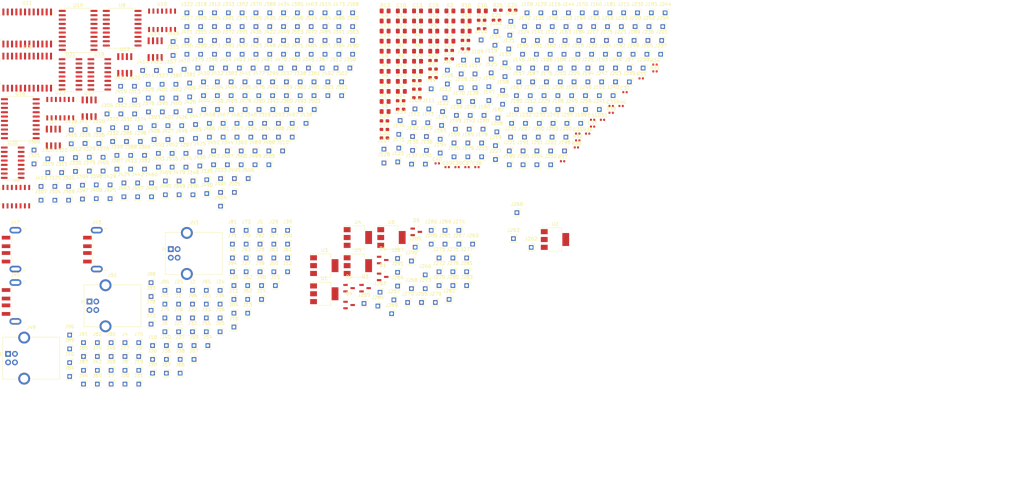
<source format=kicad_pcb>
(kicad_pcb (version 20171130) (host pcbnew "(5.1.4)-1")
  (layers (0 F.Cu signal) (31 B.Cu signal) (34 B.Paste user) (35 F.Paste user) (36 B.SilkS user) (37 F.SilkS user) (38 B.Mask user) (39 F.Mask user) (44 Edge.Cuts user))
  (net 0 "")
  (net 1 "Net-(J101-Pad1)")
  (net 2 "Net-(J112-Pad1)")
  (net 3 "Net-(J113-Pad1)")
  (net 4 "Net-(J114-Pad1)")
  (net 5 "Net-(J115-Pad1)")
  (net 6 "Net-(J116-Pad1)")
  (net 7 "Net-(J117-Pad1)")
  (net 8 "Net-(J118-Pad1)")
  (net 9 "Net-(J119-Pad1)")
  (net 10 "Net-(J120-Pad1)")
  (net 11 "Net-(J121-Pad1)")
  (net 12 "Net-(J132-Pad1)")
  (net 13 "Net-(J133-Pad1)")
  (net 14 "Net-(J134-Pad1)")
  (net 15 "Net-(J135-Pad1)")
  (net 16 "Net-(J136-Pad1)")
  (net 17 "Net-(J137-Pad1)")
  (net 18 "Net-(J138-Pad1)")
  (net 19 "Net-(J139-Pad1)")
  (net 20 "Net-(J140-Pad1)")
  (net 21 "Net-(J141-Pad1)")
  (net 22 "Net-(J142-Pad1)")
  (net 23 "Net-(J143-Pad1)")
  (net 24 "Net-(J144-Pad1)")
  (net 25 "Net-(J145-Pad1)")
  (net 26 "Net-(J146-Pad1)")
  (net 27 "Net-(J157-Pad1)")
  (net 28 "Net-(J158-Pad1)")
  (net 29 "Net-(J159-Pad1)")
  (net 30 "Net-(J160-Pad1)")
  (net 31 "Net-(J161-Pad1)")
  (net 32 "Net-(J162-Pad1)")
  (net 33 "Net-(J163-Pad1)")
  (net 34 "Net-(J164-Pad1)")
  (net 35 "Net-(J165-Pad1)")
  (net 36 "Net-(J166-Pad1)")
  (net 37 "Net-(J177-Pad1)")
  (net 38 "Net-(J178-Pad1)")
  (net 39 "Net-(J179-Pad1)")
  (net 40 "Net-(J180-Pad1)")
  (net 41 "Net-(J181-Pad1)")
  (net 42 "Net-(J182-Pad1)")
  (net 43 "Net-(J183-Pad1)")
  (net 44 "Net-(J184-Pad1)")
  (net 45 "Net-(J185-Pad1)")
  (net 46 "Net-(J186-Pad1)")
  (net 47 "Net-(J197-Pad1)")
  (net 48 "Net-(J198-Pad1)")
  (net 49 "Net-(J199-Pad1)")
  (net 50 "Net-(J200-Pad1)")
  (net 51 "Net-(J201-Pad1)")
  (net 52 "Net-(J202-Pad1)")
  (net 53 "Net-(J203-Pad1)")
  (net 54 "Net-(J204-Pad1)")
  (net 55 "Net-(J205-Pad1)")
  (net 56 "Net-(J206-Pad1)")
  (net 57 "Net-(J217-Pad1)")
  (net 58 "Net-(J218-Pad1)")
  (net 59 "Net-(J219-Pad1)")
  (net 60 "Net-(J220-Pad1)")
  (net 61 "Net-(J221-Pad1)")
  (net 62 "Net-(J222-Pad1)")
  (net 63 "Net-(J223-Pad1)")
  (net 64 "Net-(J224-Pad1)")
  (net 65 "Net-(J225-Pad1)")
  (net 66 "Net-(J226-Pad1)")
  (net 67 "Net-(J237-Pad1)")
  (net 68 "Net-(J238-Pad1)")
  (net 69 "Net-(J239-Pad1)")
  (net 70 "Net-(J240-Pad1)")
  (net 71 "Net-(J241-Pad1)")
  (net 72 "Net-(J242-Pad1)")
  (net 73 "Net-(J243-Pad1)")
  (net 74 "Net-(J244-Pad1)")
  (net 75 "Net-(J245-Pad1)")
  (net 76 "Net-(J246-Pad1)")
  (net 77 "Net-(J260-Pad1)")
  (net 78 "Net-(J261-Pad1)")
  (net 79 "Net-(J262-Pad1)")
  (net 80 "Net-(J263-Pad1)")
  (net 81 "Net-(J267-Pad1)")
  (net 82 "Net-(J268-Pad1)")
  (net 83 "Net-(J272-Pad1)")
  (net 84 "Net-(J273-Pad1)")
  (net 85 "Net-(J274-Pad1)")
  (net 86 "Net-(J275-Pad1)")
  (net 87 "Net-(J276-Pad1)")
  (net 88 "Net-(J277-Pad1)")
  (net 89 "Net-(J281-Pad1)")
  (net 90 "Net-(J282-Pad1)")
  (net 91 "Net-(J283-Pad1)")
  (net 92 "Net-(J284-Pad1)")
  (net 93 "Net-(J288-Pad1)")
  (net 94 "Net-(J289-Pad1)")
  (net 95 "Net-(J293-Pad1)")
  (net 96 "Net-(J294-Pad1)")
  (net 97 "Net-(J295-Pad1)")
  (net 98 "Net-(J296-Pad1)")
  (net 99 "Net-(J297-Pad1)")
  (net 100 "Net-(J298-Pad1)")
  (net 101 "Net-(J299-Pad1)")
  (net 102 "Net-(J300-Pad1)")
  (net 103 "Net-(J301-Pad1)")
  (net 104 "Net-(J302-Pad1)")
  (net 105 "Net-(J303-Pad1)")
  (net 106 "Net-(J304-Pad1)")
  (net 107 "Net-(J305-Pad1)")
  (net 108 "Net-(J306-Pad1)")
  (net 109 "Net-(J307-Pad1)")
  (net 110 "Net-(J308-Pad1)")
  (net 111 "Net-(J309-Pad1)")
  (net 112 "Net-(J310-Pad1)")
  (net 113 "Net-(J311-Pad1)")
  (net 114 "Net-(J312-Pad1)")
  (net 115 "Net-(J313-Pad1)")
  (net 116 "Net-(J314-Pad1)")
  (net 117 "Net-(J315-Pad1)")
  (net 118 "Net-(J316-Pad1)")
  (net 119 "Net-(J317-Pad1)")
  (net 120 "Net-(J318-Pad1)")
  (net 121 "Net-(J319-Pad1)")
  (net 122 "Net-(J320-Pad1)")
  (net 123 "Net-(J321-Pad1)")
  (net 124 "Net-(J322-Pad1)")
  (net 125 "Net-(J323-Pad1)")
  (net 126 "Net-(J324-Pad1)")
  (net 127 "Net-(J325-Pad1)")
  (net 128 "Net-(J326-Pad1)")
  (net 129 "Net-(J327-Pad1)")
  (net 130 "Net-(J328-Pad1)")
  (net 131 "Net-(J329-Pad1)")
  (net 132 "Net-(J330-Pad1)")
  (net 133 "Net-(J331-Pad1)")
  (net 134 "Net-(J332-Pad1)")
  (net 135 "Net-(J333-Pad1)")
  (net 136 "Net-(J334-Pad1)")
  (net 137 "Net-(J335-Pad1)")
  (net 138 "Net-(J336-Pad1)")
  (net 139 "Net-(J337-Pad1)")
  (net 140 "Net-(J338-Pad1)")
  (net 141 "Net-(J339-Pad1)")
  (net 142 "Net-(J340-Pad1)")
  (net 143 "Net-(J341-Pad1)")
  (net 144 "Net-(J342-Pad1)")
  (net 145 "Net-(J343-Pad1)")
  (net 146 "Net-(J344-Pad1)")
  (net 147 "Net-(J345-Pad1)")
  (net 148 "Net-(J346-Pad1)")
  (net 149 "Net-(J347-Pad1)")
  (net 150 "Net-(J348-Pad1)")
  (net 151 "Net-(J349-Pad1)")
  (net 152 "Net-(J350-Pad1)")
  (net 153 "Net-(J351-Pad1)")
  (net 154 "Net-(J352-Pad1)")
  (net 155 "Net-(J353-Pad1)")
  (net 156 "Net-(J354-Pad1)")
  (net 157 "Net-(J355-Pad1)")
  (net 158 "Net-(J356-Pad1)")
  (net 159 "Net-(J357-Pad1)")
  (net 160 "Net-(J358-Pad1)")
  (net 161 "Net-(J359-Pad1)")
  (net 162 "Net-(J360-Pad1)")
  (net 163 "Net-(J361-Pad1)")
  (net 164 "Net-(J362-Pad1)")
  (net 165 "Net-(J363-Pad1)")
  (net 166 "Net-(J364-Pad1)")
  (net 167 "Net-(J365-Pad1)")
  (net 168 "Net-(J366-Pad1)")
  (net 169 "Net-(J367-Pad1)")
  (net 170 "Net-(J368-Pad1)")
  (net 171 "Net-(J369-Pad1)")
  (net 172 "Net-(J370-Pad1)")
  (net 173 "Net-(J371-Pad1)")
  (net 174 "Net-(J372-Pad1)")
  (net 175 "Net-(J373-Pad1)")
  (net 176 "Net-(J374-Pad1)")
  (net 177 "Net-(J375-Pad1)")
  (net 178 "Net-(J376-Pad1)")
  (net 179 "Net-(J377-Pad1)")
  (net 180 "Net-(J378-Pad1)")
  (net 181 "Net-(J379-Pad1)")
  (net 182 "Net-(J380-Pad1)")
  (net 183 "Net-(J381-Pad1)")
  (net 184 "Net-(J382-Pad1)")
  (net 185 "Net-(J383-Pad1)")
  (net 186 "Net-(J384-Pad1)")
  (net 187 "Net-(J385-Pad1)")
  (net 188 "Net-(J386-Pad1)")
  (net 189 "Net-(J387-Pad1)")
  (net 190 "Net-(J388-Pad1)")
  (net 191 "Net-(J389-Pad1)")
  (net 192 "Net-(J390-Pad1)")
  (net 193 "Net-(J391-Pad1)")
  (net 194 "Net-(J392-Pad1)")
  (net 195 "Net-(J393-Pad1)")
  (net 196 "Net-(J394-Pad1)")
  (net 197 "Net-(J395-Pad1)")
  (net 198 "Net-(J396-Pad1)")
  (net 199 "Net-(D1-Pad1)")
  (net 200 "Net-(D1-Pad2)")
  (net 201 "Net-(D1-Pad3)")
  (net 202 "Net-(D2-Pad1)")
  (net 203 "Net-(D2-Pad2)")
  (net 204 "Net-(D2-Pad3)")
  (net 205 "Net-(D3-Pad1)")
  (net 206 "Net-(D3-Pad2)")
  (net 207 "Net-(D3-Pad3)")
  (net 208 "Net-(D4-Pad1)")
  (net 209 "Net-(D4-Pad2)")
  (net 210 "Net-(D4-Pad3)")
  (net 211 "Net-(D5-Pad1)")
  (net 212 "Net-(D5-Pad2)")
  (net 213 "Net-(D5-Pad3)")
  (net 214 "Net-(D6-Pad1)")
  (net 215 "Net-(D6-Pad2)")
  (net 216 "Net-(D6-Pad3)")
  (net 217 /PowerBus)
  (net 218 "Net-(J21-Pad1)")
  (net 219 "Net-(J22-Pad1)")
  (net 220 "Net-(J23-Pad1)")
  (net 221 "Net-(J24-Pad1)")
  (net 222 "Net-(J25-Pad1)")
  (net 223 "Net-(J26-Pad1)")
  (net 224 /DataBus)
  (net 225 "Net-(J43-Pad5)")
  (net 226 "Net-(J43-Pad4)")
  (net 227 "Net-(J43-Pad3)")
  (net 228 "Net-(J43-Pad2)")
  (net 229 "Net-(J45-Pad5)")
  (net 230 "Net-(J45-Pad4)")
  (net 231 "Net-(J45-Pad3)")
  (net 232 "Net-(J45-Pad2)")
  (net 233 "Net-(J47-Pad5)")
  (net 234 "Net-(J47-Pad4)")
  (net 235 "Net-(J47-Pad3)")
  (net 236 "Net-(J47-Pad2)")
  (net 237 "Net-(J49-Pad5)")
  (net 238 "Net-(J49-Pad4)")
  (net 239 "Net-(J49-Pad3)")
  (net 240 "Net-(J49-Pad2)")
  (net 241 "Net-(J51-Pad5)")
  (net 242 "Net-(J51-Pad4)")
  (net 243 "Net-(J51-Pad3)")
  (net 244 "Net-(J51-Pad2)")
  (net 245 "Net-(J53-Pad5)")
  (net 246 "Net-(J53-Pad4)")
  (net 247 "Net-(J53-Pad3)")
  (net 248 "Net-(J53-Pad2)")
  (net 249 /Bus_A)
  (net 250 /Bus_B)
  (net 251 /Bus_C)
  (net 252 "Net-(J97-Pad1)")
  (net 253 "Net-(J98-Pad1)")
  (net 254 "Net-(J99-Pad1)")
  (net 255 "Net-(J100-Pad1)")
  (net 256 "Net-(C1-Pad1)")
  (net 257 "Net-(C2-Pad1)")
  (net 258 "Net-(C3-Pad1)")
  (net 259 "Net-(C4-Pad1)")
  (net 260 "Net-(C5-Pad1)")
  (net 261 "Net-(C6-Pad1)")
  (net 262 "Net-(C7-Pad1)")
  (net 263 "Net-(C8-Pad1)")
  (net 264 "Net-(C9-Pad1)")
  (net 265 "Net-(C10-Pad1)")
  (net 266 "Net-(C1-Pad2)")
  (net 267 "Net-(C2-Pad2)")
  (net 268 "Net-(C3-Pad2)")
  (net 269 "Net-(C4-Pad2)")
  (net 270 "Net-(C5-Pad2)")
  (net 271 "Net-(C6-Pad2)")
  (net 272 "Net-(C7-Pad2)")
  (net 273 "Net-(C8-Pad2)")
  (net 274 "Net-(C9-Pad2)")
  (net 275 "Net-(C10-Pad2)")
  (net 276 "Net-(C11-Pad1)")
  (net 277 "Net-(C12-Pad1)")
  (net 278 "Net-(C13-Pad1)")
  (net 279 "Net-(C14-Pad1)")
  (net 280 "Net-(C15-Pad1)")
  (net 281 "Net-(C16-Pad1)")
  (net 282 "Net-(C17-Pad1)")
  (net 283 "Net-(C18-Pad1)")
  (net 284 "Net-(C19-Pad1)")
  (net 285 "Net-(C20-Pad1)")
  (net 286 "Net-(C11-Pad2)")
  (net 287 "Net-(C12-Pad2)")
  (net 288 "Net-(C13-Pad2)")
  (net 289 "Net-(C14-Pad2)")
  (net 290 "Net-(C15-Pad2)")
  (net 291 "Net-(C16-Pad2)")
  (net 292 "Net-(C17-Pad2)")
  (net 293 "Net-(C18-Pad2)")
  (net 294 "Net-(C19-Pad2)")
  (net 295 "Net-(C20-Pad2)")
  (net 296 "Net-(C21-Pad1)")
  (net 297 "Net-(C22-Pad1)")
  (net 298 "Net-(C23-Pad1)")
  (net 299 "Net-(C24-Pad1)")
  (net 300 "Net-(C25-Pad1)")
  (net 301 "Net-(C26-Pad1)")
  (net 302 "Net-(C27-Pad1)")
  (net 303 "Net-(C28-Pad1)")
  (net 304 "Net-(C29-Pad1)")
  (net 305 "Net-(C30-Pad1)")
  (net 306 "Net-(C21-Pad2)")
  (net 307 "Net-(C22-Pad2)")
  (net 308 "Net-(C23-Pad2)")
  (net 309 "Net-(C24-Pad2)")
  (net 310 "Net-(C25-Pad2)")
  (net 311 "Net-(C26-Pad2)")
  (net 312 "Net-(C27-Pad2)")
  (net 313 "Net-(C28-Pad2)")
  (net 314 "Net-(C29-Pad2)")
  (net 315 "Net-(C30-Pad2)")
  (net 316 "Net-(C31-Pad1)")
  (net 317 "Net-(C32-Pad1)")
  (net 318 "Net-(C33-Pad1)")
  (net 319 "Net-(C34-Pad1)")
  (net 320 "Net-(C35-Pad1)")
  (net 321 "Net-(C36-Pad1)")
  (net 322 "Net-(C37-Pad1)")
  (net 323 "Net-(C38-Pad1)")
  (net 324 "Net-(C39-Pad1)")
  (net 325 "Net-(C40-Pad1)")
  (net 326 "Net-(C31-Pad2)")
  (net 327 "Net-(C32-Pad2)")
  (net 328 "Net-(C33-Pad2)")
  (net 329 "Net-(C34-Pad2)")
  (net 330 "Net-(C35-Pad2)")
  (net 331 "Net-(C36-Pad2)")
  (net 332 "Net-(C37-Pad2)")
  (net 333 "Net-(C38-Pad2)")
  (net 334 "Net-(C39-Pad2)")
  (net 335 "Net-(C40-Pad2)")
  (net 336 "Net-(J412-Pad1)")
  (net 337 "Net-(J397-Pad1)")
  (net 338 "Net-(J409-Pad1)")
  (net 339 "Net-(J408-Pad1)")
  (net 340 "Net-(J414-Pad1)")
  (net 341 "Net-(J407-Pad1)")
  (net 342 "Net-(J411-Pad1)")
  (net 343 "Net-(J432-Pad1)")
  (net 344 "Net-(J404-Pad1)")
  (net 345 "Net-(J431-Pad1)")
  (net 346 "Net-(J430-Pad1)")
  (net 347 "Net-(J403-Pad1)")
  (net 348 "Net-(J402-Pad1)")
  (net 349 "Net-(J429-Pad1)")
  (net 350 "Net-(J428-Pad1)")
  (net 351 "Net-(J405-Pad1)")
  (net 352 "Net-(J427-Pad1)")
  (net 353 "Net-(J426-Pad1)")
  (net 354 "Net-(J401-Pad1)")
  (net 355 "Net-(J400-Pad1)")
  (net 356 "Net-(J425-Pad1)")
  (net 357 "Net-(J424-Pad1)")
  (net 358 "Net-(J455-Pad1)")
  (net 359 "Net-(J439-Pad1)")
  (net 360 "Net-(J452-Pad1)")
  (net 361 "Net-(J451-Pad1)")
  (net 362 "Net-(J459-Pad1)")
  (net 363 "Net-(J449-Pad1)")
  (net 364 "Net-(J454-Pad1)")
  (net 365 "Net-(J464-Pad1)")
  (net 366 "Net-(J406-Pad1)")
  (net 367 "Net-(J450-Pad1)")
  (net 368 "Net-(J453-Pad1)")
  (net 369 "Net-(J456-Pad1)")
  (net 370 "Net-(J460-Pad1)")
  (net 371 "Net-(J461-Pad1)")
  (net 372 "Net-(J462-Pad1)")
  (net 373 "Net-(J463-Pad1)")
  (net 374 "Net-(J465-Pad1)")
  (net 375 "Net-(J467-Pad1)")
  (net 376 "Net-(J441-Pad1)")
  (net 377 "Net-(J468-Pad1)")
  (net 378 "Net-(J434-Pad1)")
  (net 379 "Net-(J422-Pad1)")
  (net 380 "Net-(J419-Pad1)")
  (net 381 "Net-(J421-Pad1)")
  (net 382 "Net-(J433-Pad1)")
  (net 383 "Net-(J436-Pad1)")
  (net 384 "Net-(J440-Pad1)")
  (net 385 "Net-(J442-Pad1)")
  (net 386 "Net-(J444-Pad1)")
  (net 387 "Net-(J446-Pad1)")
  (net 388 "Net-(J437-Pad1)")
  (net 389 "Net-(J416-Pad1)")
  (net 390 "Net-(J398-Pad1)")
  (net 391 "Net-(J399-Pad1)")
  (net 392 "Net-(J410-Pad1)")
  (net 393 "Net-(J413-Pad1)")
  (net 394 "Net-(J415-Pad1)")
  (net 395 "Net-(J417-Pad1)")
  (net 396 "Net-(J418-Pad1)")
  (net 397 "Net-(J420-Pad1)")
  (net 398 "Net-(J423-Pad1)")
  (net 399 "Net-(J435-Pad1)")
  (net 400 "Net-(J438-Pad1)")
  (net 401 "Net-(J443-Pad1)")
  (net 402 "Net-(J445-Pad1)")
  (net 403 "Net-(J447-Pad1)")
  (net 404 "Net-(J448-Pad1)")
  (net 405 "Net-(J457-Pad1)")
  (net 406 "Net-(J458-Pad1)")
  (net 407 "Net-(J466-Pad1)")
  (net 408 "Net-(J469-Pad1)")
  (net 409 "Net-(J470-Pad1)")
  (net 410 "Net-(J471-Pad1)")
  (net 411 "Net-(J472-Pad1)")
  (net 412 "Net-(J473-Pad1)")
  (net 413 "Net-(J474-Pad1)")
  (net 414 "Net-(J475-Pad1)")
  (net 415 "Net-(J476-Pad1)")
  (net 416 "Net-(J477-Pad1)")
  (net 417 "Net-(J478-Pad1)")
  (net 418 "Net-(J479-Pad1)")
  (net 419 "Net-(J480-Pad1)")
  (net 420 "Net-(J481-Pad1)")
  (net 421 "Net-(J482-Pad1)")
  (net 422 "Net-(J483-Pad1)")
  (net 423 "Net-(J484-Pad1)")
  (net 424 "Net-(J485-Pad1)")
  (net 425 "Net-(J486-Pad1)")
  (net 426 "Net-(J487-Pad1)")
  (net 427 "Net-(J488-Pad1)")
  (net 428 "Net-(J489-Pad1)")
  (net 429 "Net-(J490-Pad1)")
  (net 430 "Net-(J491-Pad1)")
  (net 431 "Net-(J492-Pad1)")
  (net 432 "Net-(J493-Pad1)")
  (net 433 "Net-(J494-Pad1)")
  (net 434 "Net-(J495-Pad1)")
  (net 435 "Net-(J496-Pad1)")
  (net 436 "Net-(J497-Pad1)")
  (net 437 "Net-(J498-Pad1)")
  (net 438 "Net-(J499-Pad1)")
  (net 439 "Net-(J500-Pad1)")
  (net 440 "Net-(J501-Pad1)")
  (net 441 "Net-(J502-Pad1)")
  (net 442 "Net-(J503-Pad1)")
  (net 443 "Net-(J504-Pad1)")
  (net 444 "Net-(J505-Pad1)")
  (net 445 "Net-(J506-Pad1)")
  (net 446 "Net-(J507-Pad1)")
  (net 447 "Net-(J508-Pad1)")
  (net 448 "Net-(J509-Pad1)")
  (net 449 "Net-(J510-Pad1)")
  (net 450 "Net-(J511-Pad1)")
  (net 451 "Net-(J512-Pad1)")
  (net 452 "Net-(J513-Pad1)")
  (net 453 "Net-(J514-Pad1)")
  (net 454 "Net-(J515-Pad1)")
  (net 455 "Net-(J516-Pad1)")
  (module Package_SO:SOIC-16_3.9x9.9mm_P1.27mm (layer F.Cu) (at -121.994 28.8)
    (fp_text reference U21 (at 0 -5.9) (layer F.SilkS))
    (fp_text value SOIC-16)
    (pad 16 smd roundrect (at 2.475 -4.445) (size 1.95 0.6) (layers F.Cu F.Paste F.Mask) (net 413 "Net-(J474-Pad1)"))
    (pad 15 smd roundrect (at 2.475 -3.175) (size 1.95 0.6) (layers F.Cu F.Paste F.Mask) (net 449 "Net-(J510-Pad1)"))
    (pad 14 smd roundrect (at 2.475 -1.905) (size 1.95 0.6) (layers F.Cu F.Paste F.Mask) (net 416 "Net-(J477-Pad1)"))
    (pad 13 smd roundrect (at 2.475 -0.635) (size 1.95 0.6) (layers F.Cu F.Paste F.Mask) (net 452 "Net-(J513-Pad1)"))
    (pad 12 smd roundrect (at 2.475 0.635) (size 1.95 0.6) (layers F.Cu F.Paste F.Mask) (net 450 "Net-(J511-Pad1)"))
    (pad 11 smd roundrect (at 2.475 1.905) (size 1.95 0.6) (layers F.Cu F.Paste F.Mask) (net 424 "Net-(J485-Pad1)"))
    (pad 10 smd roundrect (at 2.475 3.175) (size 1.95 0.6) (layers F.Cu F.Paste F.Mask) (net 453 "Net-(J514-Pad1)"))
    (pad 9 smd roundrect (at 2.475 4.445) (size 1.95 0.6) (layers F.Cu F.Paste F.Mask) (net 451 "Net-(J512-Pad1)"))
    (pad 8 smd roundrect (at -2.475 4.445) (size 1.95 0.6) (layers F.Cu F.Paste F.Mask) (net 454 "Net-(J515-Pad1)"))
    (pad 7 smd roundrect (at -2.475 3.175) (size 1.95 0.6) (layers F.Cu F.Paste F.Mask) (net 419 "Net-(J480-Pad1)"))
    (pad 6 smd roundrect (at -2.475 1.905) (size 1.95 0.6) (layers F.Cu F.Paste F.Mask) (net 425 "Net-(J486-Pad1)"))
    (pad 5 smd roundrect (at -2.475 0.635) (size 1.95 0.6) (layers F.Cu F.Paste F.Mask) (net 448 "Net-(J509-Pad1)"))
    (pad 4 smd roundrect (at -2.475 -0.635) (size 1.95 0.6) (layers F.Cu F.Paste F.Mask) (net 447 "Net-(J508-Pad1)"))
    (pad 3 smd roundrect (at -2.475 -1.905) (size 1.95 0.6) (layers F.Cu F.Paste F.Mask) (net 446 "Net-(J507-Pad1)"))
    (pad 2 smd roundrect (at -2.475 -3.175) (size 1.95 0.6) (layers F.Cu F.Paste F.Mask) (net 412 "Net-(J473-Pad1)"))
    (pad 1 smd roundrect (at -2.475 -4.445) (size 1.95 0.6) (layers F.Cu F.Paste F.Mask) (net 455 "Net-(J516-Pad1)"))
  )
  (module Package_SO:SOIC-16_3.9x9.9mm_P1.27mm (layer F.Cu) (at -138.944 54.7)
    (fp_text reference U20 (at 0 -5.9) (layer F.SilkS))
    (fp_text value SOIC-16)
    (pad 16 smd roundrect (at 2.475 -4.445) (size 1.95 0.6) (layers F.Cu F.Paste F.Mask) (net 411 "Net-(J472-Pad1)"))
    (pad 15 smd roundrect (at 2.475 -3.175) (size 1.95 0.6) (layers F.Cu F.Paste F.Mask) (net 439 "Net-(J500-Pad1)"))
    (pad 14 smd roundrect (at 2.475 -1.905) (size 1.95 0.6) (layers F.Cu F.Paste F.Mask) (net 415 "Net-(J476-Pad1)"))
    (pad 13 smd roundrect (at 2.475 -0.635) (size 1.95 0.6) (layers F.Cu F.Paste F.Mask) (net 442 "Net-(J503-Pad1)"))
    (pad 12 smd roundrect (at 2.475 0.635) (size 1.95 0.6) (layers F.Cu F.Paste F.Mask) (net 440 "Net-(J501-Pad1)"))
    (pad 11 smd roundrect (at 2.475 1.905) (size 1.95 0.6) (layers F.Cu F.Paste F.Mask) (net 422 "Net-(J483-Pad1)"))
    (pad 10 smd roundrect (at 2.475 3.175) (size 1.95 0.6) (layers F.Cu F.Paste F.Mask) (net 443 "Net-(J504-Pad1)"))
    (pad 9 smd roundrect (at 2.475 4.445) (size 1.95 0.6) (layers F.Cu F.Paste F.Mask) (net 441 "Net-(J502-Pad1)"))
    (pad 8 smd roundrect (at -2.475 4.445) (size 1.95 0.6) (layers F.Cu F.Paste F.Mask) (net 444 "Net-(J505-Pad1)"))
    (pad 7 smd roundrect (at -2.475 3.175) (size 1.95 0.6) (layers F.Cu F.Paste F.Mask) (net 418 "Net-(J479-Pad1)"))
    (pad 6 smd roundrect (at -2.475 1.905) (size 1.95 0.6) (layers F.Cu F.Paste F.Mask) (net 423 "Net-(J484-Pad1)"))
    (pad 5 smd roundrect (at -2.475 0.635) (size 1.95 0.6) (layers F.Cu F.Paste F.Mask) (net 438 "Net-(J499-Pad1)"))
    (pad 4 smd roundrect (at -2.475 -0.635) (size 1.95 0.6) (layers F.Cu F.Paste F.Mask) (net 437 "Net-(J498-Pad1)"))
    (pad 3 smd roundrect (at -2.475 -1.905) (size 1.95 0.6) (layers F.Cu F.Paste F.Mask) (net 436 "Net-(J497-Pad1)"))
    (pad 2 smd roundrect (at -2.475 -3.175) (size 1.95 0.6) (layers F.Cu F.Paste F.Mask) (net 410 "Net-(J471-Pad1)"))
    (pad 1 smd roundrect (at -2.475 -4.445) (size 1.95 0.6) (layers F.Cu F.Paste F.Mask) (net 445 "Net-(J506-Pad1)"))
  )
  (module Package_SO:SOIC-16_3.9x9.9mm_P1.27mm (layer F.Cu) (at -113.544 28.8)
    (fp_text reference U19 (at 0 -5.9) (layer F.SilkS))
    (fp_text value SOIC-16)
    (pad 16 smd roundrect (at 2.475 -4.445) (size 1.95 0.6) (layers F.Cu F.Paste F.Mask) (net 409 "Net-(J470-Pad1)"))
    (pad 15 smd roundrect (at 2.475 -3.175) (size 1.95 0.6) (layers F.Cu F.Paste F.Mask) (net 429 "Net-(J490-Pad1)"))
    (pad 14 smd roundrect (at 2.475 -1.905) (size 1.95 0.6) (layers F.Cu F.Paste F.Mask) (net 414 "Net-(J475-Pad1)"))
    (pad 13 smd roundrect (at 2.475 -0.635) (size 1.95 0.6) (layers F.Cu F.Paste F.Mask) (net 432 "Net-(J493-Pad1)"))
    (pad 12 smd roundrect (at 2.475 0.635) (size 1.95 0.6) (layers F.Cu F.Paste F.Mask) (net 430 "Net-(J491-Pad1)"))
    (pad 11 smd roundrect (at 2.475 1.905) (size 1.95 0.6) (layers F.Cu F.Paste F.Mask) (net 420 "Net-(J481-Pad1)"))
    (pad 10 smd roundrect (at 2.475 3.175) (size 1.95 0.6) (layers F.Cu F.Paste F.Mask) (net 433 "Net-(J494-Pad1)"))
    (pad 9 smd roundrect (at 2.475 4.445) (size 1.95 0.6) (layers F.Cu F.Paste F.Mask) (net 431 "Net-(J492-Pad1)"))
    (pad 8 smd roundrect (at -2.475 4.445) (size 1.95 0.6) (layers F.Cu F.Paste F.Mask) (net 434 "Net-(J495-Pad1)"))
    (pad 7 smd roundrect (at -2.475 3.175) (size 1.95 0.6) (layers F.Cu F.Paste F.Mask) (net 417 "Net-(J478-Pad1)"))
    (pad 6 smd roundrect (at -2.475 1.905) (size 1.95 0.6) (layers F.Cu F.Paste F.Mask) (net 421 "Net-(J482-Pad1)"))
    (pad 5 smd roundrect (at -2.475 0.635) (size 1.95 0.6) (layers F.Cu F.Paste F.Mask) (net 428 "Net-(J489-Pad1)"))
    (pad 4 smd roundrect (at -2.475 -0.635) (size 1.95 0.6) (layers F.Cu F.Paste F.Mask) (net 427 "Net-(J488-Pad1)"))
    (pad 3 smd roundrect (at -2.475 -1.905) (size 1.95 0.6) (layers F.Cu F.Paste F.Mask) (net 426 "Net-(J487-Pad1)"))
    (pad 2 smd roundrect (at -2.475 -3.175) (size 1.95 0.6) (layers F.Cu F.Paste F.Mask) (net 408 "Net-(J469-Pad1)"))
    (pad 1 smd roundrect (at -2.475 -4.445) (size 1.95 0.6) (layers F.Cu F.Paste F.Mask) (net 435 "Net-(J496-Pad1)"))
  )
  (module digikey-footprints:SOIC-24_W7.50mm (layer F.Cu) (at -134.694 28.15)
    (fp_text reference U18 (at 0 -7.36) (layer F.SilkS))
    (fp_text value SOIC-24)
    (pad 24 smd rect (at -6.985 -4.7) (size 0.6 2) (layers F.Cu F.Paste F.Mask) (net 366 "Net-(J406-Pad1)"))
    (pad 23 smd rect (at -5.715 -4.7) (size 0.6 2) (layers F.Cu F.Paste F.Mask) (net 367 "Net-(J450-Pad1)"))
    (pad 22 smd rect (at -4.445 -4.7) (size 0.6 2) (layers F.Cu F.Paste F.Mask) (net 368 "Net-(J453-Pad1)"))
    (pad 21 smd rect (at -3.175 -4.7) (size 0.6 2) (layers F.Cu F.Paste F.Mask) (net 369 "Net-(J456-Pad1)"))
    (pad 20 smd rect (at -1.905 -4.7) (size 0.6 2) (layers F.Cu F.Paste F.Mask) (net 370 "Net-(J460-Pad1)"))
    (pad 19 smd rect (at -0.635 -4.7) (size 0.6 2) (layers F.Cu F.Paste F.Mask) (net 371 "Net-(J461-Pad1)"))
    (pad 18 smd rect (at 0.635 -4.7) (size 0.6 2) (layers F.Cu F.Paste F.Mask) (net 372 "Net-(J462-Pad1)"))
    (pad 17 smd rect (at 1.905 -4.7) (size 0.6 2) (layers F.Cu F.Paste F.Mask) (net 373 "Net-(J463-Pad1)"))
    (pad 16 smd rect (at 3.175 -4.7) (size 0.6 2) (layers F.Cu F.Paste F.Mask) (net 374 "Net-(J465-Pad1)"))
    (pad 15 smd rect (at 4.445 -4.7) (size 0.6 2) (layers F.Cu F.Paste F.Mask) (net 375 "Net-(J467-Pad1)"))
    (pad 14 smd rect (at 5.715 -4.7) (size 0.6 2) (layers F.Cu F.Paste F.Mask) (net 376 "Net-(J441-Pad1)"))
    (pad 12 smd rect (at 6.985 4.7) (size 0.6 2) (layers F.Cu F.Paste F.Mask) (net 377 "Net-(J468-Pad1)"))
    (pad 11 smd rect (at 5.715 4.7) (size 0.6 2) (layers F.Cu F.Paste F.Mask) (net 378 "Net-(J434-Pad1)"))
    (pad 10 smd rect (at 4.445 4.7) (size 0.6 2) (layers F.Cu F.Paste F.Mask) (net 379 "Net-(J422-Pad1)"))
    (pad 9 smd rect (at 3.175 4.7) (size 0.6 2) (layers F.Cu F.Paste F.Mask) (net 380 "Net-(J419-Pad1)"))
    (pad 8 smd rect (at 1.905 4.7) (size 0.6 2) (layers F.Cu F.Paste F.Mask) (net 381 "Net-(J421-Pad1)"))
    (pad 7 smd rect (at 0.635 4.7) (size 0.6 2) (layers F.Cu F.Paste F.Mask) (net 382 "Net-(J433-Pad1)"))
    (pad 6 smd rect (at -0.635 4.7) (size 0.6 2) (layers F.Cu F.Paste F.Mask) (net 383 "Net-(J436-Pad1)"))
    (pad 5 smd rect (at -1.905 4.7) (size 0.6 2) (layers F.Cu F.Paste F.Mask) (net 384 "Net-(J440-Pad1)"))
    (pad 4 smd rect (at -3.175 4.7) (size 0.6 2) (layers F.Cu F.Paste F.Mask) (net 385 "Net-(J442-Pad1)"))
    (pad 3 smd rect (at -4.445 4.7) (size 0.6 2) (layers F.Cu F.Paste F.Mask) (net 386 "Net-(J444-Pad1)"))
    (pad 2 smd rect (at -5.715 4.7) (size 0.6 2) (layers F.Cu F.Paste F.Mask) (net 387 "Net-(J446-Pad1)"))
    (pad 13 smd rect (at 6.985 -4.7) (size 0.6 2) (layers F.Cu F.Paste F.Mask) (net 388 "Net-(J437-Pad1)"))
    (pad 1 smd rect (at -6.985 4.7) (size 0.6 2) (layers F.Cu F.Paste F.Mask) (net 389 "Net-(J416-Pad1)"))
  )
  (module digikey-footprints:SOIC-8_W3.9mm (layer F.Cu) (at -116.534 38.75)
    (fp_text reference U17 (at 0.01778 -4.56946) (layer F.SilkS))
    (fp_text value SOIC-8)
    (pad 3 smd rect (at 0.635 2.45) (size 0.6 2) (layers F.Cu F.Paste F.Mask) (net 358 "Net-(J455-Pad1)"))
    (pad 8 smd rect (at -1.905 -2.45) (size 0.6 2) (layers F.Cu F.Paste F.Mask) (net 359 "Net-(J439-Pad1)"))
    (pad 7 smd rect (at -0.635 -2.45) (size 0.6 2) (layers F.Cu F.Paste F.Mask) (net 360 "Net-(J452-Pad1)"))
    (pad 6 smd rect (at 0.635 -2.45) (size 0.6 2) (layers F.Cu F.Paste F.Mask) (net 361 "Net-(J451-Pad1)"))
    (pad 5 smd rect (at 1.905 -2.45) (size 0.6 2) (layers F.Cu F.Paste F.Mask) (net 362 "Net-(J459-Pad1)"))
    (pad 4 smd rect (at 1.905 2.45) (size 0.6 2) (layers F.Cu F.Paste F.Mask) (net 363 "Net-(J449-Pad1)"))
    (pad 2 smd rect (at -0.635 2.45) (size 0.6 2) (layers F.Cu F.Paste F.Mask) (net 364 "Net-(J454-Pad1)"))
    (pad 1 smd rect (at -1.905 2.45) (size 0.6 2) (layers F.Cu F.Paste F.Mask) (net 365 "Net-(J464-Pad1)"))
  )
  (module Package_SO:SOIC-20W_7.5x12.8mm_P1.27mm (layer F.Cu) (at -136.714 41.8)
    (fp_text reference U16 (at 0 -7.35) (layer F.SilkS))
    (fp_text value SOIC-20)
    (pad 20 smd roundrect (at 4.65 -5.715) (size 2.05 0.6) (layers F.Cu F.Paste F.Mask) (net 390 "Net-(J398-Pad1)"))
    (pad 19 smd roundrect (at 4.65 -4.445) (size 2.05 0.6) (layers F.Cu F.Paste F.Mask) (net 405 "Net-(J457-Pad1)"))
    (pad 18 smd roundrect (at 4.65 -3.175) (size 2.05 0.6) (layers F.Cu F.Paste F.Mask) (net 403 "Net-(J447-Pad1)"))
    (pad 17 smd roundrect (at 4.65 -1.905) (size 2.05 0.6) (layers F.Cu F.Paste F.Mask) (net 402 "Net-(J445-Pad1)"))
    (pad 16 smd roundrect (at 4.65 -0.635) (size 2.05 0.6) (layers F.Cu F.Paste F.Mask) (net 401 "Net-(J443-Pad1)"))
    (pad 15 smd roundrect (at 4.65 0.635) (size 2.05 0.6) (layers F.Cu F.Paste F.Mask) (net 392 "Net-(J410-Pad1)"))
    (pad 14 smd roundrect (at 4.65 1.905) (size 2.05 0.6) (layers F.Cu F.Paste F.Mask) (net 393 "Net-(J413-Pad1)"))
    (pad 13 smd roundrect (at 4.65 3.175) (size 2.05 0.6) (layers F.Cu F.Paste F.Mask) (net 394 "Net-(J415-Pad1)"))
    (pad 12 smd roundrect (at 4.65 4.445) (size 2.05 0.6) (layers F.Cu F.Paste F.Mask) (net 395 "Net-(J417-Pad1)"))
    (pad 11 smd roundrect (at 4.65 5.715) (size 2.05 0.6) (layers F.Cu F.Paste F.Mask))
    (pad 10 smd roundrect (at -4.65 5.715) (size 2.05 0.6) (layers F.Cu F.Paste F.Mask))
    (pad 9 smd roundrect (at -4.65 4.445) (size 2.05 0.6) (layers F.Cu F.Paste F.Mask) (net 397 "Net-(J420-Pad1)"))
    (pad 8 smd roundrect (at -4.65 3.175) (size 2.05 0.6) (layers F.Cu F.Paste F.Mask) (net 398 "Net-(J423-Pad1)"))
    (pad 7 smd roundrect (at -4.65 1.905) (size 2.05 0.6) (layers F.Cu F.Paste F.Mask) (net 399 "Net-(J435-Pad1)"))
    (pad 6 smd roundrect (at -4.65 0.635) (size 2.05 0.6) (layers F.Cu F.Paste F.Mask) (net 400 "Net-(J438-Pad1)"))
    (pad 5 smd roundrect (at -4.65 -0.635) (size 2.05 0.6) (layers F.Cu F.Paste F.Mask) (net 407 "Net-(J466-Pad1)"))
    (pad 4 smd roundrect (at -4.65 -1.905) (size 2.05 0.6) (layers F.Cu F.Paste F.Mask) (net 406 "Net-(J458-Pad1)"))
    (pad 3 smd roundrect (at -4.65 -3.175) (size 2.05 0.6) (layers F.Cu F.Paste F.Mask) (net 404 "Net-(J448-Pad1)"))
    (pad 2 smd roundrect (at -4.65 -4.445) (size 2.05 0.6) (layers F.Cu F.Paste F.Mask) (net 396 "Net-(J418-Pad1)"))
    (pad 1 smd roundrect (at -4.65 -5.715) (size 2.05 0.6) (layers F.Cu F.Paste F.Mask) (net 391 "Net-(J399-Pad1)"))
  )
  (module digikey-footprints:SOIC-14_W3.9mm (layer F.Cu) (at -95.149 12.95)
    (fp_text reference U15 (at 0 -4.79) (layer F.SilkS))
    (fp_text value SOIC-14)
    (pad 14 smd rect (at -3.81 -2.7) (size 0.55 1.5) (layers F.Cu F.Paste F.Mask) (net 344 "Net-(J404-Pad1)"))
    (pad 13 smd rect (at -2.54 -2.7) (size 0.55 1.5) (layers F.Cu F.Paste F.Mask) (net 345 "Net-(J431-Pad1)"))
    (pad 12 smd rect (at -1.27 -2.7) (size 0.55 1.5) (layers F.Cu F.Paste F.Mask) (net 346 "Net-(J430-Pad1)"))
    (pad 11 smd rect (at 0 -2.7) (size 0.55 1.5) (layers F.Cu F.Paste F.Mask) (net 347 "Net-(J403-Pad1)"))
    (pad 10 smd rect (at 1.27 -2.7) (size 0.55 1.5) (layers F.Cu F.Paste F.Mask) (net 348 "Net-(J402-Pad1)"))
    (pad 9 smd rect (at 2.54 -2.7) (size 0.55 1.5) (layers F.Cu F.Paste F.Mask) (net 349 "Net-(J429-Pad1)"))
    (pad 8 smd rect (at 3.81 -2.7) (size 0.55 1.5) (layers F.Cu F.Paste F.Mask) (net 350 "Net-(J428-Pad1)"))
    (pad 7 smd rect (at 3.81 2.7) (size 0.55 1.5) (layers F.Cu F.Paste F.Mask) (net 351 "Net-(J405-Pad1)"))
    (pad 6 smd rect (at 2.54 2.7) (size 0.55 1.5) (layers F.Cu F.Paste F.Mask) (net 352 "Net-(J427-Pad1)"))
    (pad 5 smd rect (at 1.27 2.7) (size 0.55 1.5) (layers F.Cu F.Paste F.Mask) (net 353 "Net-(J426-Pad1)"))
    (pad 4 smd rect (at 0 2.7) (size 0.55 1.5) (layers F.Cu F.Paste F.Mask) (net 354 "Net-(J401-Pad1)"))
    (pad 3 smd rect (at -1.27 2.7) (size 0.55 1.5) (layers F.Cu F.Paste F.Mask) (net 355 "Net-(J400-Pad1)"))
    (pad 2 smd rect (at -2.54 2.7) (size 0.55 1.5) (layers F.Cu F.Paste F.Mask) (net 356 "Net-(J425-Pad1)"))
    (pad 1 smd rect (at -3.81 2.7) (size 0.55 1.5) (layers F.Cu F.Paste F.Mask) (net 357 "Net-(J424-Pad1)"))
  )
  (module digikey-footprints:SOIC-8_W3.9mm (layer F.Cu) (at -97.174 21.4)
    (fp_text reference U14 (at 0.01778 -4.56946) (layer F.SilkS))
    (fp_text value SOIC-8)
    (pad 3 smd rect (at 0.635 2.45) (size 0.6 2) (layers F.Cu F.Paste F.Mask) (net 336 "Net-(J412-Pad1)"))
    (pad 8 smd rect (at -1.905 -2.45) (size 0.6 2) (layers F.Cu F.Paste F.Mask) (net 337 "Net-(J397-Pad1)"))
    (pad 7 smd rect (at -0.635 -2.45) (size 0.6 2) (layers F.Cu F.Paste F.Mask) (net 338 "Net-(J409-Pad1)"))
    (pad 6 smd rect (at 0.635 -2.45) (size 0.6 2) (layers F.Cu F.Paste F.Mask) (net 339 "Net-(J408-Pad1)"))
    (pad 5 smd rect (at 1.905 -2.45) (size 0.6 2) (layers F.Cu F.Paste F.Mask) (net 340 "Net-(J414-Pad1)"))
    (pad 4 smd rect (at 1.905 2.45) (size 0.6 2) (layers F.Cu F.Paste F.Mask) (net 341 "Net-(J407-Pad1)"))
    (pad 2 smd rect (at -0.635 2.45) (size 0.6 2) (layers F.Cu F.Paste F.Mask) (net 342 "Net-(J411-Pad1)"))
    (pad 1 smd rect (at -1.905 2.45) (size 0.6 2) (layers F.Cu F.Paste F.Mask) (net 343 "Net-(J432-Pad1)"))
  )
  (module digikey-footprints:SOIC-14_W3.9mm (layer F.Cu) (at -125.009 38.85)
    (fp_text reference U13 (at 0 -4.79) (layer F.SilkS))
    (fp_text value SOIC-14)
    (pad 14 smd rect (at -3.81 -2.7) (size 0.55 1.5) (layers F.Cu F.Paste F.Mask) (net 169 "Net-(J367-Pad1)"))
    (pad 13 smd rect (at -2.54 -2.7) (size 0.55 1.5) (layers F.Cu F.Paste F.Mask) (net 195 "Net-(J393-Pad1)"))
    (pad 12 smd rect (at -1.27 -2.7) (size 0.55 1.5) (layers F.Cu F.Paste F.Mask) (net 194 "Net-(J392-Pad1)"))
    (pad 11 smd rect (at 0 -2.7) (size 0.55 1.5) (layers F.Cu F.Paste F.Mask) (net 164 "Net-(J362-Pad1)"))
    (pad 10 smd rect (at 1.27 -2.7) (size 0.55 1.5) (layers F.Cu F.Paste F.Mask) (net 163 "Net-(J361-Pad1)"))
    (pad 9 smd rect (at 2.54 -2.7) (size 0.55 1.5) (layers F.Cu F.Paste F.Mask) (net 193 "Net-(J391-Pad1)"))
    (pad 8 smd rect (at 3.81 -2.7) (size 0.55 1.5) (layers F.Cu F.Paste F.Mask) (net 192 "Net-(J390-Pad1)"))
    (pad 7 smd rect (at 3.81 2.7) (size 0.55 1.5) (layers F.Cu F.Paste F.Mask) (net 170 "Net-(J368-Pad1)"))
    (pad 6 smd rect (at 2.54 2.7) (size 0.55 1.5) (layers F.Cu F.Paste F.Mask) (net 191 "Net-(J389-Pad1)"))
    (pad 5 smd rect (at 1.27 2.7) (size 0.55 1.5) (layers F.Cu F.Paste F.Mask) (net 190 "Net-(J388-Pad1)"))
    (pad 4 smd rect (at 0 2.7) (size 0.55 1.5) (layers F.Cu F.Paste F.Mask) (net 162 "Net-(J360-Pad1)"))
    (pad 3 smd rect (at -1.27 2.7) (size 0.55 1.5) (layers F.Cu F.Paste F.Mask) (net 161 "Net-(J359-Pad1)"))
    (pad 2 smd rect (at -2.54 2.7) (size 0.55 1.5) (layers F.Cu F.Paste F.Mask) (net 189 "Net-(J387-Pad1)"))
    (pad 1 smd rect (at -3.81 2.7) (size 0.55 1.5) (layers F.Cu F.Paste F.Mask) (net 188 "Net-(J386-Pad1)"))
  )
  (module digikey-footprints:SOIC-8_W3.9mm (layer F.Cu) (at -106.094 26.04)
    (fp_text reference U12 (at 0.01778 -4.56946) (layer F.SilkS))
    (fp_text value SOIC-8)
    (pad 3 smd rect (at 0.635 2.45) (size 0.6 2) (layers F.Cu F.Paste F.Mask) (net 184 "Net-(J382-Pad1)"))
    (pad 8 smd rect (at -1.905 -2.45) (size 0.6 2) (layers F.Cu F.Paste F.Mask) (net 159 "Net-(J357-Pad1)"))
    (pad 7 smd rect (at -0.635 -2.45) (size 0.6 2) (layers F.Cu F.Paste F.Mask) (net 179 "Net-(J377-Pad1)"))
    (pad 6 smd rect (at 0.635 -2.45) (size 0.6 2) (layers F.Cu F.Paste F.Mask) (net 178 "Net-(J376-Pad1)"))
    (pad 5 smd rect (at 1.905 -2.45) (size 0.6 2) (layers F.Cu F.Paste F.Mask) (net 186 "Net-(J384-Pad1)"))
    (pad 4 smd rect (at 1.905 2.45) (size 0.6 2) (layers F.Cu F.Paste F.Mask) (net 175 "Net-(J373-Pad1)"))
    (pad 2 smd rect (at -0.635 2.45) (size 0.6 2) (layers F.Cu F.Paste F.Mask) (net 183 "Net-(J381-Pad1)"))
    (pad 1 smd rect (at -1.905 2.45) (size 0.6 2) (layers F.Cu F.Paste F.Mask) (net 197 "Net-(J395-Pad1)"))
  )
  (module digikey-footprints:SOIC-24_W7.50mm (layer F.Cu) (at -134.694 15.2)
    (fp_text reference U11 (at 0 -7.36) (layer F.SilkS))
    (fp_text value SOIC-24)
    (pad 24 smd rect (at -6.985 -4.7) (size 0.6 2) (layers F.Cu F.Paste F.Mask) (net 95 "Net-(J293-Pad1)"))
    (pad 23 smd rect (at -5.715 -4.7) (size 0.6 2) (layers F.Cu F.Paste F.Mask) (net 158 "Net-(J356-Pad1)"))
    (pad 22 smd rect (at -4.445 -4.7) (size 0.6 2) (layers F.Cu F.Paste F.Mask) (net 166 "Net-(J364-Pad1)"))
    (pad 21 smd rect (at -3.175 -4.7) (size 0.6 2) (layers F.Cu F.Paste F.Mask) (net 168 "Net-(J366-Pad1)"))
    (pad 20 smd rect (at -1.905 -4.7) (size 0.6 2) (layers F.Cu F.Paste F.Mask) (net 173 "Net-(J371-Pad1)"))
    (pad 19 smd rect (at -0.635 -4.7) (size 0.6 2) (layers F.Cu F.Paste F.Mask) (net 174 "Net-(J372-Pad1)"))
    (pad 18 smd rect (at 0.635 -4.7) (size 0.6 2) (layers F.Cu F.Paste F.Mask) (net 177 "Net-(J375-Pad1)"))
    (pad 17 smd rect (at 1.905 -4.7) (size 0.6 2) (layers F.Cu F.Paste F.Mask) (net 182 "Net-(J380-Pad1)"))
    (pad 16 smd rect (at 3.175 -4.7) (size 0.6 2) (layers F.Cu F.Paste F.Mask) (net 185 "Net-(J383-Pad1)"))
    (pad 15 smd rect (at 4.445 -4.7) (size 0.6 2) (layers F.Cu F.Paste F.Mask) (net 187 "Net-(J385-Pad1)"))
    (pad 14 smd rect (at 5.715 -4.7) (size 0.6 2) (layers F.Cu F.Paste F.Mask) (net 137 "Net-(J335-Pad1)"))
    (pad 12 smd rect (at 6.985 4.7) (size 0.6 2) (layers F.Cu F.Paste F.Mask) (net 198 "Net-(J396-Pad1)"))
    (pad 11 smd rect (at 5.715 4.7) (size 0.6 2) (layers F.Cu F.Paste F.Mask) (net 125 "Net-(J323-Pad1)"))
    (pad 10 smd rect (at 4.445 4.7) (size 0.6 2) (layers F.Cu F.Paste F.Mask) (net 119 "Net-(J317-Pad1)"))
    (pad 9 smd rect (at 3.175 4.7) (size 0.6 2) (layers F.Cu F.Paste F.Mask) (net 113 "Net-(J311-Pad1)"))
    (pad 8 smd rect (at 1.905 4.7) (size 0.6 2) (layers F.Cu F.Paste F.Mask) (net 118 "Net-(J316-Pad1)"))
    (pad 7 smd rect (at 0.635 4.7) (size 0.6 2) (layers F.Cu F.Paste F.Mask) (net 124 "Net-(J322-Pad1)"))
    (pad 6 smd rect (at -0.635 4.7) (size 0.6 2) (layers F.Cu F.Paste F.Mask) (net 131 "Net-(J329-Pad1)"))
    (pad 5 smd rect (at -1.905 4.7) (size 0.6 2) (layers F.Cu F.Paste F.Mask) (net 136 "Net-(J334-Pad1)"))
    (pad 4 smd rect (at -3.175 4.7) (size 0.6 2) (layers F.Cu F.Paste F.Mask) (net 141 "Net-(J339-Pad1)"))
    (pad 3 smd rect (at -4.445 4.7) (size 0.6 2) (layers F.Cu F.Paste F.Mask) (net 153 "Net-(J351-Pad1)"))
    (pad 2 smd rect (at -5.715 4.7) (size 0.6 2) (layers F.Cu F.Paste F.Mask) (net 156 "Net-(J354-Pad1)"))
    (pad 13 smd rect (at 6.985 -4.7) (size 0.6 2) (layers F.Cu F.Paste F.Mask) (net 132 "Net-(J330-Pad1)"))
    (pad 1 smd rect (at -6.985 4.7) (size 0.6 2) (layers F.Cu F.Paste F.Mask) (net 108 "Net-(J306-Pad1)"))
  )
  (module Package_SO:SOIC-20W_7.5x12.8mm_P1.27mm (layer F.Cu) (at -119.764 15.9)
    (fp_text reference U10 (at 0 -7.35) (layer F.SilkS))
    (fp_text value SOIC-20)
    (pad 20 smd roundrect (at 4.65 -5.715) (size 2.05 0.6) (layers F.Cu F.Paste F.Mask) (net 97 "Net-(J295-Pad1)"))
    (pad 19 smd roundrect (at 4.65 -4.445) (size 2.05 0.6) (layers F.Cu F.Paste F.Mask) (net 180 "Net-(J378-Pad1)"))
    (pad 18 smd roundrect (at 4.65 -3.175) (size 2.05 0.6) (layers F.Cu F.Paste F.Mask) (net 171 "Net-(J369-Pad1)"))
    (pad 17 smd roundrect (at 4.65 -1.905) (size 2.05 0.6) (layers F.Cu F.Paste F.Mask) (net 167 "Net-(J365-Pad1)"))
    (pad 16 smd roundrect (at 4.65 -0.635) (size 2.05 0.6) (layers F.Cu F.Paste F.Mask) (net 165 "Net-(J363-Pad1)"))
    (pad 15 smd roundrect (at 4.65 0.635) (size 2.05 0.6) (layers F.Cu F.Paste F.Mask) (net 112 "Net-(J310-Pad1)"))
    (pad 14 smd roundrect (at 4.65 1.905) (size 2.05 0.6) (layers F.Cu F.Paste F.Mask) (net 117 "Net-(J315-Pad1)"))
    (pad 13 smd roundrect (at 4.65 3.175) (size 2.05 0.6) (layers F.Cu F.Paste F.Mask) (net 123 "Net-(J321-Pad1)"))
    (pad 12 smd roundrect (at 4.65 4.445) (size 2.05 0.6) (layers F.Cu F.Paste F.Mask) (net 129 "Net-(J327-Pad1)"))
    (pad 11 smd roundrect (at 4.65 5.715) (size 2.05 0.6) (layers F.Cu F.Paste F.Mask))
    (pad 10 smd roundrect (at -4.65 5.715) (size 2.05 0.6) (layers F.Cu F.Paste F.Mask))
    (pad 9 smd roundrect (at -4.65 4.445) (size 2.05 0.6) (layers F.Cu F.Paste F.Mask) (net 135 "Net-(J333-Pad1)"))
    (pad 8 smd roundrect (at -4.65 3.175) (size 2.05 0.6) (layers F.Cu F.Paste F.Mask) (net 140 "Net-(J338-Pad1)"))
    (pad 7 smd roundrect (at -4.65 1.905) (size 2.05 0.6) (layers F.Cu F.Paste F.Mask) (net 152 "Net-(J350-Pad1)"))
    (pad 6 smd roundrect (at -4.65 0.635) (size 2.05 0.6) (layers F.Cu F.Paste F.Mask) (net 155 "Net-(J353-Pad1)"))
    (pad 5 smd roundrect (at -4.65 -0.635) (size 2.05 0.6) (layers F.Cu F.Paste F.Mask) (net 196 "Net-(J394-Pad1)"))
    (pad 4 smd roundrect (at -4.65 -1.905) (size 2.05 0.6) (layers F.Cu F.Paste F.Mask) (net 181 "Net-(J379-Pad1)"))
    (pad 3 smd roundrect (at -4.65 -3.175) (size 2.05 0.6) (layers F.Cu F.Paste F.Mask) (net 172 "Net-(J370-Pad1)"))
    (pad 2 smd roundrect (at -4.65 -4.445) (size 2.05 0.6) (layers F.Cu F.Paste F.Mask) (net 130 "Net-(J328-Pad1)"))
    (pad 1 smd roundrect (at -4.65 -5.715) (size 2.05 0.6) (layers F.Cu F.Paste F.Mask) (net 98 "Net-(J296-Pad1)"))
  )
  (module Package_SO:SOIC-18W_7.5x11.6mm_P1.27mm (layer F.Cu) (at -106.854 15.27)
    (fp_text reference U9 (at 0 -6.72) (layer F.SilkS))
    (fp_text value SOIC-18)
    (pad 18 smd roundrect (at 4.65 -5.08) (size 2.05 0.6) (layers F.Cu F.Paste F.Mask) (net 96 "Net-(J294-Pad1)"))
    (pad 17 smd roundrect (at 4.65 -3.81) (size 2.05 0.6) (layers F.Cu F.Paste F.Mask) (net 107 "Net-(J305-Pad1)"))
    (pad 16 smd roundrect (at 4.65 -2.54) (size 2.05 0.6) (layers F.Cu F.Paste F.Mask) (net 110 "Net-(J308-Pad1)"))
    (pad 15 smd roundrect (at 4.65 -1.27) (size 2.05 0.6) (layers F.Cu F.Paste F.Mask) (net 120 "Net-(J318-Pad1)"))
    (pad 14 smd roundrect (at 4.65 0) (size 2.05 0.6) (layers F.Cu F.Paste F.Mask) (net 127 "Net-(J325-Pad1)"))
    (pad 13 smd roundrect (at 4.65 1.27) (size 2.05 0.6) (layers F.Cu F.Paste F.Mask) (net 134 "Net-(J332-Pad1)"))
    (pad 12 smd roundrect (at 4.65 2.54) (size 2.05 0.6) (layers F.Cu F.Paste F.Mask) (net 139 "Net-(J337-Pad1)"))
    (pad 11 smd roundrect (at 4.65 3.81) (size 2.05 0.6) (layers F.Cu F.Paste F.Mask) (net 143 "Net-(J341-Pad1)"))
    (pad 10 smd roundrect (at 4.65 5.08) (size 2.05 0.6) (layers F.Cu F.Paste F.Mask) (net 142 "Net-(J340-Pad1)"))
    (pad 9 smd roundrect (at -4.65 5.08) (size 2.05 0.6) (layers F.Cu F.Paste F.Mask) (net 176 "Net-(J374-Pad1)"))
    (pad 8 smd roundrect (at -4.65 3.81) (size 2.05 0.6) (layers F.Cu F.Paste F.Mask) (net 160 "Net-(J358-Pad1)"))
    (pad 7 smd roundrect (at -4.65 2.54) (size 2.05 0.6) (layers F.Cu F.Paste F.Mask) (net 157 "Net-(J355-Pad1)"))
    (pad 6 smd roundrect (at -4.65 1.27) (size 2.05 0.6) (layers F.Cu F.Paste F.Mask) (net 138 "Net-(J336-Pad1)"))
    (pad 5 smd roundrect (at -4.65 0) (size 2.05 0.6) (layers F.Cu F.Paste F.Mask) (net 133 "Net-(J331-Pad1)"))
    (pad 4 smd roundrect (at -4.65 -1.27) (size 2.05 0.6) (layers F.Cu F.Paste F.Mask) (net 126 "Net-(J324-Pad1)"))
    (pad 3 smd roundrect (at -4.65 -2.54) (size 2.05 0.6) (layers F.Cu F.Paste F.Mask) (net 114 "Net-(J312-Pad1)"))
    (pad 2 smd roundrect (at -4.65 -3.81) (size 2.05 0.6) (layers F.Cu F.Paste F.Mask) (net 109 "Net-(J307-Pad1)"))
    (pad 1 smd roundrect (at -4.65 -5.08) (size 2.05 0.6) (layers F.Cu F.Paste F.Mask) (net 106 "Net-(J304-Pad1)"))
  )
  (module digikey-footprints:SOIC-14_W3.9mm (layer F.Cu) (at -137.919 64.65)
    (fp_text reference U8 (at 0 -4.79) (layer F.SilkS))
    (fp_text value SOIC-14)
    (pad 14 smd rect (at -3.81 -2.7) (size 0.55 1.5) (layers F.Cu F.Paste F.Mask) (net 104 "Net-(J302-Pad1)"))
    (pad 13 smd rect (at -2.54 -2.7) (size 0.55 1.5) (layers F.Cu F.Paste F.Mask) (net 151 "Net-(J349-Pad1)"))
    (pad 12 smd rect (at -1.27 -2.7) (size 0.55 1.5) (layers F.Cu F.Paste F.Mask) (net 150 "Net-(J348-Pad1)"))
    (pad 11 smd rect (at 0 -2.7) (size 0.55 1.5) (layers F.Cu F.Paste F.Mask) (net 103 "Net-(J301-Pad1)"))
    (pad 10 smd rect (at 1.27 -2.7) (size 0.55 1.5) (layers F.Cu F.Paste F.Mask) (net 102 "Net-(J300-Pad1)"))
    (pad 9 smd rect (at 2.54 -2.7) (size 0.55 1.5) (layers F.Cu F.Paste F.Mask) (net 149 "Net-(J347-Pad1)"))
    (pad 8 smd rect (at 3.81 -2.7) (size 0.55 1.5) (layers F.Cu F.Paste F.Mask) (net 148 "Net-(J346-Pad1)"))
    (pad 7 smd rect (at 3.81 2.7) (size 0.55 1.5) (layers F.Cu F.Paste F.Mask) (net 105 "Net-(J303-Pad1)"))
    (pad 6 smd rect (at 2.54 2.7) (size 0.55 1.5) (layers F.Cu F.Paste F.Mask) (net 147 "Net-(J345-Pad1)"))
    (pad 5 smd rect (at 1.27 2.7) (size 0.55 1.5) (layers F.Cu F.Paste F.Mask) (net 146 "Net-(J344-Pad1)"))
    (pad 4 smd rect (at 0 2.7) (size 0.55 1.5) (layers F.Cu F.Paste F.Mask) (net 101 "Net-(J299-Pad1)"))
    (pad 3 smd rect (at -1.27 2.7) (size 0.55 1.5) (layers F.Cu F.Paste F.Mask) (net 100 "Net-(J298-Pad1)"))
    (pad 2 smd rect (at -2.54 2.7) (size 0.55 1.5) (layers F.Cu F.Paste F.Mask) (net 145 "Net-(J343-Pad1)"))
    (pad 1 smd rect (at -3.81 2.7) (size 0.55 1.5) (layers F.Cu F.Paste F.Mask) (net 144 "Net-(J342-Pad1)"))
  )
  (module digikey-footprints:SOIC-8_W3.9mm (layer F.Cu) (at -127.034 47.3)
    (fp_text reference U7 (at 0.01778 -4.56946) (layer F.SilkS))
    (fp_text value SOIC-8)
    (pad 3 smd rect (at 0.635 2.45) (size 0.6 2) (layers F.Cu F.Paste F.Mask) (net 122 "Net-(J320-Pad1)"))
    (pad 8 smd rect (at -1.905 -2.45) (size 0.6 2) (layers F.Cu F.Paste F.Mask) (net 99 "Net-(J297-Pad1)"))
    (pad 7 smd rect (at -0.635 -2.45) (size 0.6 2) (layers F.Cu F.Paste F.Mask) (net 116 "Net-(J314-Pad1)"))
    (pad 6 smd rect (at 0.635 -2.45) (size 0.6 2) (layers F.Cu F.Paste F.Mask) (net 115 "Net-(J313-Pad1)"))
    (pad 5 smd rect (at 1.905 -2.45) (size 0.6 2) (layers F.Cu F.Paste F.Mask) (net 128 "Net-(J326-Pad1)"))
    (pad 4 smd rect (at 1.905 2.45) (size 0.6 2) (layers F.Cu F.Paste F.Mask) (net 111 "Net-(J309-Pad1)"))
    (pad 2 smd rect (at -0.635 2.45) (size 0.6 2) (layers F.Cu F.Paste F.Mask) (net 121 "Net-(J319-Pad1)"))
    (pad 1 smd rect (at -1.905 2.45) (size 0.6 2) (layers F.Cu F.Paste F.Mask) (net 154 "Net-(J352-Pad1)"))
  )
  (module Package_TO_SOT_SMD:SOT-223-3_TabPin2 (layer F.Cu) (at -27.884 76.63)
    (fp_text reference U6 (at 0 -4.5) (layer F.SilkS))
    (fp_text value SOT223)
    (pad 1 smd rect (at -3.15 -2.3) (size 2 1.5) (layers F.Cu F.Paste F.Mask) (net 94 "Net-(J289-Pad1)"))
    (pad 3 smd rect (at -3.15 2.3) (size 2 1.5) (layers F.Cu F.Paste F.Mask) (net 91 "Net-(J283-Pad1)"))
    (pad 2 smd rect (at -3.15 0) (size 2 1.5) (layers F.Cu F.Paste F.Mask) (net 92 "Net-(J284-Pad1)"))
    (pad 2 smd rect (at 3.15 0) (size 2 3.8) (layers F.Cu F.Paste F.Mask) (net 92 "Net-(J284-Pad1)"))
  )
  (module Package_TO_SOT_SMD:SOT-223-3_TabPin2 (layer F.Cu) (at -37.734 84.88)
    (fp_text reference U5 (at 0 -4.5) (layer F.SilkS))
    (fp_text value SOT223)
    (pad 1 smd rect (at -3.15 -2.3) (size 2 1.5) (layers F.Cu F.Paste F.Mask) (net 93 "Net-(J288-Pad1)"))
    (pad 3 smd rect (at -3.15 2.3) (size 2 1.5) (layers F.Cu F.Paste F.Mask) (net 89 "Net-(J281-Pad1)"))
    (pad 2 smd rect (at -3.15 0) (size 2 1.5) (layers F.Cu F.Paste F.Mask) (net 90 "Net-(J282-Pad1)"))
    (pad 2 smd rect (at 3.15 0) (size 2 3.8) (layers F.Cu F.Paste F.Mask) (net 90 "Net-(J282-Pad1)"))
  )
  (module Package_TO_SOT_SMD:SOT-223-3_TabPin2 (layer F.Cu) (at -37.734 76.63)
    (fp_text reference U4 (at 0 -4.5) (layer F.SilkS))
    (fp_text value SOT223)
    (pad 1 smd rect (at -3.15 -2.3) (size 2 1.5) (layers F.Cu F.Paste F.Mask) (net 88 "Net-(J277-Pad1)"))
    (pad 3 smd rect (at -3.15 2.3) (size 2 1.5) (layers F.Cu F.Paste F.Mask) (net 85 "Net-(J274-Pad1)"))
    (pad 2 smd rect (at -3.15 0) (size 2 1.5) (layers F.Cu F.Paste F.Mask) (net 86 "Net-(J275-Pad1)"))
    (pad 2 smd rect (at 3.15 0) (size 2 3.8) (layers F.Cu F.Paste F.Mask) (net 86 "Net-(J275-Pad1)"))
  )
  (module Package_TO_SOT_SMD:SOT-223-3_TabPin2 (layer F.Cu) (at -47.584 84.88)
    (fp_text reference U3 (at 0 -4.5) (layer F.SilkS))
    (fp_text value SOT223)
    (pad 1 smd rect (at -3.15 -2.3) (size 2 1.5) (layers F.Cu F.Paste F.Mask) (net 87 "Net-(J276-Pad1)"))
    (pad 3 smd rect (at -3.15 2.3) (size 2 1.5) (layers F.Cu F.Paste F.Mask) (net 83 "Net-(J272-Pad1)"))
    (pad 2 smd rect (at -3.15 0) (size 2 1.5) (layers F.Cu F.Paste F.Mask) (net 84 "Net-(J273-Pad1)"))
    (pad 2 smd rect (at 3.15 0) (size 2 3.8) (layers F.Cu F.Paste F.Mask) (net 84 "Net-(J273-Pad1)"))
  )
  (module Package_TO_SOT_SMD:SOT-223-3_TabPin2 (layer F.Cu) (at 20.066 77.216)
    (fp_text reference U2 (at 0 -4.5) (layer F.SilkS))
    (fp_text value SOT223)
    (pad 1 smd rect (at -3.15 -2.3) (size 2 1.5) (layers F.Cu F.Paste F.Mask) (net 82 "Net-(J268-Pad1)"))
    (pad 3 smd rect (at -3.15 2.3) (size 2 1.5) (layers F.Cu F.Paste F.Mask) (net 79 "Net-(J262-Pad1)"))
    (pad 2 smd rect (at -3.15 0) (size 2 1.5) (layers F.Cu F.Paste F.Mask) (net 80 "Net-(J263-Pad1)"))
    (pad 2 smd rect (at 3.15 0) (size 2 3.8) (layers F.Cu F.Paste F.Mask) (net 80 "Net-(J263-Pad1)"))
  )
  (module Package_TO_SOT_SMD:SOT-223-3_TabPin2 (layer F.Cu) (at -47.584 93.13)
    (fp_text reference U1 (at 0 -4.5) (layer F.SilkS))
    (fp_text value SOT223)
    (pad 1 smd rect (at -3.15 -2.3) (size 2 1.5) (layers F.Cu F.Paste F.Mask) (net 81 "Net-(J267-Pad1)"))
    (pad 3 smd rect (at -3.15 2.3) (size 2 1.5) (layers F.Cu F.Paste F.Mask) (net 77 "Net-(J260-Pad1)"))
    (pad 2 smd rect (at -3.15 0) (size 2 1.5) (layers F.Cu F.Paste F.Mask) (net 78 "Net-(J261-Pad1)"))
    (pad 2 smd rect (at 3.15 0) (size 2 3.8) (layers F.Cu F.Paste F.Mask) (net 78 "Net-(J261-Pad1)"))
  )
  (module Resistor_SMD:R_0402_1005Metric (layer F.Cu) (at 39.446 38.07)
    (fp_text reference R40 (at 0 -1.17) (layer F.SilkS))
    (fp_text value 0402)
    (pad 2 smd roundrect (at 0.485 0) (size 0.59 0.64) (layers F.Cu F.Paste F.Mask) (net 76 "Net-(J246-Pad1)"))
    (pad 1 smd roundrect (at -0.485 0) (size 0.59 0.64) (layers F.Cu F.Paste F.Mask) (net 66 "Net-(J226-Pad1)"))
  )
  (module Resistor_SMD:R_0402_1005Metric (layer F.Cu) (at 36.536 40.06)
    (fp_text reference R39 (at 0 -1.17) (layer F.SilkS))
    (fp_text value 0402)
    (pad 2 smd roundrect (at 0.485 0) (size 0.59 0.64) (layers F.Cu F.Paste F.Mask) (net 75 "Net-(J245-Pad1)"))
    (pad 1 smd roundrect (at -0.485 0) (size 0.59 0.64) (layers F.Cu F.Paste F.Mask) (net 65 "Net-(J225-Pad1)"))
  )
  (module Resistor_SMD:R_0402_1005Metric (layer F.Cu) (at 26.336 50.22)
    (fp_text reference R38 (at 0 -1.17) (layer F.SilkS))
    (fp_text value 0402)
    (pad 2 smd roundrect (at 0.485 0) (size 0.59 0.64) (layers F.Cu F.Paste F.Mask) (net 74 "Net-(J244-Pad1)"))
    (pad 1 smd roundrect (at -0.485 0) (size 0.59 0.64) (layers F.Cu F.Paste F.Mask) (net 64 "Net-(J224-Pad1)"))
  )
  (module Resistor_SMD:R_0402_1005Metric (layer F.Cu) (at 22.286 54.27)
    (fp_text reference R37 (at 0 -1.17) (layer F.SilkS))
    (fp_text value 0402)
    (pad 2 smd roundrect (at 0.485 0) (size 0.59 0.64) (layers F.Cu F.Paste F.Mask) (net 73 "Net-(J243-Pad1)"))
    (pad 1 smd roundrect (at -0.485 0) (size 0.59 0.64) (layers F.Cu F.Paste F.Mask) (net 63 "Net-(J223-Pad1)"))
  )
  (module Resistor_SMD:R_0402_1005Metric (layer F.Cu) (at 29.646 46.17)
    (fp_text reference R36 (at 0 -1.17) (layer F.SilkS))
    (fp_text value 0402)
    (pad 2 smd roundrect (at 0.485 0) (size 0.59 0.64) (layers F.Cu F.Paste F.Mask) (net 72 "Net-(J242-Pad1)"))
    (pad 1 smd roundrect (at -0.485 0) (size 0.59 0.64) (layers F.Cu F.Paste F.Mask) (net 62 "Net-(J222-Pad1)"))
  )
  (module Resistor_SMD:R_0402_1005Metric (layer F.Cu) (at 33.996 42.12)
    (fp_text reference R35 (at 0 -1.17) (layer F.SilkS))
    (fp_text value 0402)
    (pad 2 smd roundrect (at 0.485 0) (size 0.59 0.64) (layers F.Cu F.Paste F.Mask) (net 71 "Net-(J241-Pad1)"))
    (pad 1 smd roundrect (at -0.485 0) (size 0.59 0.64) (layers F.Cu F.Paste F.Mask) (net 61 "Net-(J221-Pad1)"))
  )
  (module Resistor_SMD:R_0402_1005Metric (layer F.Cu) (at 49.386 25.92)
    (fp_text reference R34 (at 0 -1.17) (layer F.SilkS))
    (fp_text value 0402)
    (pad 2 smd roundrect (at 0.485 0) (size 0.59 0.64) (layers F.Cu F.Paste F.Mask) (net 70 "Net-(J240-Pad1)"))
    (pad 1 smd roundrect (at -0.485 0) (size 0.59 0.64) (layers F.Cu F.Paste F.Mask) (net 60 "Net-(J220-Pad1)"))
  )
  (module Resistor_SMD:R_0402_1005Metric (layer F.Cu) (at 45.336 29.97)
    (fp_text reference R33 (at 0 -1.17) (layer F.SilkS))
    (fp_text value 0402)
    (pad 2 smd roundrect (at 0.485 0) (size 0.59 0.64) (layers F.Cu F.Paste F.Mask) (net 69 "Net-(J239-Pad1)"))
    (pad 1 smd roundrect (at -0.485 0) (size 0.59 0.64) (layers F.Cu F.Paste F.Mask) (net 59 "Net-(J219-Pad1)"))
  )
  (module Resistor_SMD:R_0402_1005Metric (layer F.Cu) (at 26.736 48.16)
    (fp_text reference R32 (at 0 -1.17) (layer F.SilkS))
    (fp_text value 0402)
    (pad 2 smd roundrect (at 0.485 0) (size 0.59 0.64) (layers F.Cu F.Paste F.Mask) (net 68 "Net-(J238-Pad1)"))
    (pad 1 smd roundrect (at -0.485 0) (size 0.59 0.64) (layers F.Cu F.Paste F.Mask) (net 58 "Net-(J218-Pad1)"))
  )
  (module Resistor_SMD:R_0402_1005Metric (layer F.Cu) (at 49.386 27.91)
    (fp_text reference R31 (at 0 -1.17) (layer F.SilkS))
    (fp_text value 0402)
    (pad 2 smd roundrect (at 0.485 0) (size 0.59 0.64) (layers F.Cu F.Paste F.Mask) (net 67 "Net-(J237-Pad1)"))
    (pad 1 smd roundrect (at -0.485 0) (size 0.59 0.64) (layers F.Cu F.Paste F.Mask) (net 57 "Net-(J217-Pad1)"))
  )
  (module Resistor_SMD:R_0603_1608Metric_Pad1.05x0.95mm_HandSolder (layer F.Cu) (at -1.444 15.44)
    (fp_text reference R30 (at 0 -1.43) (layer F.SilkS))
    (fp_text value 0603)
    (pad 2 smd roundrect (at 0.875 0) (size 1.05 0.95) (layers F.Cu F.Paste F.Mask) (net 56 "Net-(J206-Pad1)"))
    (pad 1 smd roundrect (at -0.875 0) (size 1.05 0.95) (layers F.Cu F.Paste F.Mask) (net 46 "Net-(J186-Pad1)"))
  )
  (module Resistor_SMD:R_0603_1608Metric_Pad1.05x0.95mm_HandSolder (layer F.Cu) (at -6.194 18.83)
    (fp_text reference R29 (at 0 -1.43) (layer F.SilkS))
    (fp_text value 0603)
    (pad 2 smd roundrect (at 0.875 0) (size 1.05 0.95) (layers F.Cu F.Paste F.Mask) (net 55 "Net-(J205-Pad1)"))
    (pad 1 smd roundrect (at -0.875 0) (size 1.05 0.95) (layers F.Cu F.Paste F.Mask) (net 45 "Net-(J185-Pad1)"))
  )
  (module Resistor_SMD:R_0603_1608Metric_Pad1.05x0.95mm_HandSolder (layer F.Cu) (at -29.944 42.43)
    (fp_text reference R28 (at 0 -1.43) (layer F.SilkS))
    (fp_text value 0603)
    (pad 2 smd roundrect (at 0.875 0) (size 1.05 0.95) (layers F.Cu F.Paste F.Mask) (net 54 "Net-(J204-Pad1)"))
    (pad 1 smd roundrect (at -0.875 0) (size 1.05 0.95) (layers F.Cu F.Paste F.Mask) (net 44 "Net-(J184-Pad1)"))
  )
  (module Resistor_SMD:R_0603_1608Metric_Pad1.05x0.95mm_HandSolder (layer F.Cu) (at -15.694 27.24)
    (fp_text reference R27 (at 0 -1.43) (layer F.SilkS))
    (fp_text value 0603)
    (pad 2 smd roundrect (at 0.875 0) (size 1.05 0.95) (layers F.Cu F.Paste F.Mask) (net 53 "Net-(J203-Pad1)"))
    (pad 1 smd roundrect (at -0.875 0) (size 1.05 0.95) (layers F.Cu F.Paste F.Mask) (net 43 "Net-(J183-Pad1)"))
  )
  (module Resistor_SMD:R_0603_1608Metric_Pad1.05x0.95mm_HandSolder (layer F.Cu) (at -20.444 33.14)
    (fp_text reference R26 (at 0 -1.43) (layer F.SilkS))
    (fp_text value 0603)
    (pad 2 smd roundrect (at 0.875 0) (size 1.05 0.95) (layers F.Cu F.Paste F.Mask) (net 52 "Net-(J202-Pad1)"))
    (pad 1 smd roundrect (at -0.875 0) (size 1.05 0.95) (layers F.Cu F.Paste F.Mask) (net 42 "Net-(J182-Pad1)"))
  )
  (module Resistor_SMD:R_0603_1608Metric_Pad1.05x0.95mm_HandSolder (layer F.Cu) (at 3.306 9.98)
    (fp_text reference R25 (at 0 -1.43) (layer F.SilkS))
    (fp_text value 0603)
    (pad 2 smd roundrect (at 0.875 0) (size 1.05 0.95) (layers F.Cu F.Paste F.Mask) (net 51 "Net-(J201-Pad1)"))
    (pad 1 smd roundrect (at -0.875 0) (size 1.05 0.95) (layers F.Cu F.Paste F.Mask) (net 41 "Net-(J181-Pad1)"))
  )
  (module Resistor_SMD:R_0603_1608Metric_Pad1.05x0.95mm_HandSolder (layer F.Cu) (at -25.194 36.53)
    (fp_text reference R24 (at 0 -1.43) (layer F.SilkS))
    (fp_text value 0603)
    (pad 2 smd roundrect (at 0.875 0) (size 1.05 0.95) (layers F.Cu F.Paste F.Mask) (net 50 "Net-(J200-Pad1)"))
    (pad 1 smd roundrect (at -0.875 0) (size 1.05 0.95) (layers F.Cu F.Paste F.Mask) (net 40 "Net-(J180-Pad1)"))
  )
  (module Resistor_SMD:R_0603_1608Metric_Pad1.05x0.95mm_HandSolder (layer F.Cu) (at -20.444 30.63)
    (fp_text reference R23 (at 0 -1.43) (layer F.SilkS))
    (fp_text value 0603)
    (pad 2 smd roundrect (at 0.875 0) (size 1.05 0.95) (layers F.Cu F.Paste F.Mask) (net 49 "Net-(J199-Pad1)"))
    (pad 1 smd roundrect (at -0.875 0) (size 1.05 0.95) (layers F.Cu F.Paste F.Mask) (net 39 "Net-(J179-Pad1)"))
  )
  (module Resistor_SMD:R_0603_1608Metric_Pad1.05x0.95mm_HandSolder (layer F.Cu) (at -1.444 12.93)
    (fp_text reference R22 (at 0 -1.43) (layer F.SilkS))
    (fp_text value 0603)
    (pad 2 smd roundrect (at 0.875 0) (size 1.05 0.95) (layers F.Cu F.Paste F.Mask) (net 48 "Net-(J198-Pad1)"))
    (pad 1 smd roundrect (at -0.875 0) (size 1.05 0.95) (layers F.Cu F.Paste F.Mask) (net 38 "Net-(J178-Pad1)"))
  )
  (module Resistor_SMD:R_0603_1608Metric_Pad1.05x0.95mm_HandSolder (layer F.Cu) (at -15.694 24.73)
    (fp_text reference R21 (at 0 -1.43) (layer F.SilkS))
    (fp_text value 0603)
    (pad 2 smd roundrect (at 0.875 0) (size 1.05 0.95) (layers F.Cu F.Paste F.Mask) (net 47 "Net-(J197-Pad1)"))
    (pad 1 smd roundrect (at -0.875 0) (size 1.05 0.95) (layers F.Cu F.Paste F.Mask) (net 37 "Net-(J177-Pad1)"))
  )
  (module Resistor_SMD:R_0805_2012Metric_Pad1.15x1.40mm_HandSolder (layer F.Cu) (at -20.244 24.95)
    (fp_text reference R20 (at 0 -1.65) (layer F.SilkS))
    (fp_text value 0805)
    (pad 2 smd roundrect (at 1.025 0) (size 1.15 1.4) (layers F.Cu F.Paste F.Mask) (roundrect_rratio 0.217391) (net 36 "Net-(J166-Pad1)"))
    (pad 1 smd roundrect (at -1.025 0) (size 1.15 1.4) (layers F.Cu F.Paste F.Mask) (roundrect_rratio 0.217391) (net 26 "Net-(J146-Pad1)"))
  )
  (module Resistor_SMD:R_0805_2012Metric_Pad1.15x1.40mm_HandSolder (layer F.Cu) (at -15.494 22)
    (fp_text reference R19 (at 0 -1.65) (layer F.SilkS))
    (fp_text value 0805)
    (pad 2 smd roundrect (at 1.025 0) (size 1.15 1.4) (layers F.Cu F.Paste F.Mask) (roundrect_rratio 0.217391) (net 35 "Net-(J165-Pad1)"))
    (pad 1 smd roundrect (at -1.025 0) (size 1.15 1.4) (layers F.Cu F.Paste F.Mask) (roundrect_rratio 0.217391) (net 25 "Net-(J145-Pad1)"))
  )
  (module Resistor_SMD:R_0805_2012Metric_Pad1.15x1.40mm_HandSolder (layer F.Cu) (at -24.994 30.85)
    (fp_text reference R18 (at 0 -1.65) (layer F.SilkS))
    (fp_text value 0805)
    (pad 2 smd roundrect (at 1.025 0) (size 1.15 1.4) (layers F.Cu F.Paste F.Mask) (roundrect_rratio 0.217391) (net 34 "Net-(J164-Pad1)"))
    (pad 1 smd roundrect (at -1.025 0) (size 1.15 1.4) (layers F.Cu F.Paste F.Mask) (roundrect_rratio 0.217391) (net 24 "Net-(J144-Pad1)"))
  )
  (module Resistor_SMD:R_0805_2012Metric_Pad1.15x1.40mm_HandSolder (layer F.Cu) (at -29.744 36.75)
    (fp_text reference R17 (at 0 -1.65) (layer F.SilkS))
    (fp_text value 0805)
    (pad 2 smd roundrect (at 1.025 0) (size 1.15 1.4) (layers F.Cu F.Paste F.Mask) (roundrect_rratio 0.217391) (net 33 "Net-(J163-Pad1)"))
    (pad 1 smd roundrect (at -1.025 0) (size 1.15 1.4) (layers F.Cu F.Paste F.Mask) (roundrect_rratio 0.217391) (net 23 "Net-(J143-Pad1)"))
  )
  (module Resistor_SMD:R_0805_2012Metric_Pad1.15x1.40mm_HandSolder (layer F.Cu) (at -24.994 27.9)
    (fp_text reference R16 (at 0 -1.65) (layer F.SilkS))
    (fp_text value 0805)
    (pad 2 smd roundrect (at 1.025 0) (size 1.15 1.4) (layers F.Cu F.Paste F.Mask) (roundrect_rratio 0.217391) (net 32 "Net-(J162-Pad1)"))
    (pad 1 smd roundrect (at -1.025 0) (size 1.15 1.4) (layers F.Cu F.Paste F.Mask) (roundrect_rratio 0.217391) (net 22 "Net-(J142-Pad1)"))
  )
  (module Resistor_SMD:R_0805_2012Metric_Pad1.15x1.40mm_HandSolder (layer F.Cu) (at -5.994 13.15)
    (fp_text reference R15 (at 0 -1.65) (layer F.SilkS))
    (fp_text value 0805)
    (pad 2 smd roundrect (at 1.025 0) (size 1.15 1.4) (layers F.Cu F.Paste F.Mask) (roundrect_rratio 0.217391) (net 31 "Net-(J161-Pad1)"))
    (pad 1 smd roundrect (at -1.025 0) (size 1.15 1.4) (layers F.Cu F.Paste F.Mask) (roundrect_rratio 0.217391) (net 21 "Net-(J141-Pad1)"))
  )
  (module Resistor_SMD:R_0805_2012Metric_Pad1.15x1.40mm_HandSolder (layer F.Cu) (at -20.244 16.1)
    (fp_text reference R14 (at 0 -1.65) (layer F.SilkS))
    (fp_text value 0805)
    (pad 2 smd roundrect (at 1.025 0) (size 1.15 1.4) (layers F.Cu F.Paste F.Mask) (roundrect_rratio 0.217391) (net 30 "Net-(J160-Pad1)"))
    (pad 1 smd roundrect (at -1.025 0) (size 1.15 1.4) (layers F.Cu F.Paste F.Mask) (roundrect_rratio 0.217391) (net 20 "Net-(J140-Pad1)"))
  )
  (module Resistor_SMD:R_0805_2012Metric_Pad1.15x1.40mm_HandSolder (layer F.Cu) (at -29.744 10.2)
    (fp_text reference R13 (at 0 -1.65) (layer F.SilkS))
    (fp_text value 0805)
    (pad 2 smd roundrect (at 1.025 0) (size 1.15 1.4) (layers F.Cu F.Paste F.Mask) (roundrect_rratio 0.217391) (net 29 "Net-(J159-Pad1)"))
    (pad 1 smd roundrect (at -1.025 0) (size 1.15 1.4) (layers F.Cu F.Paste F.Mask) (roundrect_rratio 0.217391) (net 19 "Net-(J139-Pad1)"))
  )
  (module Resistor_SMD:R_0805_2012Metric_Pad1.15x1.40mm_HandSolder (layer F.Cu) (at -15.494 13.15)
    (fp_text reference R12 (at 0 -1.65) (layer F.SilkS))
    (fp_text value 0805)
    (pad 2 smd roundrect (at 1.025 0) (size 1.15 1.4) (layers F.Cu F.Paste F.Mask) (roundrect_rratio 0.217391) (net 28 "Net-(J158-Pad1)"))
    (pad 1 smd roundrect (at -1.025 0) (size 1.15 1.4) (layers F.Cu F.Paste F.Mask) (roundrect_rratio 0.217391) (net 18 "Net-(J138-Pad1)"))
  )
  (module Resistor_SMD:R_0805_2012Metric_Pad1.15x1.40mm_HandSolder (layer F.Cu) (at -29.744 33.8)
    (fp_text reference R11 (at 0 -1.65) (layer F.SilkS))
    (fp_text value 0805)
    (pad 2 smd roundrect (at 1.025 0) (size 1.15 1.4) (layers F.Cu F.Paste F.Mask) (roundrect_rratio 0.217391) (net 27 "Net-(J157-Pad1)"))
    (pad 1 smd roundrect (at -1.025 0) (size 1.15 1.4) (layers F.Cu F.Paste F.Mask) (roundrect_rratio 0.217391) (net 17 "Net-(J137-Pad1)"))
  )
  (module Resistor_SMD:R_0805_2012Metric_Pad1.15x1.40mm_HandSolder (layer F.Cu) (at -5.994 10.2)
    (fp_text reference R10 (at 0 -1.65) (layer F.SilkS))
    (fp_text value 0805)
    (pad 2 smd roundrect (at 1.025 0) (size 1.15 1.4) (layers F.Cu F.Paste F.Mask) (roundrect_rratio 0.217391) (net 16 "Net-(J136-Pad1)"))
    (pad 1 smd roundrect (at -1.025 0) (size 1.15 1.4) (layers F.Cu F.Paste F.Mask) (roundrect_rratio 0.217391) (net 6 "Net-(J116-Pad1)"))
  )
  (module Resistor_SMD:R_0805_2012Metric_Pad1.15x1.40mm_HandSolder (layer F.Cu) (at -29.744 30.85)
    (fp_text reference R9 (at 0 -1.65) (layer F.SilkS))
    (fp_text value 0805)
    (pad 2 smd roundrect (at 1.025 0) (size 1.15 1.4) (layers F.Cu F.Paste F.Mask) (roundrect_rratio 0.217391) (net 15 "Net-(J135-Pad1)"))
    (pad 1 smd roundrect (at -1.025 0) (size 1.15 1.4) (layers F.Cu F.Paste F.Mask) (roundrect_rratio 0.217391) (net 5 "Net-(J115-Pad1)"))
  )
  (module Resistor_SMD:R_0805_2012Metric_Pad1.15x1.40mm_HandSolder (layer F.Cu) (at -20.244 22)
    (fp_text reference R8 (at 0 -1.65) (layer F.SilkS))
    (fp_text value 0805)
    (pad 2 smd roundrect (at 1.025 0) (size 1.15 1.4) (layers F.Cu F.Paste F.Mask) (roundrect_rratio 0.217391) (net 14 "Net-(J134-Pad1)"))
    (pad 1 smd roundrect (at -1.025 0) (size 1.15 1.4) (layers F.Cu F.Paste F.Mask) (roundrect_rratio 0.217391) (net 4 "Net-(J114-Pad1)"))
  )
  (module Resistor_SMD:R_0805_2012Metric_Pad1.15x1.40mm_HandSolder (layer F.Cu) (at -10.744 13.15)
    (fp_text reference R7 (at 0 -1.65) (layer F.SilkS))
    (fp_text value 0805)
    (pad 2 smd roundrect (at 1.025 0) (size 1.15 1.4) (layers F.Cu F.Paste F.Mask) (roundrect_rratio 0.217391) (net 13 "Net-(J133-Pad1)"))
    (pad 1 smd roundrect (at -1.025 0) (size 1.15 1.4) (layers F.Cu F.Paste F.Mask) (roundrect_rratio 0.217391) (net 3 "Net-(J113-Pad1)"))
  )
  (module Resistor_SMD:R_0805_2012Metric_Pad1.15x1.40mm_HandSolder (layer F.Cu) (at -24.994 24.95)
    (fp_text reference R6 (at 0 -1.65) (layer F.SilkS))
    (fp_text value 0805)
    (pad 2 smd roundrect (at 1.025 0) (size 1.15 1.4) (layers F.Cu F.Paste F.Mask) (roundrect_rratio 0.217391) (net 12 "Net-(J132-Pad1)"))
    (pad 1 smd roundrect (at -1.025 0) (size 1.15 1.4) (layers F.Cu F.Paste F.Mask) (roundrect_rratio 0.217391) (net 2 "Net-(J112-Pad1)"))
  )
  (module Resistor_SMD:R_0805_2012Metric_Pad1.15x1.40mm_HandSolder (layer F.Cu) (at -15.494 16.1)
    (fp_text reference R5 (at 0 -1.65) (layer F.SilkS))
    (fp_text value 0805)
    (pad 2 smd roundrect (at 1.025 0) (size 1.15 1.4) (layers F.Cu F.Paste F.Mask) (roundrect_rratio 0.217391) (net 11 "Net-(J121-Pad1)"))
    (pad 1 smd roundrect (at -1.025 0) (size 1.15 1.4) (layers F.Cu F.Paste F.Mask) (roundrect_rratio 0.217391) (net 1 "Net-(J101-Pad1)"))
  )
  (module Resistor_SMD:R_0805_2012Metric_Pad1.15x1.40mm_HandSolder (layer F.Cu) (at -20.244 19.05)
    (fp_text reference R4 (at 0 -1.65) (layer F.SilkS))
    (fp_text value 0805)
    (pad 2 smd roundrect (at 1.025 0) (size 1.15 1.4) (layers F.Cu F.Paste F.Mask) (roundrect_rratio 0.217391) (net 10 "Net-(J120-Pad1)"))
    (pad 1 smd roundrect (at -1.025 0) (size 1.15 1.4) (layers F.Cu F.Paste F.Mask) (roundrect_rratio 0.217391) (net 255 "Net-(J100-Pad1)"))
  )
  (module Resistor_SMD:R_0805_2012Metric_Pad1.15x1.40mm_HandSolder (layer F.Cu) (at -29.744 27.9)
    (fp_text reference R3 (at 0 -1.65) (layer F.SilkS))
    (fp_text value 0805)
    (pad 2 smd roundrect (at 1.025 0) (size 1.15 1.4) (layers F.Cu F.Paste F.Mask) (roundrect_rratio 0.217391) (net 9 "Net-(J119-Pad1)"))
    (pad 1 smd roundrect (at -1.025 0) (size 1.15 1.4) (layers F.Cu F.Paste F.Mask) (roundrect_rratio 0.217391) (net 254 "Net-(J99-Pad1)"))
  )
  (module Resistor_SMD:R_0805_2012Metric_Pad1.15x1.40mm_HandSolder (layer F.Cu) (at -10.744 10.2)
    (fp_text reference R2 (at 0 -1.65) (layer F.SilkS))
    (fp_text value 0805)
    (pad 2 smd roundrect (at 1.025 0) (size 1.15 1.4) (layers F.Cu F.Paste F.Mask) (roundrect_rratio 0.217391) (net 8 "Net-(J118-Pad1)"))
    (pad 1 smd roundrect (at -1.025 0) (size 1.15 1.4) (layers F.Cu F.Paste F.Mask) (roundrect_rratio 0.217391) (net 253 "Net-(J98-Pad1)"))
  )
  (module Resistor_SMD:R_0805_2012Metric_Pad1.15x1.40mm_HandSolder (layer F.Cu) (at -24.994 22)
    (fp_text reference R1 (at 0 -1.65) (layer F.SilkS))
    (fp_text value 0805)
    (pad 2 smd roundrect (at 1.025 0) (size 1.15 1.4) (layers F.Cu F.Paste F.Mask) (roundrect_rratio 0.217391) (net 7 "Net-(J117-Pad1)"))
    (pad 1 smd roundrect (at -1.025 0) (size 1.15 1.4) (layers F.Cu F.Paste F.Mask) (roundrect_rratio 0.217391) (net 252 "Net-(J97-Pad1)"))
  )
  (module Connector_PinSocket_2.00mm:PinSocket_1x01_P2.00mm_Vertical (layer F.Cu) (at -92.194 56)
    (fp_text reference J516 (at 0 -2.5) (layer F.SilkS))
    (fp_text value Conn_01x01_Female)
    (pad 1 thru_hole rect (at 0 0) (size 1.35 1.35) (drill 0.8) (layers *.Cu *.Mask) (net 455 "Net-(J516-Pad1)"))
  )
  (module Connector_PinSocket_2.00mm:PinSocket_1x01_P2.00mm_Vertical (layer F.Cu) (at -47.374 10.75)
    (fp_text reference J515 (at 0 -2.5) (layer F.SilkS))
    (fp_text value Conn_01x01_Female)
    (pad 1 thru_hole rect (at 0 0) (size 1.35 1.35) (drill 0.8) (layers *.Cu *.Mask) (net 454 "Net-(J515-Pad1)"))
  )
  (module Connector_PinSocket_2.00mm:PinSocket_1x01_P2.00mm_Vertical (layer F.Cu) (at -51.424 14.8)
    (fp_text reference J514 (at 0 -2.5) (layer F.SilkS))
    (fp_text value Conn_01x01_Female)
    (pad 1 thru_hole rect (at 0 0) (size 1.35 1.35) (drill 0.8) (layers *.Cu *.Mask) (net 453 "Net-(J514-Pad1)"))
  )
  (module Connector_PinSocket_2.00mm:PinSocket_1x01_P2.00mm_Vertical (layer F.Cu) (at -55.474 18.85)
    (fp_text reference J513 (at 0 -2.5) (layer F.SilkS))
    (fp_text value Conn_01x01_Female)
    (pad 1 thru_hole rect (at 0 0) (size 1.35 1.35) (drill 0.8) (layers *.Cu *.Mask) (net 452 "Net-(J513-Pad1)"))
  )
  (module Connector_PinSocket_2.00mm:PinSocket_1x01_P2.00mm_Vertical (layer F.Cu) (at -44.144 26.95)
    (fp_text reference J512 (at 0 -2.5) (layer F.SilkS))
    (fp_text value Conn_01x01_Female)
    (pad 1 thru_hole rect (at 0 0) (size 1.35 1.35) (drill 0.8) (layers *.Cu *.Mask) (net 451 "Net-(J512-Pad1)"))
  )
  (module Connector_PinSocket_2.00mm:PinSocket_1x01_P2.00mm_Vertical (layer F.Cu) (at -42.494 35.05)
    (fp_text reference J511 (at 0 -2.5) (layer F.SilkS))
    (fp_text value Conn_01x01_Female)
    (pad 1 thru_hole rect (at 0 0) (size 1.35 1.35) (drill 0.8) (layers *.Cu *.Mask) (net 450 "Net-(J511-Pad1)"))
  )
  (module Connector_PinSocket_2.00mm:PinSocket_1x01_P2.00mm_Vertical (layer F.Cu) (at -59.794 51.25)
    (fp_text reference J510 (at 0 -2.5) (layer F.SilkS))
    (fp_text value Conn_01x01_Female)
    (pad 1 thru_hole rect (at 0 0) (size 1.35 1.35) (drill 0.8) (layers *.Cu *.Mask) (net 449 "Net-(J510-Pad1)"))
  )
  (module Connector_PinSocket_2.00mm:PinSocket_1x01_P2.00mm_Vertical (layer F.Cu) (at -63.844 55.3)
    (fp_text reference J509 (at 0 -2.5) (layer F.SilkS))
    (fp_text value Conn_01x01_Female)
    (pad 1 thru_hole rect (at 0 0) (size 1.35 1.35) (drill 0.8) (layers *.Cu *.Mask) (net 448 "Net-(J509-Pad1)"))
  )
  (module Connector_PinSocket_2.00mm:PinSocket_1x01_P2.00mm_Vertical (layer F.Cu) (at -39.274 10.75)
    (fp_text reference J508 (at 0 -2.5) (layer F.SilkS))
    (fp_text value Conn_01x01_Female)
    (pad 1 thru_hole rect (at 0 0) (size 1.35 1.35) (drill 0.8) (layers *.Cu *.Mask) (net 447 "Net-(J508-Pad1)"))
  )
  (module Connector_PinSocket_2.00mm:PinSocket_1x01_P2.00mm_Vertical (layer F.Cu) (at -56.984 47.2)
    (fp_text reference J507 (at 0 -2.5) (layer F.SilkS))
    (fp_text value Conn_01x01_Female)
    (pad 1 thru_hole rect (at 0 0) (size 1.35 1.35) (drill 0.8) (layers *.Cu *.Mask) (net 446 "Net-(J507-Pad1)"))
  )
  (module Connector_PinSocket_2.00mm:PinSocket_1x01_P2.00mm_Vertical (layer F.Cu) (at -69.894 59.35)
    (fp_text reference J506 (at 0 -2.5) (layer F.SilkS))
    (fp_text value Conn_01x01_Female)
    (pad 1 thru_hole rect (at 0 0) (size 1.35 1.35) (drill 0.8) (layers *.Cu *.Mask) (net 445 "Net-(J506-Pad1)"))
  )
  (module Connector_PinSocket_2.00mm:PinSocket_1x01_P2.00mm_Vertical (layer F.Cu) (at -73.944 63.4)
    (fp_text reference J505 (at 0 -2.5) (layer F.SilkS))
    (fp_text value Conn_01x01_Female)
    (pad 1 thru_hole rect (at 0 0) (size 1.35 1.35) (drill 0.8) (layers *.Cu *.Mask) (net 444 "Net-(J505-Pad1)"))
  )
  (module Connector_PinSocket_2.00mm:PinSocket_1x01_P2.00mm_Vertical (layer F.Cu) (at -77.994 67.45)
    (fp_text reference J504 (at 0 -2.5) (layer F.SilkS))
    (fp_text value Conn_01x01_Female)
    (pad 1 thru_hole rect (at 0 0) (size 1.35 1.35) (drill 0.8) (layers *.Cu *.Mask) (net 443 "Net-(J504-Pad1)"))
  )
  (module Connector_PinSocket_2.00mm:PinSocket_1x01_P2.00mm_Vertical (layer F.Cu) (at -50.534 39.1)
    (fp_text reference J503 (at 0 -2.5) (layer F.SilkS))
    (fp_text value Conn_01x01_Female)
    (pad 1 thru_hole rect (at 0 0) (size 1.35 1.35) (drill 0.8) (layers *.Cu *.Mask) (net 442 "Net-(J503-Pad1)"))
  )
  (module Connector_PinSocket_2.00mm:PinSocket_1x01_P2.00mm_Vertical (layer F.Cu) (at -42.494 31)
    (fp_text reference J502 (at 0 -2.5) (layer F.SilkS))
    (fp_text value Conn_01x01_Female)
    (pad 1 thru_hole rect (at 0 0) (size 1.35 1.35) (drill 0.8) (layers *.Cu *.Mask) (net 441 "Net-(J502-Pad1)"))
  )
  (module Connector_PinSocket_2.00mm:PinSocket_1x01_P2.00mm_Vertical (layer F.Cu) (at -46.544 35.05)
    (fp_text reference J501 (at 0 -2.5) (layer F.SilkS))
    (fp_text value Conn_01x01_Female)
    (pad 1 thru_hole rect (at 0 0) (size 1.35 1.35) (drill 0.8) (layers *.Cu *.Mask) (net 440 "Net-(J501-Pad1)"))
  )
  (module Connector_PinSocket_2.00mm:PinSocket_1x01_P2.00mm_Vertical (layer F.Cu) (at -71.944 55.3)
    (fp_text reference J500 (at 0 -2.5) (layer F.SilkS))
    (fp_text value Conn_01x01_Female)
    (pad 1 thru_hole rect (at 0 0) (size 1.35 1.35) (drill 0.8) (layers *.Cu *.Mask) (net 439 "Net-(J500-Pad1)"))
  )
  (module Connector_PinSocket_2.00mm:PinSocket_1x01_P2.00mm_Vertical (layer F.Cu) (at -67.894 55.3)
    (fp_text reference J499 (at 0 -2.5) (layer F.SilkS))
    (fp_text value Conn_01x01_Female)
    (pad 1 thru_hole rect (at 0 0) (size 1.35 1.35) (drill 0.8) (layers *.Cu *.Mask) (net 438 "Net-(J499-Pad1)"))
  )
  (module Connector_PinSocket_2.00mm:PinSocket_1x01_P2.00mm_Vertical (layer F.Cu) (at -82.044 63.75)
    (fp_text reference J498 (at 0 -2.5) (layer F.SilkS))
    (fp_text value Conn_01x01_Female)
    (pad 1 thru_hole rect (at 0 0) (size 1.35 1.35) (drill 0.8) (layers *.Cu *.Mask) (net 437 "Net-(J498-Pad1)"))
  )
  (module Connector_PinSocket_2.00mm:PinSocket_1x01_P2.00mm_Vertical (layer F.Cu) (at -56.984 43.15)
    (fp_text reference J497 (at 0 -2.5) (layer F.SilkS))
    (fp_text value Conn_01x01_Female)
    (pad 1 thru_hole rect (at 0 0) (size 1.35 1.35) (drill 0.8) (layers *.Cu *.Mask) (net 436 "Net-(J497-Pad1)"))
  )
  (module Connector_PinSocket_2.00mm:PinSocket_1x01_P2.00mm_Vertical (layer F.Cu) (at -61.034 47.2)
    (fp_text reference J496 (at 0 -2.5) (layer F.SilkS))
    (fp_text value Conn_01x01_Female)
    (pad 1 thru_hole rect (at 0 0) (size 1.35 1.35) (drill 0.8) (layers *.Cu *.Mask) (net 435 "Net-(J496-Pad1)"))
  )
  (module Connector_PinSocket_2.00mm:PinSocket_1x01_P2.00mm_Vertical (layer F.Cu) (at -73.944 59.35)
    (fp_text reference J495 (at 0 -2.5) (layer F.SilkS))
    (fp_text value Conn_01x01_Female)
    (pad 1 thru_hole rect (at 0 0) (size 1.35 1.35) (drill 0.8) (layers *.Cu *.Mask) (net 434 "Net-(J495-Pad1)"))
  )
  (module Connector_PinSocket_2.00mm:PinSocket_1x01_P2.00mm_Vertical (layer F.Cu) (at -77.994 63.4)
    (fp_text reference J494 (at 0 -2.5) (layer F.SilkS))
    (fp_text value Conn_01x01_Female)
    (pad 1 thru_hole rect (at 0 0) (size 1.35 1.35) (drill 0.8) (layers *.Cu *.Mask) (net 433 "Net-(J494-Pad1)"))
  )
  (module Connector_PinSocket_2.00mm:PinSocket_1x01_P2.00mm_Vertical (layer F.Cu) (at -54.584 39.1)
    (fp_text reference J493 (at 0 -2.5) (layer F.SilkS))
    (fp_text value Conn_01x01_Female)
    (pad 1 thru_hole rect (at 0 0) (size 1.35 1.35) (drill 0.8) (layers *.Cu *.Mask) (net 432 "Net-(J493-Pad1)"))
  )
  (module Connector_PinSocket_2.00mm:PinSocket_1x01_P2.00mm_Vertical (layer F.Cu) (at -46.544 31)
    (fp_text reference J492 (at 0 -2.5) (layer F.SilkS))
    (fp_text value Conn_01x01_Female)
    (pad 1 thru_hole rect (at 0 0) (size 1.35 1.35) (drill 0.8) (layers *.Cu *.Mask) (net 431 "Net-(J492-Pad1)"))
  )
  (module Connector_PinSocket_2.00mm:PinSocket_1x01_P2.00mm_Vertical (layer F.Cu) (at -50.594 35.05)
    (fp_text reference J491 (at 0 -2.5) (layer F.SilkS))
    (fp_text value Conn_01x01_Female)
    (pad 1 thru_hole rect (at 0 0) (size 1.35 1.35) (drill 0.8) (layers *.Cu *.Mask) (net 430 "Net-(J491-Pad1)"))
  )
  (module Connector_PinSocket_2.00mm:PinSocket_1x01_P2.00mm_Vertical (layer F.Cu) (at -39.274 22.9)
    (fp_text reference J490 (at 0 -2.5) (layer F.SilkS))
    (fp_text value Conn_01x01_Female)
    (pad 1 thru_hole rect (at 0 0) (size 1.35 1.35) (drill 0.8) (layers *.Cu *.Mask) (net 429 "Net-(J490-Pad1)"))
  )
  (module Connector_PinSocket_2.00mm:PinSocket_1x01_P2.00mm_Vertical (layer F.Cu) (at -67.894 51.25)
    (fp_text reference J489 (at 0 -2.5) (layer F.SilkS))
    (fp_text value Conn_01x01_Female)
    (pad 1 thru_hole rect (at 0 0) (size 1.35 1.35) (drill 0.8) (layers *.Cu *.Mask) (net 428 "Net-(J489-Pad1)"))
  )
  (module Connector_PinSocket_2.00mm:PinSocket_1x01_P2.00mm_Vertical (layer F.Cu) (at -63.844 51.25)
    (fp_text reference J488 (at 0 -2.5) (layer F.SilkS))
    (fp_text value Conn_01x01_Female)
    (pad 1 thru_hole rect (at 0 0) (size 1.35 1.35) (drill 0.8) (layers *.Cu *.Mask) (net 427 "Net-(J488-Pad1)"))
  )
  (module Connector_PinSocket_2.00mm:PinSocket_1x01_P2.00mm_Vertical (layer F.Cu) (at -75.994 55.3)
    (fp_text reference J487 (at 0 -2.5) (layer F.SilkS))
    (fp_text value Conn_01x01_Female)
    (pad 1 thru_hole rect (at 0 0) (size 1.35 1.35) (drill 0.8) (layers *.Cu *.Mask) (net 426 "Net-(J487-Pad1)"))
  )
  (module Connector_PinSocket_2.00mm:PinSocket_1x01_P2.00mm_Vertical (layer F.Cu) (at -43.324 14.8)
    (fp_text reference J486 (at 0 -2.5) (layer F.SilkS))
    (fp_text value Conn_01x01_Female)
    (pad 1 thru_hole rect (at 0 0) (size 1.35 1.35) (drill 0.8) (layers *.Cu *.Mask) (net 425 "Net-(J486-Pad1)"))
  )
  (module Connector_PinSocket_2.00mm:PinSocket_1x01_P2.00mm_Vertical (layer F.Cu) (at -47.374 18.85)
    (fp_text reference J485 (at 0 -2.5) (layer F.SilkS))
    (fp_text value Conn_01x01_Female)
    (pad 1 thru_hole rect (at 0 0) (size 1.35 1.35) (drill 0.8) (layers *.Cu *.Mask) (net 424 "Net-(J485-Pad1)"))
  )
  (module Connector_PinSocket_2.00mm:PinSocket_1x01_P2.00mm_Vertical (layer F.Cu) (at -51.424 22.9)
    (fp_text reference J484 (at 0 -2.5) (layer F.SilkS))
    (fp_text value Conn_01x01_Female)
    (pad 1 thru_hole rect (at 0 0) (size 1.35 1.35) (drill 0.8) (layers *.Cu *.Mask) (net 423 "Net-(J484-Pad1)"))
  )
  (module Connector_PinSocket_2.00mm:PinSocket_1x01_P2.00mm_Vertical (layer F.Cu) (at -56.294 26.95)
    (fp_text reference J483 (at 0 -2.5) (layer F.SilkS))
    (fp_text value Conn_01x01_Female)
    (pad 1 thru_hole rect (at 0 0) (size 1.35 1.35) (drill 0.8) (layers *.Cu *.Mask) (net 422 "Net-(J483-Pad1)"))
  )
  (module Connector_PinSocket_2.00mm:PinSocket_1x01_P2.00mm_Vertical (layer F.Cu) (at -73.184 43.15)
    (fp_text reference J482 (at 0 -2.5) (layer F.SilkS))
    (fp_text value Conn_01x01_Female)
    (pad 1 thru_hole rect (at 0 0) (size 1.35 1.35) (drill 0.8) (layers *.Cu *.Mask) (net 421 "Net-(J482-Pad1)"))
  )
  (module Connector_PinSocket_2.00mm:PinSocket_1x01_P2.00mm_Vertical (layer F.Cu) (at -77.234 47.2)
    (fp_text reference J481 (at 0 -2.5) (layer F.SilkS))
    (fp_text value Conn_01x01_Female)
    (pad 1 thru_hole rect (at 0 0) (size 1.35 1.35) (drill 0.8) (layers *.Cu *.Mask) (net 420 "Net-(J481-Pad1)"))
  )
  (module Connector_PinSocket_2.00mm:PinSocket_1x01_P2.00mm_Vertical (layer F.Cu) (at -94.194 64.1)
    (fp_text reference J480 (at 0 -2.5) (layer F.SilkS))
    (fp_text value Conn_01x01_Female)
    (pad 1 thru_hole rect (at 0 0) (size 1.35 1.35) (drill 0.8) (layers *.Cu *.Mask) (net 419 "Net-(J480-Pad1)"))
  )
  (module Connector_PinSocket_2.00mm:PinSocket_1x01_P2.00mm_Vertical (layer F.Cu) (at -90.144 60.05)
    (fp_text reference J479 (at 0 -2.5) (layer F.SilkS))
    (fp_text value Conn_01x01_Female)
    (pad 1 thru_hole rect (at 0 0) (size 1.35 1.35) (drill 0.8) (layers *.Cu *.Mask) (net 418 "Net-(J479-Pad1)"))
  )
  (module Connector_PinSocket_2.00mm:PinSocket_1x01_P2.00mm_Vertical (layer F.Cu) (at -70.784 39.1)
    (fp_text reference J478 (at 0 -2.5) (layer F.SilkS))
    (fp_text value Conn_01x01_Female)
    (pad 1 thru_hole rect (at 0 0) (size 1.35 1.35) (drill 0.8) (layers *.Cu *.Mask) (net 417 "Net-(J478-Pad1)"))
  )
  (module Connector_PinSocket_2.00mm:PinSocket_1x01_P2.00mm_Vertical (layer F.Cu) (at -66.794 31)
    (fp_text reference J477 (at 0 -2.5) (layer F.SilkS))
    (fp_text value Conn_01x01_Female)
    (pad 1 thru_hole rect (at 0 0) (size 1.35 1.35) (drill 0.8) (layers *.Cu *.Mask) (net 416 "Net-(J477-Pad1)"))
  )
  (module Connector_PinSocket_2.00mm:PinSocket_1x01_P2.00mm_Vertical (layer F.Cu) (at -66.794 35.05)
    (fp_text reference J476 (at 0 -2.5) (layer F.SilkS))
    (fp_text value Conn_01x01_Female)
    (pad 1 thru_hole rect (at 0 0) (size 1.35 1.35) (drill 0.8) (layers *.Cu *.Mask) (net 415 "Net-(J476-Pad1)"))
  )
  (module Connector_PinSocket_2.00mm:PinSocket_1x01_P2.00mm_Vertical (layer F.Cu) (at -84.094 51.6)
    (fp_text reference J475 (at 0 -2.5) (layer F.SilkS))
    (fp_text value Conn_01x01_Female)
    (pad 1 thru_hole rect (at 0 0) (size 1.35 1.35) (drill 0.8) (layers *.Cu *.Mask) (net 414 "Net-(J475-Pad1)"))
  )
  (module Connector_PinSocket_2.00mm:PinSocket_1x01_P2.00mm_Vertical (layer F.Cu) (at -88.144 56)
    (fp_text reference J474 (at 0 -2.5) (layer F.SilkS))
    (fp_text value Conn_01x01_Female)
    (pad 1 thru_hole rect (at 0 0) (size 1.35 1.35) (drill 0.8) (layers *.Cu *.Mask) (net 413 "Net-(J474-Pad1)"))
  )
  (module Connector_PinSocket_2.00mm:PinSocket_1x01_P2.00mm_Vertical (layer F.Cu) (at -43.324 10.75)
    (fp_text reference J473 (at 0 -2.5) (layer F.SilkS))
    (fp_text value Conn_01x01_Female)
    (pad 1 thru_hole rect (at 0 0) (size 1.35 1.35) (drill 0.8) (layers *.Cu *.Mask) (net 412 "Net-(J473-Pad1)"))
  )
  (module Connector_PinSocket_2.00mm:PinSocket_1x01_P2.00mm_Vertical (layer F.Cu) (at -51.424 18.85)
    (fp_text reference J472 (at 0 -2.5) (layer F.SilkS))
    (fp_text value Conn_01x01_Female)
    (pad 1 thru_hole rect (at 0 0) (size 1.35 1.35) (drill 0.8) (layers *.Cu *.Mask) (net 411 "Net-(J472-Pad1)"))
  )
  (module Connector_PinSocket_2.00mm:PinSocket_1x01_P2.00mm_Vertical (layer F.Cu) (at -55.474 22.9)
    (fp_text reference J471 (at 0 -2.5) (layer F.SilkS))
    (fp_text value Conn_01x01_Female)
    (pad 1 thru_hole rect (at 0 0) (size 1.35 1.35) (drill 0.8) (layers *.Cu *.Mask) (net 410 "Net-(J471-Pad1)"))
  )
  (module Connector_PinSocket_2.00mm:PinSocket_1x01_P2.00mm_Vertical (layer F.Cu) (at -60.344 26.95)
    (fp_text reference J470 (at 0 -2.5) (layer F.SilkS))
    (fp_text value Conn_01x01_Female)
    (pad 1 thru_hole rect (at 0 0) (size 1.35 1.35) (drill 0.8) (layers *.Cu *.Mask) (net 409 "Net-(J470-Pad1)"))
  )
  (module Connector_PinSocket_2.00mm:PinSocket_1x01_P2.00mm_Vertical (layer F.Cu) (at -94.194 60.05)
    (fp_text reference J469 (at 0 -2.5) (layer F.SilkS))
    (fp_text value Conn_01x01_Female)
    (pad 1 thru_hole rect (at 0 0) (size 1.35 1.35) (drill 0.8) (layers *.Cu *.Mask) (net 408 "Net-(J469-Pad1)"))
  )
  (module Connector_PinSocket_2.00mm:PinSocket_1x01_P2.00mm_Vertical (layer F.Cu) (at -98.244 64.69)
    (fp_text reference J468 (at 0 -2.5) (layer F.SilkS))
    (fp_text value Conn_01x01_Female)
    (pad 1 thru_hole rect (at 0 0) (size 1.35 1.35) (drill 0.8) (layers *.Cu *.Mask) (net 377 "Net-(J468-Pad1)"))
  )
  (module Connector_PinSocket_2.00mm:PinSocket_1x01_P2.00mm_Vertical (layer F.Cu) (at -77.234 43.15)
    (fp_text reference J467 (at 0 -2.5) (layer F.SilkS))
    (fp_text value Conn_01x01_Female)
    (pad 1 thru_hole rect (at 0 0) (size 1.35 1.35) (drill 0.8) (layers *.Cu *.Mask) (net 375 "Net-(J467-Pad1)"))
  )
  (module Connector_PinSocket_2.00mm:PinSocket_1x01_P2.00mm_Vertical (layer F.Cu) (at -81.284 47.2)
    (fp_text reference J466 (at 0 -2.5) (layer F.SilkS))
    (fp_text value Conn_01x01_Female)
    (pad 1 thru_hole rect (at 0 0) (size 1.35 1.35) (drill 0.8) (layers *.Cu *.Mask) (net 407 "Net-(J466-Pad1)"))
  )
  (module Connector_PinSocket_2.00mm:PinSocket_1x01_P2.00mm_Vertical (layer F.Cu) (at -74.834 39.1)
    (fp_text reference J465 (at 0 -2.5) (layer F.SilkS))
    (fp_text value Conn_01x01_Female)
    (pad 1 thru_hole rect (at 0 0) (size 1.35 1.35) (drill 0.8) (layers *.Cu *.Mask) (net 374 "Net-(J465-Pad1)"))
  )
  (module Connector_PinSocket_2.00mm:PinSocket_1x01_P2.00mm_Vertical (layer F.Cu) (at -47.374 14.8)
    (fp_text reference J464 (at 0 -2.5) (layer F.SilkS))
    (fp_text value Conn_01x01_Female)
    (pad 1 thru_hole rect (at 0 0) (size 1.35 1.35) (drill 0.8) (layers *.Cu *.Mask) (net 365 "Net-(J464-Pad1)"))
  )
  (module Connector_PinSocket_2.00mm:PinSocket_1x01_P2.00mm_Vertical (layer F.Cu) (at -51.424 10.75)
    (fp_text reference J463 (at 0 -2.5) (layer F.SilkS))
    (fp_text value Conn_01x01_Female)
    (pad 1 thru_hole rect (at 0 0) (size 1.35 1.35) (drill 0.8) (layers *.Cu *.Mask) (net 373 "Net-(J463-Pad1)"))
  )
  (module Connector_PinSocket_2.00mm:PinSocket_1x01_P2.00mm_Vertical (layer F.Cu) (at -59.524 22.9)
    (fp_text reference J462 (at 0 -2.5) (layer F.SilkS))
    (fp_text value Conn_01x01_Female)
    (pad 1 thru_hole rect (at 0 0) (size 1.35 1.35) (drill 0.8) (layers *.Cu *.Mask) (net 372 "Net-(J462-Pad1)"))
  )
  (module Connector_PinSocket_2.00mm:PinSocket_1x01_P2.00mm_Vertical (layer F.Cu) (at -64.394 26.95)
    (fp_text reference J461 (at 0 -2.5) (layer F.SilkS))
    (fp_text value Conn_01x01_Female)
    (pad 1 thru_hole rect (at 0 0) (size 1.35 1.35) (drill 0.8) (layers *.Cu *.Mask) (net 371 "Net-(J461-Pad1)"))
  )
  (module Connector_PinSocket_2.00mm:PinSocket_1x01_P2.00mm_Vertical (layer F.Cu) (at -98.244 60.64)
    (fp_text reference J460 (at 0 -2.5) (layer F.SilkS))
    (fp_text value Conn_01x01_Female)
    (pad 1 thru_hole rect (at 0 0) (size 1.35 1.35) (drill 0.8) (layers *.Cu *.Mask) (net 370 "Net-(J460-Pad1)"))
  )
  (module Connector_PinSocket_2.00mm:PinSocket_1x01_P2.00mm_Vertical (layer F.Cu) (at -85.334 47.55)
    (fp_text reference J459 (at 0 -2.5) (layer F.SilkS))
    (fp_text value Conn_01x01_Female)
    (pad 1 thru_hole rect (at 0 0) (size 1.35 1.35) (drill 0.8) (layers *.Cu *.Mask) (net 362 "Net-(J459-Pad1)"))
  )
  (module Connector_PinSocket_2.00mm:PinSocket_1x01_P2.00mm_Vertical (layer F.Cu) (at -81.284 43.15)
    (fp_text reference J458 (at 0 -2.5) (layer F.SilkS))
    (fp_text value Conn_01x01_Female)
    (pad 1 thru_hole rect (at 0 0) (size 1.35 1.35) (drill 0.8) (layers *.Cu *.Mask) (net 406 "Net-(J458-Pad1)"))
  )
  (module Connector_PinSocket_2.00mm:PinSocket_1x01_P2.00mm_Vertical (layer F.Cu) (at -102.294 64.69)
    (fp_text reference J457 (at 0 -2.5) (layer F.SilkS))
    (fp_text value Conn_01x01_Female)
    (pad 1 thru_hole rect (at 0 0) (size 1.35 1.35) (drill 0.8) (layers *.Cu *.Mask) (net 405 "Net-(J457-Pad1)"))
  )
  (module Connector_PinSocket_2.00mm:PinSocket_1x01_P2.00mm_Vertical (layer F.Cu) (at -78.884 39.1)
    (fp_text reference J456 (at 0 -2.5) (layer F.SilkS))
    (fp_text value Conn_01x01_Female)
    (pad 1 thru_hole rect (at 0 0) (size 1.35 1.35) (drill 0.8) (layers *.Cu *.Mask) (net 369 "Net-(J456-Pad1)"))
  )
  (module Connector_PinSocket_2.00mm:PinSocket_1x01_P2.00mm_Vertical (layer F.Cu) (at -96.244 51.95)
    (fp_text reference J455 (at 0 -2.5) (layer F.SilkS))
    (fp_text value Conn_01x01_Female)
    (pad 1 thru_hole rect (at 0 0) (size 1.35 1.35) (drill 0.8) (layers *.Cu *.Mask) (net 358 "Net-(J455-Pad1)"))
  )
  (module Connector_PinSocket_2.00mm:PinSocket_1x01_P2.00mm_Vertical (layer F.Cu) (at -74.894 35.05)
    (fp_text reference J454 (at 0 -2.5) (layer F.SilkS))
    (fp_text value Conn_01x01_Female)
    (pad 1 thru_hole rect (at 0 0) (size 1.35 1.35) (drill 0.8) (layers *.Cu *.Mask) (net 364 "Net-(J454-Pad1)"))
  )
  (module Connector_PinSocket_2.00mm:PinSocket_1x01_P2.00mm_Vertical (layer F.Cu) (at -96.244 56)
    (fp_text reference J453 (at 0 -2.5) (layer F.SilkS))
    (fp_text value Conn_01x01_Female)
    (pad 1 thru_hole rect (at 0 0) (size 1.35 1.35) (drill 0.8) (layers *.Cu *.Mask) (net 368 "Net-(J453-Pad1)"))
  )
  (module Connector_PinSocket_2.00mm:PinSocket_1x01_P2.00mm_Vertical (layer F.Cu) (at -92.194 51.95)
    (fp_text reference J452 (at 0 -2.5) (layer F.SilkS))
    (fp_text value Conn_01x01_Female)
    (pad 1 thru_hole rect (at 0 0) (size 1.35 1.35) (drill 0.8) (layers *.Cu *.Mask) (net 360 "Net-(J452-Pad1)"))
  )
  (module Connector_PinSocket_2.00mm:PinSocket_1x01_P2.00mm_Vertical (layer F.Cu) (at -80.044 51.25)
    (fp_text reference J451 (at 0 -2.5) (layer F.SilkS))
    (fp_text value Conn_01x01_Female)
    (pad 1 thru_hole rect (at 0 0) (size 1.35 1.35) (drill 0.8) (layers *.Cu *.Mask) (net 361 "Net-(J451-Pad1)"))
  )
  (module Connector_PinSocket_2.00mm:PinSocket_1x01_P2.00mm_Vertical (layer F.Cu) (at -55.474 14.8)
    (fp_text reference J450 (at 0 -2.5) (layer F.SilkS))
    (fp_text value Conn_01x01_Female)
    (pad 1 thru_hole rect (at 0 0) (size 1.35 1.35) (drill 0.8) (layers *.Cu *.Mask) (net 367 "Net-(J450-Pad1)"))
  )
  (module Connector_PinSocket_2.00mm:PinSocket_1x01_P2.00mm_Vertical (layer F.Cu) (at -59.524 18.85)
    (fp_text reference J449 (at 0 -2.5) (layer F.SilkS))
    (fp_text value Conn_01x01_Female)
    (pad 1 thru_hole rect (at 0 0) (size 1.35 1.35) (drill 0.8) (layers *.Cu *.Mask) (net 363 "Net-(J449-Pad1)"))
  )
  (module Connector_PinSocket_2.00mm:PinSocket_1x01_P2.00mm_Vertical (layer F.Cu) (at -63.574 22.9)
    (fp_text reference J448 (at 0 -2.5) (layer F.SilkS))
    (fp_text value Conn_01x01_Female)
    (pad 1 thru_hole rect (at 0 0) (size 1.35 1.35) (drill 0.8) (layers *.Cu *.Mask) (net 404 "Net-(J448-Pad1)"))
  )
  (module Connector_PinSocket_2.00mm:PinSocket_1x01_P2.00mm_Vertical (layer F.Cu) (at -85.334 43.5)
    (fp_text reference J447 (at 0 -2.5) (layer F.SilkS))
    (fp_text value Conn_01x01_Female)
    (pad 1 thru_hole rect (at 0 0) (size 1.35 1.35) (drill 0.8) (layers *.Cu *.Mask) (net 403 "Net-(J447-Pad1)"))
  )
  (module Connector_PinSocket_2.00mm:PinSocket_1x01_P2.00mm_Vertical (layer F.Cu) (at -89.384 47.9)
    (fp_text reference J446 (at 0 -2.5) (layer F.SilkS))
    (fp_text value Conn_01x01_Female)
    (pad 1 thru_hole rect (at 0 0) (size 1.35 1.35) (drill 0.8) (layers *.Cu *.Mask) (net 387 "Net-(J446-Pad1)"))
  )
  (module Connector_PinSocket_2.00mm:PinSocket_1x01_P2.00mm_Vertical (layer F.Cu) (at -68.444 26.95)
    (fp_text reference J445 (at 0 -2.5) (layer F.SilkS))
    (fp_text value Conn_01x01_Female)
    (pad 1 thru_hole rect (at 0 0) (size 1.35 1.35) (drill 0.8) (layers *.Cu *.Mask) (net 402 "Net-(J445-Pad1)"))
  )
  (module Connector_PinSocket_2.00mm:PinSocket_1x01_P2.00mm_Vertical (layer F.Cu) (at -82.934 39.1)
    (fp_text reference J444 (at 0 -2.5) (layer F.SilkS))
    (fp_text value Conn_01x01_Female)
    (pad 1 thru_hole rect (at 0 0) (size 1.35 1.35) (drill 0.8) (layers *.Cu *.Mask) (net 386 "Net-(J444-Pad1)"))
  )
  (module Connector_PinSocket_2.00mm:PinSocket_1x01_P2.00mm_Vertical (layer F.Cu) (at -106.344 64.69)
    (fp_text reference J443 (at 0 -2.5) (layer F.SilkS))
    (fp_text value Conn_01x01_Female)
    (pad 1 thru_hole rect (at 0 0) (size 1.35 1.35) (drill 0.8) (layers *.Cu *.Mask) (net 401 "Net-(J443-Pad1)"))
  )
  (module Connector_PinSocket_2.00mm:PinSocket_1x01_P2.00mm_Vertical (layer F.Cu) (at -102.294 60.64)
    (fp_text reference J442 (at 0 -2.5) (layer F.SilkS))
    (fp_text value Conn_01x01_Female)
    (pad 1 thru_hole rect (at 0 0) (size 1.35 1.35) (drill 0.8) (layers *.Cu *.Mask) (net 385 "Net-(J442-Pad1)"))
  )
  (module Connector_PinSocket_2.00mm:PinSocket_1x01_P2.00mm_Vertical (layer F.Cu) (at -70.844 31)
    (fp_text reference J441 (at 0 -2.5) (layer F.SilkS))
    (fp_text value Conn_01x01_Female)
    (pad 1 thru_hole rect (at 0 0) (size 1.35 1.35) (drill 0.8) (layers *.Cu *.Mask) (net 376 "Net-(J441-Pad1)"))
  )
  (module Connector_PinSocket_2.00mm:PinSocket_1x01_P2.00mm_Vertical (layer F.Cu) (at -62.744 35.05)
    (fp_text reference J440 (at 0 -2.5) (layer F.SilkS))
    (fp_text value Conn_01x01_Female)
    (pad 1 thru_hole rect (at 0 0) (size 1.35 1.35) (drill 0.8) (layers *.Cu *.Mask) (net 384 "Net-(J440-Pad1)"))
  )
  (module Connector_PinSocket_2.00mm:PinSocket_1x01_P2.00mm_Vertical (layer F.Cu) (at -84.094 55.65)
    (fp_text reference J439 (at 0 -2.5) (layer F.SilkS))
    (fp_text value Conn_01x01_Female)
    (pad 1 thru_hole rect (at 0 0) (size 1.35 1.35) (drill 0.8) (layers *.Cu *.Mask) (net 359 "Net-(J439-Pad1)"))
  )
  (module Connector_PinSocket_2.00mm:PinSocket_1x01_P2.00mm_Vertical (layer F.Cu) (at -52.934 43.15)
    (fp_text reference J438 (at 0 -2.5) (layer F.SilkS))
    (fp_text value Conn_01x01_Female)
    (pad 1 thru_hole rect (at 0 0) (size 1.35 1.35) (drill 0.8) (layers *.Cu *.Mask) (net 400 "Net-(J438-Pad1)"))
  )
  (module Connector_PinSocket_2.00mm:PinSocket_1x01_P2.00mm_Vertical (layer F.Cu) (at -71.674 22.9)
    (fp_text reference J437 (at 0 -2.5) (layer F.SilkS))
    (fp_text value Conn_01x01_Female)
    (pad 1 thru_hole rect (at 0 0) (size 1.35 1.35) (drill 0.8) (layers *.Cu *.Mask) (net 388 "Net-(J437-Pad1)"))
  )
  (module Connector_PinSocket_2.00mm:PinSocket_1x01_P2.00mm_Vertical (layer F.Cu) (at -67.624 18.85)
    (fp_text reference J436 (at 0 -2.5) (layer F.SilkS))
    (fp_text value Conn_01x01_Female)
    (pad 1 thru_hole rect (at 0 0) (size 1.35 1.35) (drill 0.8) (layers *.Cu *.Mask) (net 383 "Net-(J436-Pad1)"))
  )
  (module Connector_PinSocket_2.00mm:PinSocket_1x01_P2.00mm_Vertical (layer F.Cu) (at -63.574 14.8)
    (fp_text reference J435 (at 0 -2.5) (layer F.SilkS))
    (fp_text value Conn_01x01_Female)
    (pad 1 thru_hole rect (at 0 0) (size 1.35 1.35) (drill 0.8) (layers *.Cu *.Mask) (net 399 "Net-(J435-Pad1)"))
  )
  (module Connector_PinSocket_2.00mm:PinSocket_1x01_P2.00mm_Vertical (layer F.Cu) (at -59.524 10.75)
    (fp_text reference J434 (at 0 -2.5) (layer F.SilkS))
    (fp_text value Conn_01x01_Female)
    (pad 1 thru_hole rect (at 0 0) (size 1.35 1.35) (drill 0.8) (layers *.Cu *.Mask) (net 378 "Net-(J434-Pad1)"))
  )
  (module Connector_PinSocket_2.00mm:PinSocket_1x01_P2.00mm_Vertical (layer F.Cu) (at -104.344 56.59)
    (fp_text reference J433 (at 0 -2.5) (layer F.SilkS))
    (fp_text value Conn_01x01_Female)
    (pad 1 thru_hole rect (at 0 0) (size 1.35 1.35) (drill 0.8) (layers *.Cu *.Mask) (net 382 "Net-(J433-Pad1)"))
  )
  (module Connector_PinSocket_2.00mm:PinSocket_1x01_P2.00mm_Vertical (layer F.Cu) (at -78.944 31)
    (fp_text reference J432 (at 0 -2.5) (layer F.SilkS))
    (fp_text value Conn_01x01_Female)
    (pad 1 thru_hole rect (at 0 0) (size 1.35 1.35) (drill 0.8) (layers *.Cu *.Mask) (net 343 "Net-(J432-Pad1)"))
  )
  (module Connector_PinSocket_2.00mm:PinSocket_1x01_P2.00mm_Vertical (layer F.Cu) (at -82.994 35.05)
    (fp_text reference J431 (at 0 -2.5) (layer F.SilkS))
    (fp_text value Conn_01x01_Female)
    (pad 1 thru_hole rect (at 0 0) (size 1.35 1.35) (drill 0.8) (layers *.Cu *.Mask) (net 345 "Net-(J431-Pad1)"))
  )
  (module Connector_PinSocket_2.00mm:PinSocket_1x01_P2.00mm_Vertical (layer F.Cu) (at -82.994 31)
    (fp_text reference J430 (at 0 -2.5) (layer F.SilkS))
    (fp_text value Conn_01x01_Female)
    (pad 1 thru_hole rect (at 0 0) (size 1.35 1.35) (drill 0.8) (layers *.Cu *.Mask) (net 346 "Net-(J430-Pad1)"))
  )
  (module Connector_PinSocket_2.00mm:PinSocket_1x01_P2.00mm_Vertical (layer F.Cu) (at -110.394 61.2)
    (fp_text reference J429 (at 0 -2.5) (layer F.SilkS))
    (fp_text value Conn_01x01_Female)
    (pad 1 thru_hole rect (at 0 0) (size 1.35 1.35) (drill 0.8) (layers *.Cu *.Mask) (net 349 "Net-(J429-Pad1)"))
  )
  (module Connector_PinSocket_2.00mm:PinSocket_1x01_P2.00mm_Vertical (layer F.Cu) (at -86.984 39.45)
    (fp_text reference J428 (at 0 -2.5) (layer F.SilkS))
    (fp_text value Conn_01x01_Female)
    (pad 1 thru_hole rect (at 0 0) (size 1.35 1.35) (drill 0.8) (layers *.Cu *.Mask) (net 350 "Net-(J428-Pad1)"))
  )
  (module Connector_PinSocket_2.00mm:PinSocket_1x01_P2.00mm_Vertical (layer F.Cu) (at -93.434 47.9)
    (fp_text reference J427 (at 0 -2.5) (layer F.SilkS))
    (fp_text value Conn_01x01_Female)
    (pad 1 thru_hole rect (at 0 0) (size 1.35 1.35) (drill 0.8) (layers *.Cu *.Mask) (net 352 "Net-(J427-Pad1)"))
  )
  (module Connector_PinSocket_2.00mm:PinSocket_1x01_P2.00mm_Vertical (layer F.Cu) (at -89.384 43.85)
    (fp_text reference J426 (at 0 -2.5) (layer F.SilkS))
    (fp_text value Conn_01x01_Female)
    (pad 1 thru_hole rect (at 0 0) (size 1.35 1.35) (drill 0.8) (layers *.Cu *.Mask) (net 353 "Net-(J426-Pad1)"))
  )
  (module Connector_PinSocket_2.00mm:PinSocket_1x01_P2.00mm_Vertical (layer F.Cu) (at -110.394 65.25)
    (fp_text reference J425 (at 0 -2.5) (layer F.SilkS))
    (fp_text value Conn_01x01_Female)
    (pad 1 thru_hole rect (at 0 0) (size 1.35 1.35) (drill 0.8) (layers *.Cu *.Mask) (net 356 "Net-(J425-Pad1)"))
  )
  (module Connector_PinSocket_2.00mm:PinSocket_1x01_P2.00mm_Vertical (layer F.Cu) (at -106.344 60.64)
    (fp_text reference J424 (at 0 -2.5) (layer F.SilkS))
    (fp_text value Conn_01x01_Female)
    (pad 1 thru_hole rect (at 0 0) (size 1.35 1.35) (drill 0.8) (layers *.Cu *.Mask) (net 357 "Net-(J424-Pad1)"))
  )
  (module Connector_PinSocket_2.00mm:PinSocket_1x01_P2.00mm_Vertical (layer F.Cu) (at -67.624 22.9)
    (fp_text reference J423 (at 0 -2.5) (layer F.SilkS))
    (fp_text value Conn_01x01_Female)
    (pad 1 thru_hole rect (at 0 0) (size 1.35 1.35) (drill 0.8) (layers *.Cu *.Mask) (net 398 "Net-(J423-Pad1)"))
  )
  (module Connector_PinSocket_2.00mm:PinSocket_1x01_P2.00mm_Vertical (layer F.Cu) (at -63.574 18.85)
    (fp_text reference J422 (at 0 -2.5) (layer F.SilkS))
    (fp_text value Conn_01x01_Female)
    (pad 1 thru_hole rect (at 0 0) (size 1.35 1.35) (drill 0.8) (layers *.Cu *.Mask) (net 379 "Net-(J422-Pad1)"))
  )
  (module Connector_PinSocket_2.00mm:PinSocket_1x01_P2.00mm_Vertical (layer F.Cu) (at -96.794 27.65)
    (fp_text reference J421 (at 0 -2.5) (layer F.SilkS))
    (fp_text value Conn_01x01_Female)
    (pad 1 thru_hole rect (at 0 0) (size 1.35 1.35) (drill 0.8) (layers *.Cu *.Mask) (net 381 "Net-(J421-Pad1)"))
  )
  (module Connector_PinSocket_2.00mm:PinSocket_1x01_P2.00mm_Vertical (layer F.Cu) (at -103.244 32.29)
    (fp_text reference J420 (at 0 -2.5) (layer F.SilkS))
    (fp_text value Conn_01x01_Female)
    (pad 1 thru_hole rect (at 0 0) (size 1.35 1.35) (drill 0.8) (layers *.Cu *.Mask) (net 397 "Net-(J420-Pad1)"))
  )
  (module Connector_PinSocket_2.00mm:PinSocket_1x01_P2.00mm_Vertical (layer F.Cu) (at -107.294 36.34)
    (fp_text reference J419 (at 0 -2.5) (layer F.SilkS))
    (fp_text value Conn_01x01_Female)
    (pad 1 thru_hole rect (at 0 0) (size 1.35 1.35) (drill 0.8) (layers *.Cu *.Mask) (net 380 "Net-(J419-Pad1)"))
  )
  (module Connector_PinSocket_2.00mm:PinSocket_1x01_P2.00mm_Vertical (layer F.Cu) (at -121.784 45.1)
    (fp_text reference J418 (at 0 -2.5) (layer F.SilkS))
    (fp_text value Conn_01x01_Female)
    (pad 1 thru_hole rect (at 0 0) (size 1.35 1.35) (drill 0.8) (layers *.Cu *.Mask) (net 396 "Net-(J418-Pad1)"))
  )
  (module Connector_PinSocket_2.00mm:PinSocket_1x01_P2.00mm_Vertical (layer F.Cu) (at -117.734 45)
    (fp_text reference J417 (at 0 -2.5) (layer F.SilkS))
    (fp_text value Conn_01x01_Female)
    (pad 1 thru_hole rect (at 0 0) (size 1.35 1.35) (drill 0.8) (layers *.Cu *.Mask) (net 395 "Net-(J417-Pad1)"))
  )
  (module Connector_PinSocket_2.00mm:PinSocket_1x01_P2.00mm_Vertical (layer F.Cu) (at -121.784 49.15)
    (fp_text reference J416 (at 0 -2.5) (layer F.SilkS))
    (fp_text value Conn_01x01_Female)
    (pad 1 thru_hole rect (at 0 0) (size 1.35 1.35) (drill 0.8) (layers *.Cu *.Mask) (net 389 "Net-(J416-Pad1)"))
  )
  (module Connector_PinSocket_2.00mm:PinSocket_1x01_P2.00mm_Vertical (layer F.Cu) (at -91.924 19.2)
    (fp_text reference J415 (at 0 -2.5) (layer F.SilkS))
    (fp_text value Conn_01x01_Female)
    (pad 1 thru_hole rect (at 0 0) (size 1.35 1.35) (drill 0.8) (layers *.Cu *.Mask) (net 394 "Net-(J415-Pad1)"))
  )
  (module Connector_PinSocket_2.00mm:PinSocket_1x01_P2.00mm_Vertical (layer F.Cu) (at -100.844 27.65)
    (fp_text reference J414 (at 0 -2.5) (layer F.SilkS))
    (fp_text value Conn_01x01_Female)
    (pad 1 thru_hole rect (at 0 0) (size 1.35 1.35) (drill 0.8) (layers *.Cu *.Mask) (net 340 "Net-(J414-Pad1)"))
  )
  (module Connector_PinSocket_2.00mm:PinSocket_1x01_P2.00mm_Vertical (layer F.Cu) (at -130.644 61.65)
    (fp_text reference J413 (at 0 -2.5) (layer F.SilkS))
    (fp_text value Conn_01x01_Female)
    (pad 1 thru_hole rect (at 0 0) (size 1.35 1.35) (drill 0.8) (layers *.Cu *.Mask) (net 393 "Net-(J413-Pad1)"))
  )
  (module Connector_PinSocket_2.00mm:PinSocket_1x01_P2.00mm_Vertical (layer F.Cu) (at -107.294 32.29)
    (fp_text reference J412 (at 0 -2.5) (layer F.SilkS))
    (fp_text value Conn_01x01_Female)
    (pad 1 thru_hole rect (at 0 0) (size 1.35 1.35) (drill 0.8) (layers *.Cu *.Mask) (net 336 "Net-(J412-Pad1)"))
  )
  (module Connector_PinSocket_2.00mm:PinSocket_1x01_P2.00mm_Vertical (layer F.Cu) (at -87.874 18.85)
    (fp_text reference J411 (at 0 -2.5) (layer F.SilkS))
    (fp_text value Conn_01x01_Female)
    (pad 1 thru_hole rect (at 0 0) (size 1.35 1.35) (drill 0.8) (layers *.Cu *.Mask) (net 342 "Net-(J411-Pad1)"))
  )
  (module Connector_PinSocket_2.00mm:PinSocket_1x01_P2.00mm_Vertical (layer F.Cu) (at -88.694 27.3)
    (fp_text reference J410 (at 0 -2.5) (layer F.SilkS))
    (fp_text value Conn_01x01_Female)
    (pad 1 thru_hole rect (at 0 0) (size 1.35 1.35) (drill 0.8) (layers *.Cu *.Mask) (net 392 "Net-(J410-Pad1)"))
  )
  (module Connector_PinSocket_2.00mm:PinSocket_1x01_P2.00mm_Vertical (layer F.Cu) (at -87.044 35.4)
    (fp_text reference J409 (at 0 -2.5) (layer F.SilkS))
    (fp_text value Conn_01x01_Female)
    (pad 1 thru_hole rect (at 0 0) (size 1.35 1.35) (drill 0.8) (layers *.Cu *.Mask) (net 338 "Net-(J409-Pad1)"))
  )
  (module Connector_PinSocket_2.00mm:PinSocket_1x01_P2.00mm_Vertical (layer F.Cu) (at -114.444 65.25)
    (fp_text reference J408 (at 0 -2.5) (layer F.SilkS))
    (fp_text value Conn_01x01_Female)
    (pad 1 thru_hole rect (at 0 0) (size 1.35 1.35) (drill 0.8) (layers *.Cu *.Mask) (net 339 "Net-(J408-Pad1)"))
  )
  (module Connector_PinSocket_2.00mm:PinSocket_1x01_P2.00mm_Vertical (layer F.Cu) (at -93.434 43.85)
    (fp_text reference J407 (at 0 -2.5) (layer F.SilkS))
    (fp_text value Conn_01x01_Female)
    (pad 1 thru_hole rect (at 0 0) (size 1.35 1.35) (drill 0.8) (layers *.Cu *.Mask) (net 341 "Net-(J407-Pad1)"))
  )
  (module Connector_PinSocket_2.00mm:PinSocket_1x01_P2.00mm_Vertical (layer F.Cu) (at -97.484 47.9)
    (fp_text reference J406 (at 0 -2.5) (layer F.SilkS))
    (fp_text value Conn_01x01_Female)
    (pad 1 thru_hole rect (at 0 0) (size 1.35 1.35) (drill 0.8) (layers *.Cu *.Mask) (net 366 "Net-(J406-Pad1)"))
  )
  (module Connector_PinSocket_2.00mm:PinSocket_1x01_P2.00mm_Vertical (layer F.Cu) (at -91.034 39.8)
    (fp_text reference J405 (at 0 -2.5) (layer F.SilkS))
    (fp_text value Conn_01x01_Female)
    (pad 1 thru_hole rect (at 0 0) (size 1.35 1.35) (drill 0.8) (layers *.Cu *.Mask) (net 351 "Net-(J405-Pad1)"))
  )
  (module Connector_PinSocket_2.00mm:PinSocket_1x01_P2.00mm_Vertical (layer F.Cu) (at -76.544 26.95)
    (fp_text reference J404 (at 0 -2.5) (layer F.SilkS))
    (fp_text value Conn_01x01_Female)
    (pad 1 thru_hole rect (at 0 0) (size 1.35 1.35) (drill 0.8) (layers *.Cu *.Mask) (net 344 "Net-(J404-Pad1)"))
  )
  (module Connector_PinSocket_2.00mm:PinSocket_1x01_P2.00mm_Vertical (layer F.Cu) (at -72.494 26.95)
    (fp_text reference J403 (at 0 -2.5) (layer F.SilkS))
    (fp_text value Conn_01x01_Female)
    (pad 1 thru_hole rect (at 0 0) (size 1.35 1.35) (drill 0.8) (layers *.Cu *.Mask) (net 347 "Net-(J403-Pad1)"))
  )
  (module Connector_PinSocket_2.00mm:PinSocket_1x01_P2.00mm_Vertical (layer F.Cu) (at -91.094 35.75)
    (fp_text reference J402 (at 0 -2.5) (layer F.SilkS))
    (fp_text value Conn_01x01_Female)
    (pad 1 thru_hole rect (at 0 0) (size 1.35 1.35) (drill 0.8) (layers *.Cu *.Mask) (net 348 "Net-(J402-Pad1)"))
  )
  (module Connector_PinSocket_2.00mm:PinSocket_1x01_P2.00mm_Vertical (layer F.Cu) (at -95.144 35.75)
    (fp_text reference J401 (at 0 -2.5) (layer F.SilkS))
    (fp_text value Conn_01x01_Female)
    (pad 1 thru_hole rect (at 0 0) (size 1.35 1.35) (drill 0.8) (layers *.Cu *.Mask) (net 354 "Net-(J401-Pad1)"))
  )
  (module Connector_PinSocket_2.00mm:PinSocket_1x01_P2.00mm_Vertical (layer F.Cu) (at -112.444 57.15)
    (fp_text reference J400 (at 0 -2.5) (layer F.SilkS))
    (fp_text value Conn_01x01_Female)
    (pad 1 thru_hole rect (at 0 0) (size 1.35 1.35) (drill 0.8) (layers *.Cu *.Mask) (net 355 "Net-(J400-Pad1)"))
  )
  (module Connector_PinSocket_2.00mm:PinSocket_1x01_P2.00mm_Vertical (layer F.Cu) (at -108.394 52.54)
    (fp_text reference J399 (at 0 -2.5) (layer F.SilkS))
    (fp_text value Conn_01x01_Female)
    (pad 1 thru_hole rect (at 0 0) (size 1.35 1.35) (drill 0.8) (layers *.Cu *.Mask) (net 391 "Net-(J399-Pad1)"))
  )
  (module Connector_PinSocket_2.00mm:PinSocket_1x01_P2.00mm_Vertical (layer F.Cu) (at -114.444 61.2)
    (fp_text reference J398 (at 0 -2.5) (layer F.SilkS))
    (fp_text value Conn_01x01_Female)
    (pad 1 thru_hole rect (at 0 0) (size 1.35 1.35) (drill 0.8) (layers *.Cu *.Mask) (net 390 "Net-(J398-Pad1)"))
  )
  (module Connector_PinSocket_2.00mm:PinSocket_1x01_P2.00mm_Vertical (layer F.Cu) (at -118.494 65.35)
    (fp_text reference J397 (at 0 -2.5) (layer F.SilkS))
    (fp_text value Conn_01x01_Female)
    (pad 1 thru_hole rect (at 0 0) (size 1.35 1.35) (drill 0.8) (layers *.Cu *.Mask) (net 337 "Net-(J397-Pad1)"))
  )
  (module Connector_PinSocket_2.00mm:PinSocket_1x01_P2.00mm_Vertical (layer F.Cu) (at -80.594 26.95)
    (fp_text reference J396 (at 0 -2.5) (layer F.SilkS))
    (fp_text value Conn_01x01_Female)
    (pad 1 thru_hole rect (at 0 0) (size 1.35 1.35) (drill 0.8) (layers *.Cu *.Mask) (net 198 "Net-(J396-Pad1)"))
  )
  (module Connector_PinSocket_2.00mm:PinSocket_1x01_P2.00mm_Vertical (layer F.Cu) (at -95.084 39.8)
    (fp_text reference J395 (at 0 -2.5) (layer F.SilkS))
    (fp_text value Conn_01x01_Female)
    (pad 1 thru_hole rect (at 0 0) (size 1.35 1.35) (drill 0.8) (layers *.Cu *.Mask) (net 197 "Net-(J395-Pad1)"))
  )
  (module Connector_PinSocket_2.00mm:PinSocket_1x01_P2.00mm_Vertical (layer F.Cu) (at -118.494 61.3)
    (fp_text reference J394 (at 0 -2.5) (layer F.SilkS))
    (fp_text value Conn_01x01_Female)
    (pad 1 thru_hole rect (at 0 0) (size 1.35 1.35) (drill 0.8) (layers *.Cu *.Mask) (net 196 "Net-(J394-Pad1)"))
  )
  (module Connector_PinSocket_2.00mm:PinSocket_1x01_P2.00mm_Vertical (layer F.Cu) (at -97.484 43.85)
    (fp_text reference J393 (at 0 -2.5) (layer F.SilkS))
    (fp_text value Conn_01x01_Female)
    (pad 1 thru_hole rect (at 0 0) (size 1.35 1.35) (drill 0.8) (layers *.Cu *.Mask) (net 195 "Net-(J393-Pad1)"))
  )
  (module Connector_PinSocket_2.00mm:PinSocket_1x01_P2.00mm_Vertical (layer F.Cu) (at -75.724 22.9)
    (fp_text reference J392 (at 0 -2.5) (layer F.SilkS))
    (fp_text value Conn_01x01_Female)
    (pad 1 thru_hole rect (at 0 0) (size 1.35 1.35) (drill 0.8) (layers *.Cu *.Mask) (net 194 "Net-(J392-Pad1)"))
  )
  (module Connector_PinSocket_2.00mm:PinSocket_1x01_P2.00mm_Vertical (layer F.Cu) (at -71.674 18.85)
    (fp_text reference J391 (at 0 -2.5) (layer F.SilkS))
    (fp_text value Conn_01x01_Female)
    (pad 1 thru_hole rect (at 0 0) (size 1.35 1.35) (drill 0.8) (layers *.Cu *.Mask) (net 193 "Net-(J391-Pad1)"))
  )
  (module Connector_PinSocket_2.00mm:PinSocket_1x01_P2.00mm_Vertical (layer F.Cu) (at -67.624 14.8)
    (fp_text reference J390 (at 0 -2.5) (layer F.SilkS))
    (fp_text value Conn_01x01_Female)
    (pad 1 thru_hole rect (at 0 0) (size 1.35 1.35) (drill 0.8) (layers *.Cu *.Mask) (net 192 "Net-(J390-Pad1)"))
  )
  (module Connector_PinSocket_2.00mm:PinSocket_1x01_P2.00mm_Vertical (layer F.Cu) (at -63.574 10.75)
    (fp_text reference J389 (at 0 -2.5) (layer F.SilkS))
    (fp_text value Conn_01x01_Female)
    (pad 1 thru_hole rect (at 0 0) (size 1.35 1.35) (drill 0.8) (layers *.Cu *.Mask) (net 191 "Net-(J389-Pad1)"))
  )
  (module Connector_PinSocket_2.00mm:PinSocket_1x01_P2.00mm_Vertical (layer F.Cu) (at -104.344 52.54)
    (fp_text reference J388 (at 0 -2.5) (layer F.SilkS))
    (fp_text value Conn_01x01_Female)
    (pad 1 thru_hole rect (at 0 0) (size 1.35 1.35) (drill 0.8) (layers *.Cu *.Mask) (net 190 "Net-(J388-Pad1)"))
  )
  (module Connector_PinSocket_2.00mm:PinSocket_1x01_P2.00mm_Vertical (layer F.Cu) (at -108.394 56.59)
    (fp_text reference J387 (at 0 -2.5) (layer F.SilkS))
    (fp_text value Conn_01x01_Female)
    (pad 1 thru_hole rect (at 0 0) (size 1.35 1.35) (drill 0.8) (layers *.Cu *.Mask) (net 189 "Net-(J387-Pad1)"))
  )
  (module Connector_PinSocket_2.00mm:PinSocket_1x01_P2.00mm_Vertical (layer F.Cu) (at -105.584 48.49)
    (fp_text reference J386 (at 0 -2.5) (layer F.SilkS))
    (fp_text value Conn_01x01_Female)
    (pad 1 thru_hole rect (at 0 0) (size 1.35 1.35) (drill 0.8) (layers *.Cu *.Mask) (net 188 "Net-(J386-Pad1)"))
  )
  (module Connector_PinSocket_2.00mm:PinSocket_1x01_P2.00mm_Vertical (layer F.Cu) (at -55.474 10.75)
    (fp_text reference J385 (at 0 -2.5) (layer F.SilkS))
    (fp_text value Conn_01x01_Female)
    (pad 1 thru_hole rect (at 0 0) (size 1.35 1.35) (drill 0.8) (layers *.Cu *.Mask) (net 187 "Net-(J385-Pad1)"))
  )
  (module Connector_PinSocket_2.00mm:PinSocket_1x01_P2.00mm_Vertical (layer F.Cu) (at -78.944 35.05)
    (fp_text reference J384 (at 0 -2.5) (layer F.SilkS))
    (fp_text value Conn_01x01_Female)
    (pad 1 thru_hole rect (at 0 0) (size 1.35 1.35) (drill 0.8) (layers *.Cu *.Mask) (net 186 "Net-(J384-Pad1)"))
  )
  (module Connector_PinSocket_2.00mm:PinSocket_1x01_P2.00mm_Vertical (layer F.Cu) (at -74.894 31)
    (fp_text reference J383 (at 0 -2.5) (layer F.SilkS))
    (fp_text value Conn_01x01_Female)
    (pad 1 thru_hole rect (at 0 0) (size 1.35 1.35) (drill 0.8) (layers *.Cu *.Mask) (net 185 "Net-(J383-Pad1)"))
  )
  (module Connector_PinSocket_2.00mm:PinSocket_1x01_P2.00mm_Vertical (layer F.Cu) (at -100.294 56.59)
    (fp_text reference J382 (at 0 -2.5) (layer F.SilkS))
    (fp_text value Conn_01x01_Female)
    (pad 1 thru_hole rect (at 0 0) (size 1.35 1.35) (drill 0.8) (layers *.Cu *.Mask) (net 184 "Net-(J382-Pad1)"))
  )
  (module Connector_PinSocket_2.00mm:PinSocket_1x01_P2.00mm_Vertical (layer F.Cu) (at -87.044 31.35)
    (fp_text reference J381 (at 0 -2.5) (layer F.SilkS))
    (fp_text value Conn_01x01_Female)
    (pad 1 thru_hole rect (at 0 0) (size 1.35 1.35) (drill 0.8) (layers *.Cu *.Mask) (net 183 "Net-(J381-Pad1)"))
  )
  (module Connector_PinSocket_2.00mm:PinSocket_1x01_P2.00mm_Vertical (layer F.Cu) (at -91.094 31.7)
    (fp_text reference J380 (at 0 -2.5) (layer F.SilkS))
    (fp_text value Conn_01x01_Female)
    (pad 1 thru_hole rect (at 0 0) (size 1.35 1.35) (drill 0.8) (layers *.Cu *.Mask) (net 182 "Net-(J380-Pad1)"))
  )
  (module Connector_PinSocket_2.00mm:PinSocket_1x01_P2.00mm_Vertical (layer F.Cu) (at -116.494 57.15)
    (fp_text reference J379 (at 0 -2.5) (layer F.SilkS))
    (fp_text value Conn_01x01_Female)
    (pad 1 thru_hole rect (at 0 0) (size 1.35 1.35) (drill 0.8) (layers *.Cu *.Mask) (net 181 "Net-(J379-Pad1)"))
  )
  (module Connector_PinSocket_2.00mm:PinSocket_1x01_P2.00mm_Vertical (layer F.Cu) (at -112.444 53.1)
    (fp_text reference J378 (at 0 -2.5) (layer F.SilkS))
    (fp_text value Conn_01x01_Female)
    (pad 1 thru_hole rect (at 0 0) (size 1.35 1.35) (drill 0.8) (layers *.Cu *.Mask) (net 180 "Net-(J378-Pad1)"))
  )
  (module Connector_PinSocket_2.00mm:PinSocket_1x01_P2.00mm_Vertical (layer F.Cu) (at -59.524 14.8)
    (fp_text reference J377 (at 0 -2.5) (layer F.SilkS))
    (fp_text value Conn_01x01_Female)
    (pad 1 thru_hole rect (at 0 0) (size 1.35 1.35) (drill 0.8) (layers *.Cu *.Mask) (net 179 "Net-(J377-Pad1)"))
  )
  (module Connector_PinSocket_2.00mm:PinSocket_1x01_P2.00mm_Vertical (layer F.Cu) (at -99.134 39.8)
    (fp_text reference J376 (at 0 -2.5) (layer F.SilkS))
    (fp_text value Conn_01x01_Female)
    (pad 1 thru_hole rect (at 0 0) (size 1.35 1.35) (drill 0.8) (layers *.Cu *.Mask) (net 178 "Net-(J376-Pad1)"))
  )
  (module Connector_PinSocket_2.00mm:PinSocket_1x01_P2.00mm_Vertical (layer F.Cu) (at -84.644 26.95)
    (fp_text reference J375 (at 0 -2.5) (layer F.SilkS))
    (fp_text value Conn_01x01_Female)
    (pad 1 thru_hole rect (at 0 0) (size 1.35 1.35) (drill 0.8) (layers *.Cu *.Mask) (net 177 "Net-(J375-Pad1)"))
  )
  (module Connector_PinSocket_2.00mm:PinSocket_1x01_P2.00mm_Vertical (layer F.Cu) (at -101.534 44.44)
    (fp_text reference J374 (at 0 -2.5) (layer F.SilkS))
    (fp_text value Conn_01x01_Female)
    (pad 1 thru_hole rect (at 0 0) (size 1.35 1.35) (drill 0.8) (layers *.Cu *.Mask) (net 176 "Net-(J374-Pad1)"))
  )
  (module Connector_PinSocket_2.00mm:PinSocket_1x01_P2.00mm_Vertical (layer F.Cu) (at -79.774 22.9)
    (fp_text reference J373 (at 0 -2.5) (layer F.SilkS))
    (fp_text value Conn_01x01_Female)
    (pad 1 thru_hole rect (at 0 0) (size 1.35 1.35) (drill 0.8) (layers *.Cu *.Mask) (net 175 "Net-(J373-Pad1)"))
  )
  (module Connector_PinSocket_2.00mm:PinSocket_1x01_P2.00mm_Vertical (layer F.Cu) (at -75.724 18.85)
    (fp_text reference J372 (at 0 -2.5) (layer F.SilkS))
    (fp_text value Conn_01x01_Female)
    (pad 1 thru_hole rect (at 0 0) (size 1.35 1.35) (drill 0.8) (layers *.Cu *.Mask) (net 174 "Net-(J372-Pad1)"))
  )
  (module Connector_PinSocket_2.00mm:PinSocket_1x01_P2.00mm_Vertical (layer F.Cu) (at -71.674 14.8)
    (fp_text reference J371 (at 0 -2.5) (layer F.SilkS))
    (fp_text value Conn_01x01_Female)
    (pad 1 thru_hole rect (at 0 0) (size 1.35 1.35) (drill 0.8) (layers *.Cu *.Mask) (net 173 "Net-(J371-Pad1)"))
  )
  (module Connector_PinSocket_2.00mm:PinSocket_1x01_P2.00mm_Vertical (layer F.Cu) (at -67.624 10.75)
    (fp_text reference J370 (at 0 -2.5) (layer F.SilkS))
    (fp_text value Conn_01x01_Female)
    (pad 1 thru_hole rect (at 0 0) (size 1.35 1.35) (drill 0.8) (layers *.Cu *.Mask) (net 172 "Net-(J370-Pad1)"))
  )
  (module Connector_PinSocket_2.00mm:PinSocket_1x01_P2.00mm_Vertical (layer F.Cu) (at -122.544 65.7)
    (fp_text reference J369 (at 0 -2.5) (layer F.SilkS))
    (fp_text value Conn_01x01_Female)
    (pad 1 thru_hole rect (at 0 0) (size 1.35 1.35) (drill 0.8) (layers *.Cu *.Mask) (net 171 "Net-(J369-Pad1)"))
  )
  (module Connector_PinSocket_2.00mm:PinSocket_1x01_P2.00mm_Vertical (layer F.Cu) (at -132.694 51)
    (fp_text reference J368 (at 0 -2.5) (layer F.SilkS))
    (fp_text value Conn_01x01_Female)
    (pad 1 thru_hole rect (at 0 0) (size 1.35 1.35) (drill 0.8) (layers *.Cu *.Mask) (net 170 "Net-(J368-Pad1)"))
  )
  (module Connector_PinSocket_2.00mm:PinSocket_1x01_P2.00mm_Vertical (layer F.Cu) (at -48.194 26.95)
    (fp_text reference J367 (at 0 -2.5) (layer F.SilkS))
    (fp_text value Conn_01x01_Female)
    (pad 1 thru_hole rect (at 0 0) (size 1.35 1.35) (drill 0.8) (layers *.Cu *.Mask) (net 169 "Net-(J367-Pad1)"))
  )
  (module Connector_PinSocket_2.00mm:PinSocket_1x01_P2.00mm_Vertical (layer F.Cu) (at -100.294 52.54)
    (fp_text reference J366 (at 0 -2.5) (layer F.SilkS))
    (fp_text value Conn_01x01_Female)
    (pad 1 thru_hole rect (at 0 0) (size 1.35 1.35) (drill 0.8) (layers *.Cu *.Mask) (net 168 "Net-(J366-Pad1)"))
  )
  (module Connector_PinSocket_2.00mm:PinSocket_1x01_P2.00mm_Vertical (layer F.Cu) (at -71.944 51.25)
    (fp_text reference J365 (at 0 -2.5) (layer F.SilkS))
    (fp_text value Conn_01x01_Female)
    (pad 1 thru_hole rect (at 0 0) (size 1.35 1.35) (drill 0.8) (layers *.Cu *.Mask) (net 167 "Net-(J365-Pad1)"))
  )
  (module Connector_PinSocket_2.00mm:PinSocket_1x01_P2.00mm_Vertical (layer F.Cu) (at -43.324 22.9)
    (fp_text reference J364 (at 0 -2.5) (layer F.SilkS))
    (fp_text value Conn_01x01_Female)
    (pad 1 thru_hole rect (at 0 0) (size 1.35 1.35) (drill 0.8) (layers *.Cu *.Mask) (net 166 "Net-(J364-Pad1)"))
  )
  (module Connector_PinSocket_2.00mm:PinSocket_1x01_P2.00mm_Vertical (layer F.Cu) (at -39.274 18.85)
    (fp_text reference J363 (at 0 -2.5) (layer F.SilkS))
    (fp_text value Conn_01x01_Female)
    (pad 1 thru_hole rect (at 0 0) (size 1.35 1.35) (drill 0.8) (layers *.Cu *.Mask) (net 165 "Net-(J363-Pad1)"))
  )
  (module Connector_PinSocket_2.00mm:PinSocket_1x01_P2.00mm_Vertical (layer F.Cu) (at -54.644 35.05)
    (fp_text reference J362 (at 0 -2.5) (layer F.SilkS))
    (fp_text value Conn_01x01_Female)
    (pad 1 thru_hole rect (at 0 0) (size 1.35 1.35) (drill 0.8) (layers *.Cu *.Mask) (net 164 "Net-(J362-Pad1)"))
  )
  (module Connector_PinSocket_2.00mm:PinSocket_1x01_P2.00mm_Vertical (layer F.Cu) (at -50.594 31)
    (fp_text reference J361 (at 0 -2.5) (layer F.SilkS))
    (fp_text value Conn_01x01_Female)
    (pad 1 thru_hole rect (at 0 0) (size 1.35 1.35) (drill 0.8) (layers *.Cu *.Mask) (net 163 "Net-(J361-Pad1)"))
  )
  (module Connector_PinSocket_2.00mm:PinSocket_1x01_P2.00mm_Vertical (layer F.Cu) (at -58.634 39.1)
    (fp_text reference J360 (at 0 -2.5) (layer F.SilkS))
    (fp_text value Conn_01x01_Female)
    (pad 1 thru_hole rect (at 0 0) (size 1.35 1.35) (drill 0.8) (layers *.Cu *.Mask) (net 162 "Net-(J360-Pad1)"))
  )
  (module Connector_PinSocket_2.00mm:PinSocket_1x01_P2.00mm_Vertical (layer F.Cu) (at -65.084 43.15)
    (fp_text reference J359 (at 0 -2.5) (layer F.SilkS))
    (fp_text value Conn_01x01_Female)
    (pad 1 thru_hole rect (at 0 0) (size 1.35 1.35) (drill 0.8) (layers *.Cu *.Mask) (net 161 "Net-(J359-Pad1)"))
  )
  (module Connector_PinSocket_2.00mm:PinSocket_1x01_P2.00mm_Vertical (layer F.Cu) (at -40.094 26.95)
    (fp_text reference J358 (at 0 -2.5) (layer F.SilkS))
    (fp_text value Conn_01x01_Female)
    (pad 1 thru_hole rect (at 0 0) (size 1.35 1.35) (drill 0.8) (layers *.Cu *.Mask) (net 160 "Net-(J358-Pad1)"))
  )
  (module Connector_PinSocket_2.00mm:PinSocket_1x01_P2.00mm_Vertical (layer F.Cu) (at -92.744 27.65)
    (fp_text reference J357 (at 0 -2.5) (layer F.SilkS))
    (fp_text value Conn_01x01_Female)
    (pad 1 thru_hole rect (at 0 0) (size 1.35 1.35) (drill 0.8) (layers *.Cu *.Mask) (net 159 "Net-(J357-Pad1)"))
  )
  (module Connector_PinSocket_2.00mm:PinSocket_1x01_P2.00mm_Vertical (layer F.Cu) (at -87.874 22.9)
    (fp_text reference J356 (at 0 -2.5) (layer F.SilkS))
    (fp_text value Conn_01x01_Female)
    (pad 1 thru_hole rect (at 0 0) (size 1.35 1.35) (drill 0.8) (layers *.Cu *.Mask) (net 158 "Net-(J356-Pad1)"))
  )
  (module Connector_PinSocket_2.00mm:PinSocket_1x01_P2.00mm_Vertical (layer F.Cu) (at -83.824 18.85)
    (fp_text reference J355 (at 0 -2.5) (layer F.SilkS))
    (fp_text value Conn_01x01_Female)
    (pad 1 thru_hole rect (at 0 0) (size 1.35 1.35) (drill 0.8) (layers *.Cu *.Mask) (net 157 "Net-(J355-Pad1)"))
  )
  (module Connector_PinSocket_2.00mm:PinSocket_1x01_P2.00mm_Vertical (layer F.Cu) (at -79.774 14.8)
    (fp_text reference J354 (at 0 -2.5) (layer F.SilkS))
    (fp_text value Conn_01x01_Female)
    (pad 1 thru_hole rect (at 0 0) (size 1.35 1.35) (drill 0.8) (layers *.Cu *.Mask) (net 156 "Net-(J354-Pad1)"))
  )
  (module Connector_PinSocket_2.00mm:PinSocket_1x01_P2.00mm_Vertical (layer F.Cu) (at -75.724 10.75)
    (fp_text reference J353 (at 0 -2.5) (layer F.SilkS))
    (fp_text value Conn_01x01_Female)
    (pad 1 thru_hole rect (at 0 0) (size 1.35 1.35) (drill 0.8) (layers *.Cu *.Mask) (net 155 "Net-(J353-Pad1)"))
  )
  (module Connector_PinSocket_2.00mm:PinSocket_1x01_P2.00mm_Vertical (layer F.Cu) (at -107.234 40.39)
    (fp_text reference J352 (at 0 -2.5) (layer F.SilkS))
    (fp_text value Conn_01x01_Female)
    (pad 1 thru_hole rect (at 0 0) (size 1.35 1.35) (drill 0.8) (layers *.Cu *.Mask) (net 154 "Net-(J352-Pad1)"))
  )
  (module Connector_PinSocket_2.00mm:PinSocket_1x01_P2.00mm_Vertical (layer F.Cu) (at -47.374 22.9)
    (fp_text reference J351 (at 0 -2.5) (layer F.SilkS))
    (fp_text value Conn_01x01_Female)
    (pad 1 thru_hole rect (at 0 0) (size 1.35 1.35) (drill 0.8) (layers *.Cu *.Mask) (net 153 "Net-(J351-Pad1)"))
  )
  (module Connector_PinSocket_2.00mm:PinSocket_1x01_P2.00mm_Vertical (layer F.Cu) (at -66.734 39.1)
    (fp_text reference J350 (at 0 -2.5) (layer F.SilkS))
    (fp_text value Conn_01x01_Female)
    (pad 1 thru_hole rect (at 0 0) (size 1.35 1.35) (drill 0.8) (layers *.Cu *.Mask) (net 152 "Net-(J350-Pad1)"))
  )
  (module Connector_PinSocket_2.00mm:PinSocket_1x01_P2.00mm_Vertical (layer F.Cu) (at -90.144 64.1)
    (fp_text reference J349 (at 0 -2.5) (layer F.SilkS))
    (fp_text value Conn_01x01_Female)
    (pad 1 thru_hole rect (at 0 0) (size 1.35 1.35) (drill 0.8) (layers *.Cu *.Mask) (net 151 "Net-(J349-Pad1)"))
  )
  (module Connector_PinSocket_2.00mm:PinSocket_1x01_P2.00mm_Vertical (layer F.Cu) (at -86.094 60.05)
    (fp_text reference J348 (at 0 -2.5) (layer F.SilkS))
    (fp_text value Conn_01x01_Female)
    (pad 1 thru_hole rect (at 0 0) (size 1.35 1.35) (drill 0.8) (layers *.Cu *.Mask) (net 150 "Net-(J348-Pad1)"))
  )
  (module Connector_PinSocket_2.00mm:PinSocket_1x01_P2.00mm_Vertical (layer F.Cu) (at -73.184 47.2)
    (fp_text reference J347 (at 0 -2.5) (layer F.SilkS))
    (fp_text value Conn_01x01_Female)
    (pad 1 thru_hole rect (at 0 0) (size 1.35 1.35) (drill 0.8) (layers *.Cu *.Mask) (net 149 "Net-(J347-Pad1)"))
  )
  (module Connector_PinSocket_2.00mm:PinSocket_1x01_P2.00mm_Vertical (layer F.Cu) (at -69.134 43.15)
    (fp_text reference J346 (at 0 -2.5) (layer F.SilkS))
    (fp_text value Conn_01x01_Female)
    (pad 1 thru_hole rect (at 0 0) (size 1.35 1.35) (drill 0.8) (layers *.Cu *.Mask) (net 148 "Net-(J346-Pad1)"))
  )
  (module Connector_PinSocket_2.00mm:PinSocket_1x01_P2.00mm_Vertical (layer F.Cu) (at -52.244 26.95)
    (fp_text reference J345 (at 0 -2.5) (layer F.SilkS))
    (fp_text value Conn_01x01_Female)
    (pad 1 thru_hole rect (at 0 0) (size 1.35 1.35) (drill 0.8) (layers *.Cu *.Mask) (net 147 "Net-(J345-Pad1)"))
  )
  (module Connector_PinSocket_2.00mm:PinSocket_1x01_P2.00mm_Vertical (layer F.Cu) (at -75.994 51.25)
    (fp_text reference J344 (at 0 -2.5) (layer F.SilkS))
    (fp_text value Conn_01x01_Female)
    (pad 1 thru_hole rect (at 0 0) (size 1.35 1.35) (drill 0.8) (layers *.Cu *.Mask) (net 146 "Net-(J344-Pad1)"))
  )
  (module Connector_PinSocket_2.00mm:PinSocket_1x01_P2.00mm_Vertical (layer F.Cu) (at -80.044 55.3)
    (fp_text reference J343 (at 0 -2.5) (layer F.SilkS))
    (fp_text value Conn_01x01_Female)
    (pad 1 thru_hole rect (at 0 0) (size 1.35 1.35) (drill 0.8) (layers *.Cu *.Mask) (net 145 "Net-(J343-Pad1)"))
  )
  (module Connector_PinSocket_2.00mm:PinSocket_1x01_P2.00mm_Vertical (layer F.Cu) (at -62.684 39.1)
    (fp_text reference J342 (at 0 -2.5) (layer F.SilkS))
    (fp_text value Conn_01x01_Female)
    (pad 1 thru_hole rect (at 0 0) (size 1.35 1.35) (drill 0.8) (layers *.Cu *.Mask) (net 144 "Net-(J342-Pad1)"))
  )
  (module Connector_PinSocket_2.00mm:PinSocket_1x01_P2.00mm_Vertical (layer F.Cu) (at -43.324 18.85)
    (fp_text reference J341 (at 0 -2.5) (layer F.SilkS))
    (fp_text value Conn_01x01_Female)
    (pad 1 thru_hole rect (at 0 0) (size 1.35 1.35) (drill 0.8) (layers *.Cu *.Mask) (net 143 "Net-(J341-Pad1)"))
  )
  (module Connector_PinSocket_2.00mm:PinSocket_1x01_P2.00mm_Vertical (layer F.Cu) (at -39.274 14.8)
    (fp_text reference J340 (at 0 -2.5) (layer F.SilkS))
    (fp_text value Conn_01x01_Female)
    (pad 1 thru_hole rect (at 0 0) (size 1.35 1.35) (drill 0.8) (layers *.Cu *.Mask) (net 142 "Net-(J340-Pad1)"))
  )
  (module Connector_PinSocket_2.00mm:PinSocket_1x01_P2.00mm_Vertical (layer F.Cu) (at -58.694 35.05)
    (fp_text reference J339 (at 0 -2.5) (layer F.SilkS))
    (fp_text value Conn_01x01_Female)
    (pad 1 thru_hole rect (at 0 0) (size 1.35 1.35) (drill 0.8) (layers *.Cu *.Mask) (net 141 "Net-(J339-Pad1)"))
  )
  (module Connector_PinSocket_2.00mm:PinSocket_1x01_P2.00mm_Vertical (layer F.Cu) (at -54.644 31)
    (fp_text reference J338 (at 0 -2.5) (layer F.SilkS))
    (fp_text value Conn_01x01_Female)
    (pad 1 thru_hole rect (at 0 0) (size 1.35 1.35) (drill 0.8) (layers *.Cu *.Mask) (net 140 "Net-(J338-Pad1)"))
  )
  (module Connector_PinSocket_2.00mm:PinSocket_1x01_P2.00mm_Vertical (layer F.Cu) (at -58.694 31)
    (fp_text reference J337 (at 0 -2.5) (layer F.SilkS))
    (fp_text value Conn_01x01_Female)
    (pad 1 thru_hole rect (at 0 0) (size 1.35 1.35) (drill 0.8) (layers *.Cu *.Mask) (net 139 "Net-(J337-Pad1)"))
  )
  (module Connector_PinSocket_2.00mm:PinSocket_1x01_P2.00mm_Vertical (layer F.Cu) (at -86.094 64.1)
    (fp_text reference J336 (at 0 -2.5) (layer F.SilkS))
    (fp_text value Conn_01x01_Female)
    (pad 1 thru_hole rect (at 0 0) (size 1.35 1.35) (drill 0.8) (layers *.Cu *.Mask) (net 138 "Net-(J336-Pad1)"))
  )
  (module Connector_PinSocket_2.00mm:PinSocket_1x01_P2.00mm_Vertical (layer F.Cu) (at -82.044 59.7)
    (fp_text reference J335 (at 0 -2.5) (layer F.SilkS))
    (fp_text value Conn_01x01_Female)
    (pad 1 thru_hole rect (at 0 0) (size 1.35 1.35) (drill 0.8) (layers *.Cu *.Mask) (net 137 "Net-(J335-Pad1)"))
  )
  (module Connector_PinSocket_2.00mm:PinSocket_1x01_P2.00mm_Vertical (layer F.Cu) (at -69.134 47.2)
    (fp_text reference J334 (at 0 -2.5) (layer F.SilkS))
    (fp_text value Conn_01x01_Female)
    (pad 1 thru_hole rect (at 0 0) (size 1.35 1.35) (drill 0.8) (layers *.Cu *.Mask) (net 136 "Net-(J334-Pad1)"))
  )
  (module Connector_PinSocket_2.00mm:PinSocket_1x01_P2.00mm_Vertical (layer F.Cu) (at -77.994 59.35)
    (fp_text reference J333 (at 0 -2.5) (layer F.SilkS))
    (fp_text value Conn_01x01_Female)
    (pad 1 thru_hole rect (at 0 0) (size 1.35 1.35) (drill 0.8) (layers *.Cu *.Mask) (net 135 "Net-(J333-Pad1)"))
  )
  (module Connector_PinSocket_2.00mm:PinSocket_1x01_P2.00mm_Vertical (layer F.Cu) (at -109.634 48.49)
    (fp_text reference J332 (at 0 -2.5) (layer F.SilkS))
    (fp_text value Conn_01x01_Female)
    (pad 1 thru_hole rect (at 0 0) (size 1.35 1.35) (drill 0.8) (layers *.Cu *.Mask) (net 134 "Net-(J332-Pad1)"))
  )
  (module Connector_PinSocket_2.00mm:PinSocket_1x01_P2.00mm_Vertical (layer F.Cu) (at -105.584 44.44)
    (fp_text reference J331 (at 0 -2.5) (layer F.SilkS))
    (fp_text value Conn_01x01_Female)
    (pad 1 thru_hole rect (at 0 0) (size 1.35 1.35) (drill 0.8) (layers *.Cu *.Mask) (net 133 "Net-(J331-Pad1)"))
  )
  (module Connector_PinSocket_2.00mm:PinSocket_1x01_P2.00mm_Vertical (layer F.Cu) (at -120.544 57.25)
    (fp_text reference J330 (at 0 -2.5) (layer F.SilkS))
    (fp_text value Conn_01x01_Female)
    (pad 1 thru_hole rect (at 0 0) (size 1.35 1.35) (drill 0.8) (layers *.Cu *.Mask) (net 132 "Net-(J330-Pad1)"))
  )
  (module Connector_PinSocket_2.00mm:PinSocket_1x01_P2.00mm_Vertical (layer F.Cu) (at -116.494 53.1)
    (fp_text reference J329 (at 0 -2.5) (layer F.SilkS))
    (fp_text value Conn_01x01_Female)
    (pad 1 thru_hole rect (at 0 0) (size 1.35 1.35) (drill 0.8) (layers *.Cu *.Mask) (net 131 "Net-(J329-Pad1)"))
  )
  (module Connector_PinSocket_2.00mm:PinSocket_1x01_P2.00mm_Vertical (layer F.Cu) (at -99.194 35.75)
    (fp_text reference J328 (at 0 -2.5) (layer F.SilkS))
    (fp_text value Conn_01x01_Female)
    (pad 1 thru_hole rect (at 0 0) (size 1.35 1.35) (drill 0.8) (layers *.Cu *.Mask) (net 130 "Net-(J328-Pad1)"))
  )
  (module Connector_PinSocket_2.00mm:PinSocket_1x01_P2.00mm_Vertical (layer F.Cu) (at -95.144 31.7)
    (fp_text reference J327 (at 0 -2.5) (layer F.SilkS))
    (fp_text value Conn_01x01_Female)
    (pad 1 thru_hole rect (at 0 0) (size 1.35 1.35) (drill 0.8) (layers *.Cu *.Mask) (net 129 "Net-(J327-Pad1)"))
  )
  (module Connector_PinSocket_2.00mm:PinSocket_1x01_P2.00mm_Vertical (layer F.Cu) (at -113.684 49.05)
    (fp_text reference J326 (at 0 -2.5) (layer F.SilkS))
    (fp_text value Conn_01x01_Female)
    (pad 1 thru_hole rect (at 0 0) (size 1.35 1.35) (drill 0.8) (layers *.Cu *.Mask) (net 128 "Net-(J326-Pad1)"))
  )
  (module Connector_PinSocket_2.00mm:PinSocket_1x01_P2.00mm_Vertical (layer F.Cu) (at -109.634 44.44)
    (fp_text reference J325 (at 0 -2.5) (layer F.SilkS))
    (fp_text value Conn_01x01_Female)
    (pad 1 thru_hole rect (at 0 0) (size 1.35 1.35) (drill 0.8) (layers *.Cu *.Mask) (net 127 "Net-(J325-Pad1)"))
  )
  (module Connector_PinSocket_2.00mm:PinSocket_1x01_P2.00mm_Vertical (layer F.Cu) (at -126.594 61.65)
    (fp_text reference J324 (at 0 -2.5) (layer F.SilkS))
    (fp_text value Conn_01x01_Female)
    (pad 1 thru_hole rect (at 0 0) (size 1.35 1.35) (drill 0.8) (layers *.Cu *.Mask) (net 126 "Net-(J324-Pad1)"))
  )
  (module Connector_PinSocket_2.00mm:PinSocket_1x01_P2.00mm_Vertical (layer F.Cu) (at -128.644 53.55)
    (fp_text reference J323 (at 0 -2.5) (layer F.SilkS))
    (fp_text value Conn_01x01_Female)
    (pad 1 thru_hole rect (at 0 0) (size 1.35 1.35) (drill 0.8) (layers *.Cu *.Mask) (net 125 "Net-(J323-Pad1)"))
  )
  (module Connector_PinSocket_2.00mm:PinSocket_1x01_P2.00mm_Vertical (layer F.Cu) (at -87.874 10.75)
    (fp_text reference J322 (at 0 -2.5) (layer F.SilkS))
    (fp_text value Conn_01x01_Female)
    (pad 1 thru_hole rect (at 0 0) (size 1.35 1.35) (drill 0.8) (layers *.Cu *.Mask) (net 124 "Net-(J322-Pad1)"))
  )
  (module Connector_PinSocket_2.00mm:PinSocket_1x01_P2.00mm_Vertical (layer F.Cu) (at -132.694 55.05)
    (fp_text reference J321 (at 0 -2.5) (layer F.SilkS))
    (fp_text value Conn_01x01_Female)
    (pad 1 thru_hole rect (at 0 0) (size 1.35 1.35) (drill 0.8) (layers *.Cu *.Mask) (net 123 "Net-(J321-Pad1)"))
  )
  (module Connector_PinSocket_2.00mm:PinSocket_1x01_P2.00mm_Vertical (layer F.Cu) (at -124.594 53.55)
    (fp_text reference J320 (at 0 -2.5) (layer F.SilkS))
    (fp_text value Conn_01x01_Female)
    (pad 1 thru_hole rect (at 0 0) (size 1.35 1.35) (drill 0.8) (layers *.Cu *.Mask) (net 122 "Net-(J320-Pad1)"))
  )
  (module Connector_PinSocket_2.00mm:PinSocket_1x01_P2.00mm_Vertical (layer F.Cu) (at -128.644 57.6)
    (fp_text reference J319 (at 0 -2.5) (layer F.SilkS))
    (fp_text value Conn_01x01_Female)
    (pad 1 thru_hole rect (at 0 0) (size 1.35 1.35) (drill 0.8) (layers *.Cu *.Mask) (net 121 "Net-(J319-Pad1)"))
  )
  (module Connector_PinSocket_2.00mm:PinSocket_1x01_P2.00mm_Vertical (layer F.Cu) (at -83.824 10.75)
    (fp_text reference J318 (at 0 -2.5) (layer F.SilkS))
    (fp_text value Conn_01x01_Female)
    (pad 1 thru_hole rect (at 0 0) (size 1.35 1.35) (drill 0.8) (layers *.Cu *.Mask) (net 120 "Net-(J318-Pad1)"))
  )
  (module Connector_PinSocket_2.00mm:PinSocket_1x01_P2.00mm_Vertical (layer F.Cu) (at -87.874 14.8)
    (fp_text reference J317 (at 0 -2.5) (layer F.SilkS))
    (fp_text value Conn_01x01_Female)
    (pad 1 thru_hole rect (at 0 0) (size 1.35 1.35) (drill 0.8) (layers *.Cu *.Mask) (net 119 "Net-(J317-Pad1)"))
  )
  (module Connector_PinSocket_2.00mm:PinSocket_1x01_P2.00mm_Vertical (layer F.Cu) (at -117.734 49.05)
    (fp_text reference J316 (at 0 -2.5) (layer F.SilkS))
    (fp_text value Conn_01x01_Female)
    (pad 1 thru_hole rect (at 0 0) (size 1.35 1.35) (drill 0.8) (layers *.Cu *.Mask) (net 118 "Net-(J316-Pad1)"))
  )
  (module Connector_PinSocket_2.00mm:PinSocket_1x01_P2.00mm_Vertical (layer F.Cu) (at -91.924 23.25)
    (fp_text reference J315 (at 0 -2.5) (layer F.SilkS))
    (fp_text value Conn_01x01_Female)
    (pad 1 thru_hole rect (at 0 0) (size 1.35 1.35) (drill 0.8) (layers *.Cu *.Mask) (net 117 "Net-(J315-Pad1)"))
  )
  (module Connector_PinSocket_2.00mm:PinSocket_1x01_P2.00mm_Vertical (layer F.Cu) (at -99.194 31.7)
    (fp_text reference J314 (at 0 -2.5) (layer F.SilkS))
    (fp_text value Conn_01x01_Female)
    (pad 1 thru_hole rect (at 0 0) (size 1.35 1.35) (drill 0.8) (layers *.Cu *.Mask) (net 116 "Net-(J314-Pad1)"))
  )
  (module Connector_PinSocket_2.00mm:PinSocket_1x01_P2.00mm_Vertical (layer F.Cu) (at -103.244 36.34)
    (fp_text reference J313 (at 0 -2.5) (layer F.SilkS))
    (fp_text value Conn_01x01_Female)
    (pad 1 thru_hole rect (at 0 0) (size 1.35 1.35) (drill 0.8) (layers *.Cu *.Mask) (net 115 "Net-(J313-Pad1)"))
  )
  (module Connector_PinSocket_2.00mm:PinSocket_1x01_P2.00mm_Vertical (layer F.Cu) (at -120.544 53.2)
    (fp_text reference J312 (at 0 -2.5) (layer F.SilkS))
    (fp_text value Conn_01x01_Female)
    (pad 1 thru_hole rect (at 0 0) (size 1.35 1.35) (drill 0.8) (layers *.Cu *.Mask) (net 114 "Net-(J312-Pad1)"))
  )
  (module Connector_PinSocket_2.00mm:PinSocket_1x01_P2.00mm_Vertical (layer F.Cu) (at -124.594 57.6)
    (fp_text reference J311 (at 0 -2.5) (layer F.SilkS))
    (fp_text value Conn_01x01_Female)
    (pad 1 thru_hole rect (at 0 0) (size 1.35 1.35) (drill 0.8) (layers *.Cu *.Mask) (net 113 "Net-(J311-Pad1)"))
  )
  (module Connector_PinSocket_2.00mm:PinSocket_1x01_P2.00mm_Vertical (layer F.Cu) (at -79.774 10.75)
    (fp_text reference J310 (at 0 -2.5) (layer F.SilkS))
    (fp_text value Conn_01x01_Female)
    (pad 1 thru_hole rect (at 0 0) (size 1.35 1.35) (drill 0.8) (layers *.Cu *.Mask) (net 112 "Net-(J310-Pad1)"))
  )
  (module Connector_PinSocket_2.00mm:PinSocket_1x01_P2.00mm_Vertical (layer F.Cu) (at -83.824 14.8)
    (fp_text reference J309 (at 0 -2.5) (layer F.SilkS))
    (fp_text value Conn_01x01_Female)
    (pad 1 thru_hole rect (at 0 0) (size 1.35 1.35) (drill 0.8) (layers *.Cu *.Mask) (net 111 "Net-(J309-Pad1)"))
  )
  (module Connector_PinSocket_2.00mm:PinSocket_1x01_P2.00mm_Vertical (layer F.Cu) (at -113.684 45)
    (fp_text reference J308 (at 0 -2.5) (layer F.SilkS))
    (fp_text value Conn_01x01_Female)
    (pad 1 thru_hole rect (at 0 0) (size 1.35 1.35) (drill 0.8) (layers *.Cu *.Mask) (net 110 "Net-(J308-Pad1)"))
  )
  (module Connector_PinSocket_2.00mm:PinSocket_1x01_P2.00mm_Vertical (layer F.Cu) (at -130.644 65.7)
    (fp_text reference J307 (at 0 -2.5) (layer F.SilkS))
    (fp_text value Conn_01x01_Female)
    (pad 1 thru_hole rect (at 0 0) (size 1.35 1.35) (drill 0.8) (layers *.Cu *.Mask) (net 109 "Net-(J307-Pad1)"))
  )
  (module Connector_PinSocket_2.00mm:PinSocket_1x01_P2.00mm_Vertical (layer F.Cu) (at -111.284 40.39)
    (fp_text reference J306 (at 0 -2.5) (layer F.SilkS))
    (fp_text value Conn_01x01_Female)
    (pad 1 thru_hole rect (at 0 0) (size 1.35 1.35) (drill 0.8) (layers *.Cu *.Mask) (net 108 "Net-(J306-Pad1)"))
  )
  (module Connector_PinSocket_2.00mm:PinSocket_1x01_P2.00mm_Vertical (layer F.Cu) (at -122.544 61.65)
    (fp_text reference J305 (at 0 -2.5) (layer F.SilkS))
    (fp_text value Conn_01x01_Female)
    (pad 1 thru_hole rect (at 0 0) (size 1.35 1.35) (drill 0.8) (layers *.Cu *.Mask) (net 107 "Net-(J305-Pad1)"))
  )
  (module Connector_PinSocket_2.00mm:PinSocket_1x01_P2.00mm_Vertical (layer F.Cu) (at -126.594 65.7)
    (fp_text reference J304 (at 0 -2.5) (layer F.SilkS))
    (fp_text value Conn_01x01_Female)
    (pad 1 thru_hole rect (at 0 0) (size 1.35 1.35) (drill 0.8) (layers *.Cu *.Mask) (net 106 "Net-(J304-Pad1)"))
  )
  (module Connector_PinSocket_2.00mm:PinSocket_1x01_P2.00mm_Vertical (layer F.Cu) (at -103.184 40.39)
    (fp_text reference J303 (at 0 -2.5) (layer F.SilkS))
    (fp_text value Conn_01x01_Female)
    (pad 1 thru_hole rect (at 0 0) (size 1.35 1.35) (drill 0.8) (layers *.Cu *.Mask) (net 105 "Net-(J303-Pad1)"))
  )
  (module Connector_PinSocket_2.00mm:PinSocket_1x01_P2.00mm_Vertical (layer F.Cu) (at -71.674 10.75)
    (fp_text reference J302 (at 0 -2.5) (layer F.SilkS))
    (fp_text value Conn_01x01_Female)
    (pad 1 thru_hole rect (at 0 0) (size 1.35 1.35) (drill 0.8) (layers *.Cu *.Mask) (net 104 "Net-(J302-Pad1)"))
  )
  (module Connector_PinSocket_2.00mm:PinSocket_1x01_P2.00mm_Vertical (layer F.Cu) (at -75.724 14.8)
    (fp_text reference J301 (at 0 -2.5) (layer F.SilkS))
    (fp_text value Conn_01x01_Female)
    (pad 1 thru_hole rect (at 0 0) (size 1.35 1.35) (drill 0.8) (layers *.Cu *.Mask) (net 103 "Net-(J301-Pad1)"))
  )
  (module Connector_PinSocket_2.00mm:PinSocket_1x01_P2.00mm_Vertical (layer F.Cu) (at -79.774 18.85)
    (fp_text reference J300 (at 0 -2.5) (layer F.SilkS))
    (fp_text value Conn_01x01_Female)
    (pad 1 thru_hole rect (at 0 0) (size 1.35 1.35) (drill 0.8) (layers *.Cu *.Mask) (net 102 "Net-(J300-Pad1)"))
  )
  (module Connector_PinSocket_2.00mm:PinSocket_1x01_P2.00mm_Vertical (layer F.Cu) (at -83.824 22.9)
    (fp_text reference J299 (at 0 -2.5) (layer F.SilkS))
    (fp_text value Conn_01x01_Female)
    (pad 1 thru_hole rect (at 0 0) (size 1.35 1.35) (drill 0.8) (layers *.Cu *.Mask) (net 101 "Net-(J299-Pad1)"))
  )
  (module Connector_PinSocket_2.00mm:PinSocket_1x01_P2.00mm_Vertical (layer F.Cu) (at -101.534 48.49)
    (fp_text reference J298 (at 0 -2.5) (layer F.SilkS))
    (fp_text value Conn_01x01_Female)
    (pad 1 thru_hole rect (at 0 0) (size 1.35 1.35) (drill 0.8) (layers *.Cu *.Mask) (net 100 "Net-(J298-Pad1)"))
  )
  (module Connector_PinSocket_2.00mm:PinSocket_1x01_P2.00mm_Vertical (layer F.Cu) (at -88.144 51.95)
    (fp_text reference J297 (at 0 -2.5) (layer F.SilkS))
    (fp_text value Conn_01x01_Female)
    (pad 1 thru_hole rect (at 0 0) (size 1.35 1.35) (drill 0.8) (layers *.Cu *.Mask) (net 99 "Net-(J297-Pad1)"))
  )
  (module Connector_PinSocket_2.00mm:PinSocket_1x01_P2.00mm_Vertical (layer F.Cu) (at -70.844 35.05)
    (fp_text reference J296 (at 0 -2.5) (layer F.SilkS))
    (fp_text value Conn_01x01_Female)
    (pad 1 thru_hole rect (at 0 0) (size 1.35 1.35) (drill 0.8) (layers *.Cu *.Mask) (net 98 "Net-(J296-Pad1)"))
  )
  (module Connector_PinSocket_2.00mm:PinSocket_1x01_P2.00mm_Vertical (layer F.Cu) (at -62.744 31)
    (fp_text reference J295 (at 0 -2.5) (layer F.SilkS))
    (fp_text value Conn_01x01_Female)
    (pad 1 thru_hole rect (at 0 0) (size 1.35 1.35) (drill 0.8) (layers *.Cu *.Mask) (net 97 "Net-(J295-Pad1)"))
  )
  (module Connector_PinSocket_2.00mm:PinSocket_1x01_P2.00mm_Vertical (layer F.Cu) (at -65.084 47.2)
    (fp_text reference J294 (at 0 -2.5) (layer F.SilkS))
    (fp_text value Conn_01x01_Female)
    (pad 1 thru_hole rect (at 0 0) (size 1.35 1.35) (drill 0.8) (layers *.Cu *.Mask) (net 96 "Net-(J294-Pad1)"))
  )
  (module Connector_PinSocket_2.00mm:PinSocket_1x01_P2.00mm_Vertical (layer F.Cu) (at -61.034 43.15)
    (fp_text reference J293 (at 0 -2.5) (layer F.SilkS))
    (fp_text value Conn_01x01_Female)
    (pad 1 thru_hole rect (at 0 0) (size 1.35 1.35) (drill 0.8) (layers *.Cu *.Mask) (net 95 "Net-(J293-Pad1)"))
  )
  (module Connector_PinSocket_2.00mm:PinSocket_1x01_P2.00mm_Vertical (layer F.Cu) (at -31.234 92.68)
    (fp_text reference J292 (at 0 -2.5) (layer F.SilkS))
    (fp_text value Conn_01x01_Female)
    (pad 1 thru_hole rect (at 0 0) (size 1.35 1.35) (drill 0.8) (layers *.Cu *.Mask) (net 216 "Net-(D6-Pad3)"))
  )
  (module Connector_PinSocket_2.00mm:PinSocket_1x01_P2.00mm_Vertical (layer F.Cu) (at -26.084 86.83)
    (fp_text reference J291 (at 0 -2.5) (layer F.SilkS))
    (fp_text value Conn_01x01_Female)
    (pad 1 thru_hole rect (at 0 0) (size 1.35 1.35) (drill 0.8) (layers *.Cu *.Mask) (net 214 "Net-(D6-Pad1)"))
  )
  (module Connector_PinSocket_2.00mm:PinSocket_1x01_P2.00mm_Vertical (layer F.Cu) (at -22.034 83.53)
    (fp_text reference J290 (at 0 -2.5) (layer F.SilkS))
    (fp_text value Conn_01x01_Female)
    (pad 1 thru_hole rect (at 0 0) (size 1.35 1.35) (drill 0.8) (layers *.Cu *.Mask) (net 215 "Net-(D6-Pad2)"))
  )
  (module Connector_PinSocket_2.00mm:PinSocket_1x01_P2.00mm_Vertical (layer F.Cu) (at -12.184 74.53)
    (fp_text reference J289 (at 0 -2.5) (layer F.SilkS))
    (fp_text value Conn_01x01_Female)
    (pad 1 thru_hole rect (at 0 0) (size 1.35 1.35) (drill 0.8) (layers *.Cu *.Mask) (net 94 "Net-(J289-Pad1)"))
  )
  (module Connector_PinSocket_2.00mm:PinSocket_1x01_P2.00mm_Vertical (layer F.Cu) (at -16.234 78.58)
    (fp_text reference J288 (at 0 -2.5) (layer F.SilkS))
    (fp_text value Conn_01x01_Female)
    (pad 1 thru_hole rect (at 0 0) (size 1.35 1.35) (drill 0.8) (layers *.Cu *.Mask) (net 93 "Net-(J288-Pad1)"))
  )
  (module Connector_PinSocket_2.00mm:PinSocket_1x01_P2.00mm_Vertical (layer F.Cu) (at -26.084 82.78)
    (fp_text reference J287 (at 0 -2.5) (layer F.SilkS))
    (fp_text value Conn_01x01_Female)
    (pad 1 thru_hole rect (at 0 0) (size 1.35 1.35) (drill 0.8) (layers *.Cu *.Mask) (net 211 "Net-(D5-Pad1)"))
  )
  (module Connector_PinSocket_2.00mm:PinSocket_1x01_P2.00mm_Vertical (layer F.Cu) (at -16.234 74.53)
    (fp_text reference J286 (at 0 -2.5) (layer F.SilkS))
    (fp_text value Conn_01x01_Female)
    (pad 1 thru_hole rect (at 0 0) (size 1.35 1.35) (drill 0.8) (layers *.Cu *.Mask) (net 212 "Net-(D5-Pad2)"))
  )
  (module Connector_PinSocket_2.00mm:PinSocket_1x01_P2.00mm_Vertical (layer F.Cu) (at -20.934 79.48)
    (fp_text reference J285 (at 0 -2.5) (layer F.SilkS))
    (fp_text value Conn_01x01_Female)
    (pad 1 thru_hole rect (at 0 0) (size 1.35 1.35) (drill 0.8) (layers *.Cu *.Mask) (net 213 "Net-(D5-Pad3)"))
  )
  (module Connector_PinSocket_2.00mm:PinSocket_1x01_P2.00mm_Vertical (layer F.Cu) (at -31.884 96.73)
    (fp_text reference J284 (at 0 -2.5) (layer F.SilkS))
    (fp_text value Conn_01x01_Female)
    (pad 1 thru_hole rect (at 0 0) (size 1.35 1.35) (drill 0.8) (layers *.Cu *.Mask) (net 92 "Net-(J284-Pad1)"))
  )
  (module Connector_PinSocket_2.00mm:PinSocket_1x01_P2.00mm_Vertical (layer F.Cu) (at -5.834 90.73)
    (fp_text reference J283 (at 0 -2.5) (layer F.SilkS))
    (fp_text value Conn_01x01_Female)
    (pad 1 thru_hole rect (at 0 0) (size 1.35 1.35) (drill 0.8) (layers *.Cu *.Mask) (net 91 "Net-(J283-Pad1)"))
  )
  (module Connector_PinSocket_2.00mm:PinSocket_1x01_P2.00mm_Vertical (layer F.Cu) (at -10.984 94.78)
    (fp_text reference J282 (at 0 -2.5) (layer F.SilkS))
    (fp_text value Conn_01x01_Female)
    (pad 1 thru_hole rect (at 0 0) (size 1.35 1.35) (drill 0.8) (layers *.Cu *.Mask) (net 90 "Net-(J282-Pad1)"))
  )
  (module Connector_PinSocket_2.00mm:PinSocket_1x01_P2.00mm_Vertical (layer F.Cu) (at -5.834 86.68)
    (fp_text reference J281 (at 0 -2.5) (layer F.SilkS))
    (fp_text value Conn_01x01_Female)
    (pad 1 thru_hole rect (at 0 0) (size 1.35 1.35) (drill 0.8) (layers *.Cu *.Mask) (net 89 "Net-(J281-Pad1)"))
  )
  (module Connector_PinSocket_2.00mm:PinSocket_1x01_P2.00mm_Vertical (layer F.Cu) (at -9.884 90.73)
    (fp_text reference J280 (at 0 -2.5) (layer F.SilkS))
    (fp_text value Conn_01x01_Female)
    (pad 1 thru_hole rect (at 0 0) (size 1.35 1.35) (drill 0.8) (layers *.Cu *.Mask) (net 210 "Net-(D4-Pad3)"))
  )
  (module Connector_PinSocket_2.00mm:PinSocket_1x01_P2.00mm_Vertical (layer F.Cu) (at -15.034 95.68)
    (fp_text reference J279 (at 0 -2.5) (layer F.SilkS))
    (fp_text value Conn_01x01_Female)
    (pad 1 thru_hole rect (at 0 0) (size 1.35 1.35) (drill 0.8) (layers *.Cu *.Mask) (net 208 "Net-(D4-Pad1)"))
  )
  (module Connector_PinSocket_2.00mm:PinSocket_1x01_P2.00mm_Vertical (layer F.Cu) (at -13.934 90.73)
    (fp_text reference J278 (at 0 -2.5) (layer F.SilkS))
    (fp_text value Conn_01x01_Female)
    (pad 1 thru_hole rect (at 0 0) (size 1.35 1.35) (drill 0.8) (layers *.Cu *.Mask) (net 209 "Net-(D4-Pad2)"))
  )
  (module Connector_PinSocket_2.00mm:PinSocket_1x01_P2.00mm_Vertical (layer F.Cu) (at -5.834 82.63)
    (fp_text reference J277 (at 0 -2.5) (layer F.SilkS))
    (fp_text value Conn_01x01_Female)
    (pad 1 thru_hole rect (at 0 0) (size 1.35 1.35) (drill 0.8) (layers *.Cu *.Mask) (net 88 "Net-(J277-Pad1)"))
  )
  (module Connector_PinSocket_2.00mm:PinSocket_1x01_P2.00mm_Vertical (layer F.Cu) (at -9.884 86.68)
    (fp_text reference J276 (at 0 -2.5) (layer F.SilkS))
    (fp_text value Conn_01x01_Female)
    (pad 1 thru_hole rect (at 0 0) (size 1.35 1.35) (drill 0.8) (layers *.Cu *.Mask) (net 87 "Net-(J276-Pad1)"))
  )
  (module Connector_PinSocket_2.00mm:PinSocket_1x01_P2.00mm_Vertical (layer F.Cu) (at -13.934 82.63)
    (fp_text reference J275 (at 0 -2.5) (layer F.SilkS))
    (fp_text value Conn_01x01_Female)
    (pad 1 thru_hole rect (at 0 0) (size 1.35 1.35) (drill 0.8) (layers *.Cu *.Mask) (net 86 "Net-(J275-Pad1)"))
  )
  (module Connector_PinSocket_2.00mm:PinSocket_1x01_P2.00mm_Vertical (layer F.Cu) (at -8.134 74.53)
    (fp_text reference J274 (at 0 -2.5) (layer F.SilkS))
    (fp_text value Conn_01x01_Female)
    (pad 1 thru_hole rect (at 0 0) (size 1.35 1.35) (drill 0.8) (layers *.Cu *.Mask) (net 85 "Net-(J274-Pad1)"))
  )
  (module Connector_PinSocket_2.00mm:PinSocket_1x01_P2.00mm_Vertical (layer F.Cu) (at -17.984 91.63)
    (fp_text reference J273 (at 0 -2.5) (layer F.SilkS))
    (fp_text value Conn_01x01_Female)
    (pad 1 thru_hole rect (at 0 0) (size 1.35 1.35) (drill 0.8) (layers *.Cu *.Mask) (net 84 "Net-(J273-Pad1)"))
  )
  (module Connector_PinSocket_2.00mm:PinSocket_1x01_P2.00mm_Vertical (layer F.Cu) (at -13.934 86.68)
    (fp_text reference J272 (at 0 -2.5) (layer F.SilkS))
    (fp_text value Conn_01x01_Female)
    (pad 1 thru_hole rect (at 0 0) (size 1.35 1.35) (drill 0.8) (layers *.Cu *.Mask) (net 83 "Net-(J272-Pad1)"))
  )
  (module Connector_PinSocket_2.00mm:PinSocket_1x01_P2.00mm_Vertical (layer F.Cu) (at -9.884 82.63)
    (fp_text reference J271 (at 0 -2.5) (layer F.SilkS))
    (fp_text value Conn_01x01_Female)
    (pad 1 thru_hole rect (at 0 0) (size 1.35 1.35) (drill 0.8) (layers *.Cu *.Mask) (net 207 "Net-(D3-Pad3)"))
  )
  (module Connector_PinSocket_2.00mm:PinSocket_1x01_P2.00mm_Vertical (layer F.Cu) (at -23.134 95.68)
    (fp_text reference J270 (at 0 -2.5) (layer F.SilkS))
    (fp_text value Conn_01x01_Female)
    (pad 1 thru_hole rect (at 0 0) (size 1.35 1.35) (drill 0.8) (layers *.Cu *.Mask) (net 205 "Net-(D3-Pad1)"))
  )
  (module Connector_PinSocket_2.00mm:PinSocket_1x01_P2.00mm_Vertical (layer F.Cu) (at -27.834 98.98)
    (fp_text reference J269 (at 0 -2.5) (layer F.SilkS))
    (fp_text value Conn_01x01_Female)
    (pad 1 thru_hole rect (at 0 0) (size 1.35 1.35) (drill 0.8) (layers *.Cu *.Mask) (net 206 "Net-(D3-Pad2)"))
  )
  (module Connector_PinSocket_2.00mm:PinSocket_1x01_P2.00mm_Vertical (layer F.Cu) (at 8.89 69.342)
    (fp_text reference J268 (at 0 -2.5) (layer F.SilkS))
    (fp_text value Conn_01x01_Female)
    (pad 1 thru_hole rect (at 0 0) (size 1.35 1.35) (drill 0.8) (layers *.Cu *.Mask) (net 82 "Net-(J268-Pad1)"))
  )
  (module Connector_PinSocket_2.00mm:PinSocket_1x01_P2.00mm_Vertical (layer F.Cu) (at -8.134 78.58)
    (fp_text reference J267 (at 0 -2.5) (layer F.SilkS))
    (fp_text value Conn_01x01_Female)
    (pad 1 thru_hole rect (at 0 0) (size 1.35 1.35) (drill 0.8) (layers *.Cu *.Mask) (net 81 "Net-(J267-Pad1)"))
  )
  (module Connector_PinSocket_2.00mm:PinSocket_1x01_P2.00mm_Vertical (layer F.Cu) (at -17.984 87.58)
    (fp_text reference J266 (at 0 -2.5) (layer F.SilkS))
    (fp_text value Conn_01x01_Female)
    (pad 1 thru_hole rect (at 0 0) (size 1.35 1.35) (drill 0.8) (layers *.Cu *.Mask) (net 202 "Net-(D2-Pad1)"))
  )
  (module Connector_PinSocket_2.00mm:PinSocket_1x01_P2.00mm_Vertical (layer F.Cu) (at -19.084 95.68)
    (fp_text reference J265 (at 0 -2.5) (layer F.SilkS))
    (fp_text value Conn_01x01_Female)
    (pad 1 thru_hole rect (at 0 0) (size 1.35 1.35) (drill 0.8) (layers *.Cu *.Mask) (net 203 "Net-(D2-Pad2)"))
  )
  (module Connector_PinSocket_2.00mm:PinSocket_1x01_P2.00mm_Vertical (layer F.Cu) (at -26.084 90.88)
    (fp_text reference J264 (at 0 -2.5) (layer F.SilkS))
    (fp_text value Conn_01x01_Female)
    (pad 1 thru_hole rect (at 0 0) (size 1.35 1.35) (drill 0.8) (layers *.Cu *.Mask) (net 204 "Net-(D2-Pad3)"))
  )
  (module Connector_PinSocket_2.00mm:PinSocket_1x01_P2.00mm_Vertical (layer F.Cu) (at 7.874 76.962)
    (fp_text reference J263 (at 0 -2.5) (layer F.SilkS))
    (fp_text value Conn_01x01_Female)
    (pad 1 thru_hole rect (at 0 0) (size 1.35 1.35) (drill 0.8) (layers *.Cu *.Mask) (net 80 "Net-(J263-Pad1)"))
  )
  (module Connector_PinSocket_2.00mm:PinSocket_1x01_P2.00mm_Vertical (layer F.Cu) (at 13.0937 79.5147)
    (fp_text reference J262 (at 0 -2.5) (layer F.SilkS))
    (fp_text value Conn_01x01_Female)
    (pad 1 thru_hole rect (at 0 0) (size 1.35 1.35) (drill 0.8) (layers *.Cu *.Mask) (net 79 "Net-(J262-Pad1)"))
  )
  (module Connector_PinSocket_2.00mm:PinSocket_1x01_P2.00mm_Vertical (layer F.Cu) (at -12.184 78.58)
    (fp_text reference J261 (at 0 -2.5) (layer F.SilkS))
    (fp_text value Conn_01x01_Female)
    (pad 1 thru_hole rect (at 0 0) (size 1.35 1.35) (drill 0.8) (layers *.Cu *.Mask) (net 78 "Net-(J261-Pad1)"))
  )
  (module Connector_PinSocket_2.00mm:PinSocket_1x01_P2.00mm_Vertical (layer F.Cu) (at -4.084 78.58)
    (fp_text reference J260 (at 0 -2.5) (layer F.SilkS))
    (fp_text value Conn_01x01_Female)
    (pad 1 thru_hole rect (at 0 0) (size 1.35 1.35) (drill 0.8) (layers *.Cu *.Mask) (net 77 "Net-(J260-Pad1)"))
  )
  (module Connector_PinSocket_2.00mm:PinSocket_1x01_P2.00mm_Vertical (layer F.Cu) (at -35.934 95.98)
    (fp_text reference J259 (at 0 -2.5) (layer F.SilkS))
    (fp_text value Conn_01x01_Female)
    (pad 1 thru_hole rect (at 0 0) (size 1.35 1.35) (drill 0.8) (layers *.Cu *.Mask) (net 201 "Net-(D1-Pad3)"))
  )
  (module Connector_PinSocket_2.00mm:PinSocket_1x01_P2.00mm_Vertical (layer F.Cu) (at -22.034 91.63)
    (fp_text reference J258 (at 0 -2.5) (layer F.SilkS))
    (fp_text value Conn_01x01_Female)
    (pad 1 thru_hole rect (at 0 0) (size 1.35 1.35) (drill 0.8) (layers *.Cu *.Mask) (net 199 "Net-(D1-Pad1)"))
  )
  (module Connector_PinSocket_2.00mm:PinSocket_1x01_P2.00mm_Vertical (layer F.Cu) (at -27.184 94.93)
    (fp_text reference J257 (at 0 -2.5) (layer F.SilkS))
    (fp_text value Conn_01x01_Female)
    (pad 1 thru_hole rect (at 0 0) (size 1.35 1.35) (drill 0.8) (layers *.Cu *.Mask) (net 200 "Net-(D1-Pad2)"))
  )
  (module Connector_PinSocket_2.00mm:PinSocket_1x01_P2.00mm_Vertical (layer F.Cu) (at 29.006 39.1)
    (fp_text reference J256 (at 0 -2.5) (layer F.SilkS))
    (fp_text value Conn_01x01_Female)
    (pad 1 thru_hole rect (at 0 0) (size 1.35 1.35) (drill 0.8) (layers *.Cu *.Mask) (net 335 "Net-(C40-Pad2)"))
  )
  (module Connector_PinSocket_2.00mm:PinSocket_1x01_P2.00mm_Vertical (layer F.Cu) (at 23.556 43.15)
    (fp_text reference J255 (at 0 -2.5) (layer F.SilkS))
    (fp_text value Conn_01x01_Female)
    (pad 1 thru_hole rect (at 0 0) (size 1.35 1.35) (drill 0.8) (layers *.Cu *.Mask) (net 334 "Net-(C39-Pad2)"))
  )
  (module Connector_PinSocket_2.00mm:PinSocket_1x01_P2.00mm_Vertical (layer F.Cu) (at 51.656 14.8)
    (fp_text reference J254 (at 0 -2.5) (layer F.SilkS))
    (fp_text value Conn_01x01_Female)
    (pad 1 thru_hole rect (at 0 0) (size 1.35 1.35) (drill 0.8) (layers *.Cu *.Mask) (net 333 "Net-(C38-Pad2)"))
  )
  (module Connector_PinSocket_2.00mm:PinSocket_1x01_P2.00mm_Vertical (layer F.Cu) (at 19.206 47.2)
    (fp_text reference J253 (at 0 -2.5) (layer F.SilkS))
    (fp_text value Conn_01x01_Female)
    (pad 1 thru_hole rect (at 0 0) (size 1.35 1.35) (drill 0.8) (layers *.Cu *.Mask) (net 332 "Net-(C37-Pad2)"))
  )
  (module Connector_PinSocket_2.00mm:PinSocket_1x01_P2.00mm_Vertical (layer F.Cu) (at 18.806 55.3)
    (fp_text reference J252 (at 0 -2.5) (layer F.SilkS))
    (fp_text value Conn_01x01_Female)
    (pad 1 thru_hole rect (at 0 0) (size 1.35 1.35) (drill 0.8) (layers *.Cu *.Mask) (net 331 "Net-(C36-Pad2)"))
  )
  (module Connector_PinSocket_2.00mm:PinSocket_1x01_P2.00mm_Vertical (layer F.Cu) (at 14.756 51.25)
    (fp_text reference J251 (at 0 -2.5) (layer F.SilkS))
    (fp_text value Conn_01x01_Female)
    (pad 1 thru_hole rect (at 0 0) (size 1.35 1.35) (drill 0.8) (layers *.Cu *.Mask) (net 330 "Net-(C35-Pad2)"))
  )
  (module Connector_PinSocket_2.00mm:PinSocket_1x01_P2.00mm_Vertical (layer F.Cu) (at 15.156 47.2)
    (fp_text reference J250 (at 0 -2.5) (layer F.SilkS))
    (fp_text value Conn_01x01_Female)
    (pad 1 thru_hole rect (at 0 0) (size 1.35 1.35) (drill 0.8) (layers *.Cu *.Mask) (net 329 "Net-(C34-Pad2)"))
  )
  (module Connector_PinSocket_2.00mm:PinSocket_1x01_P2.00mm_Vertical (layer F.Cu) (at 42.956 22.9)
    (fp_text reference J249 (at 0 -2.5) (layer F.SilkS))
    (fp_text value Conn_01x01_Female)
    (pad 1 thru_hole rect (at 0 0) (size 1.35 1.35) (drill 0.8) (layers *.Cu *.Mask) (net 328 "Net-(C33-Pad2)"))
  )
  (module Connector_PinSocket_2.00mm:PinSocket_1x01_P2.00mm_Vertical (layer F.Cu) (at 37.806 26.95)
    (fp_text reference J248 (at 0 -2.5) (layer F.SilkS))
    (fp_text value Conn_01x01_Female)
    (pad 1 thru_hole rect (at 0 0) (size 1.35 1.35) (drill 0.8) (layers *.Cu *.Mask) (net 327 "Net-(C32-Pad2)"))
  )
  (module Connector_PinSocket_2.00mm:PinSocket_1x01_P2.00mm_Vertical (layer F.Cu) (at 33.756 31)
    (fp_text reference J247 (at 0 -2.5) (layer F.SilkS))
    (fp_text value Conn_01x01_Female)
    (pad 1 thru_hole rect (at 0 0) (size 1.35 1.35) (drill 0.8) (layers *.Cu *.Mask) (net 326 "Net-(C31-Pad2)"))
  )
  (module Connector_PinSocket_2.00mm:PinSocket_1x01_P2.00mm_Vertical (layer F.Cu) (at 29.006 35.05)
    (fp_text reference J246 (at 0 -2.5) (layer F.SilkS))
    (fp_text value Conn_01x01_Female)
    (pad 1 thru_hole rect (at 0 0) (size 1.35 1.35) (drill 0.8) (layers *.Cu *.Mask) (net 76 "Net-(J246-Pad1)"))
  )
  (module Connector_PinSocket_2.00mm:PinSocket_1x01_P2.00mm_Vertical (layer F.Cu) (at 24.956 39.1)
    (fp_text reference J245 (at 0 -2.5) (layer F.SilkS))
    (fp_text value Conn_01x01_Female)
    (pad 1 thru_hole rect (at 0 0) (size 1.35 1.35) (drill 0.8) (layers *.Cu *.Mask) (net 75 "Net-(J245-Pad1)"))
  )
  (module Connector_PinSocket_2.00mm:PinSocket_1x01_P2.00mm_Vertical (layer F.Cu) (at 52.356 10.75)
    (fp_text reference J244 (at 0 -2.5) (layer F.SilkS))
    (fp_text value Conn_01x01_Female)
    (pad 1 thru_hole rect (at 0 0) (size 1.35 1.35) (drill 0.8) (layers *.Cu *.Mask) (net 74 "Net-(J244-Pad1)"))
  )
  (module Connector_PinSocket_2.00mm:PinSocket_1x01_P2.00mm_Vertical (layer F.Cu) (at 19.506 43.15)
    (fp_text reference J243 (at 0 -2.5) (layer F.SilkS))
    (fp_text value Conn_01x01_Female)
    (pad 1 thru_hole rect (at 0 0) (size 1.35 1.35) (drill 0.8) (layers *.Cu *.Mask) (net 73 "Net-(J243-Pad1)"))
  )
  (module Connector_PinSocket_2.00mm:PinSocket_1x01_P2.00mm_Vertical (layer F.Cu) (at 47.606 14.8)
    (fp_text reference J242 (at 0 -2.5) (layer F.SilkS))
    (fp_text value Conn_01x01_Female)
    (pad 1 thru_hole rect (at 0 0) (size 1.35 1.35) (drill 0.8) (layers *.Cu *.Mask) (net 72 "Net-(J242-Pad1)"))
  )
  (module Connector_PinSocket_2.00mm:PinSocket_1x01_P2.00mm_Vertical (layer F.Cu) (at 33.056 39.1)
    (fp_text reference J241 (at 0 -2.5) (layer F.SilkS))
    (fp_text value Conn_01x01_Female)
    (pad 1 thru_hole rect (at 0 0) (size 1.35 1.35) (drill 0.8) (layers *.Cu *.Mask) (net 71 "Net-(J241-Pad1)"))
  )
  (module Connector_PinSocket_2.00mm:PinSocket_1x01_P2.00mm_Vertical (layer F.Cu) (at 37.106 35.05)
    (fp_text reference J240 (at 0 -2.5) (layer F.SilkS))
    (fp_text value Conn_01x01_Female)
    (pad 1 thru_hole rect (at 0 0) (size 1.35 1.35) (drill 0.8) (layers *.Cu *.Mask) (net 70 "Net-(J240-Pad1)"))
  )
  (module Connector_PinSocket_2.00mm:PinSocket_1x01_P2.00mm_Vertical (layer F.Cu) (at 41.856 31)
    (fp_text reference J239 (at 0 -2.5) (layer F.SilkS))
    (fp_text value Conn_01x01_Female)
    (pad 1 thru_hole rect (at 0 0) (size 1.35 1.35) (drill 0.8) (layers *.Cu *.Mask) (net 69 "Net-(J239-Pad1)"))
  )
  (module Connector_PinSocket_2.00mm:PinSocket_1x01_P2.00mm_Vertical (layer F.Cu) (at 45.906 26.95)
    (fp_text reference J238 (at 0 -2.5) (layer F.SilkS))
    (fp_text value Conn_01x01_Female)
    (pad 1 thru_hole rect (at 0 0) (size 1.35 1.35) (drill 0.8) (layers *.Cu *.Mask) (net 68 "Net-(J238-Pad1)"))
  )
  (module Connector_PinSocket_2.00mm:PinSocket_1x01_P2.00mm_Vertical (layer F.Cu) (at 51.056 22.9)
    (fp_text reference J237 (at 0 -2.5) (layer F.SilkS))
    (fp_text value Conn_01x01_Female)
    (pad 1 thru_hole rect (at 0 0) (size 1.35 1.35) (drill 0.8) (layers *.Cu *.Mask) (net 67 "Net-(J237-Pad1)"))
  )
  (module Connector_PinSocket_2.00mm:PinSocket_1x01_P2.00mm_Vertical (layer F.Cu) (at 47.306 18.85)
    (fp_text reference J236 (at 0 -2.5) (layer F.SilkS))
    (fp_text value Conn_01x01_Female)
    (pad 1 thru_hole rect (at 0 0) (size 1.35 1.35) (drill 0.8) (layers *.Cu *.Mask) (net 325 "Net-(C40-Pad1)"))
  )
  (module Connector_PinSocket_2.00mm:PinSocket_1x01_P2.00mm_Vertical (layer F.Cu) (at 15.456 43.15)
    (fp_text reference J235 (at 0 -2.5) (layer F.SilkS))
    (fp_text value Conn_01x01_Female)
    (pad 1 thru_hole rect (at 0 0) (size 1.35 1.35) (drill 0.8) (layers *.Cu *.Mask) (net 324 "Net-(C39-Pad1)"))
  )
  (module Connector_PinSocket_2.00mm:PinSocket_1x01_P2.00mm_Vertical (layer F.Cu) (at -25.344 42.32)
    (fp_text reference J234 (at 0 -2.5) (layer F.SilkS))
    (fp_text value Conn_01x01_Female)
    (pad 1 thru_hole rect (at 0 0) (size 1.35 1.35) (drill 0.8) (layers *.Cu *.Mask) (net 323 "Net-(C38-Pad1)"))
  )
  (module Connector_PinSocket_2.00mm:PinSocket_1x01_P2.00mm_Vertical (layer F.Cu) (at 39.506 14.8)
    (fp_text reference J233 (at 0 -2.5) (layer F.SilkS))
    (fp_text value Conn_01x01_Female)
    (pad 1 thru_hole rect (at 0 0) (size 1.35 1.35) (drill 0.8) (layers *.Cu *.Mask) (net 322 "Net-(C37-Pad1)"))
  )
  (module Connector_PinSocket_2.00mm:PinSocket_1x01_P2.00mm_Vertical (layer F.Cu) (at 11.406 43.15)
    (fp_text reference J232 (at 0 -2.5) (layer F.SilkS))
    (fp_text value Conn_01x01_Female)
    (pad 1 thru_hole rect (at 0 0) (size 1.35 1.35) (drill 0.8) (layers *.Cu *.Mask) (net 321 "Net-(C36-Pad1)"))
  )
  (module Connector_PinSocket_2.00mm:PinSocket_1x01_P2.00mm_Vertical (layer F.Cu) (at 7.056 47.2)
    (fp_text reference J231 (at 0 -2.5) (layer F.SilkS))
    (fp_text value Conn_01x01_Female)
    (pad 1 thru_hole rect (at 0 0) (size 1.35 1.35) (drill 0.8) (layers *.Cu *.Mask) (net 320 "Net-(C35-Pad1)"))
  )
  (module Connector_PinSocket_2.00mm:PinSocket_1x01_P2.00mm_Vertical (layer F.Cu) (at 44.256 10.75)
    (fp_text reference J230 (at 0 -2.5) (layer F.SilkS))
    (fp_text value Conn_01x01_Female)
    (pad 1 thru_hole rect (at 0 0) (size 1.35 1.35) (drill 0.8) (layers *.Cu *.Mask) (net 319 "Net-(C34-Pad1)"))
  )
  (module Connector_PinSocket_2.00mm:PinSocket_1x01_P2.00mm_Vertical (layer F.Cu) (at 16.856 39.1)
    (fp_text reference J229 (at 0 -2.5) (layer F.SilkS))
    (fp_text value Conn_01x01_Female)
    (pad 1 thru_hole rect (at 0 0) (size 1.35 1.35) (drill 0.8) (layers *.Cu *.Mask) (net 318 "Net-(C33-Pad1)"))
  )
  (module Connector_PinSocket_2.00mm:PinSocket_1x01_P2.00mm_Vertical (layer F.Cu) (at 20.906 35.05)
    (fp_text reference J228 (at 0 -2.5) (layer F.SilkS))
    (fp_text value Conn_01x01_Female)
    (pad 1 thru_hole rect (at 0 0) (size 1.35 1.35) (drill 0.8) (layers *.Cu *.Mask) (net 317 "Net-(C32-Pad1)"))
  )
  (module Connector_PinSocket_2.00mm:PinSocket_1x01_P2.00mm_Vertical (layer F.Cu) (at 2.606 53.76)
    (fp_text reference J227 (at 0 -2.5) (layer F.SilkS))
    (fp_text value Conn_01x01_Female)
    (pad 1 thru_hole rect (at 0 0) (size 1.35 1.35) (drill 0.8) (layers *.Cu *.Mask) (net 316 "Net-(C31-Pad1)"))
  )
  (module Connector_PinSocket_2.00mm:PinSocket_1x01_P2.00mm_Vertical (layer F.Cu) (at 25.656 31)
    (fp_text reference J226 (at 0 -2.5) (layer F.SilkS))
    (fp_text value Conn_01x01_Female)
    (pad 1 thru_hole rect (at 0 0) (size 1.35 1.35) (drill 0.8) (layers *.Cu *.Mask) (net 66 "Net-(J226-Pad1)"))
  )
  (module Connector_PinSocket_2.00mm:PinSocket_1x01_P2.00mm_Vertical (layer F.Cu) (at 29.706 26.95)
    (fp_text reference J225 (at 0 -2.5) (layer F.SilkS))
    (fp_text value Conn_01x01_Female)
    (pad 1 thru_hole rect (at 0 0) (size 1.35 1.35) (drill 0.8) (layers *.Cu *.Mask) (net 65 "Net-(J225-Pad1)"))
  )
  (module Connector_PinSocket_2.00mm:PinSocket_1x01_P2.00mm_Vertical (layer F.Cu) (at 34.856 22.9)
    (fp_text reference J224 (at 0 -2.5) (layer F.SilkS))
    (fp_text value Conn_01x01_Female)
    (pad 1 thru_hole rect (at 0 0) (size 1.35 1.35) (drill 0.8) (layers *.Cu *.Mask) (net 64 "Net-(J224-Pad1)"))
  )
  (module Connector_PinSocket_2.00mm:PinSocket_1x01_P2.00mm_Vertical (layer F.Cu) (at 39.206 18.85)
    (fp_text reference J223 (at 0 -2.5) (layer F.SilkS))
    (fp_text value Conn_01x01_Female)
    (pad 1 thru_hole rect (at 0 0) (size 1.35 1.35) (drill 0.8) (layers *.Cu *.Mask) (net 63 "Net-(J223-Pad1)"))
  )
  (module Connector_PinSocket_2.00mm:PinSocket_1x01_P2.00mm_Vertical (layer F.Cu) (at 30.806 22.9)
    (fp_text reference J222 (at 0 -2.5) (layer F.SilkS))
    (fp_text value Conn_01x01_Female)
    (pad 1 thru_hole rect (at 0 0) (size 1.35 1.35) (drill 0.8) (layers *.Cu *.Mask) (net 62 "Net-(J222-Pad1)"))
  )
  (module Connector_PinSocket_2.00mm:PinSocket_1x01_P2.00mm_Vertical (layer F.Cu) (at 6.656 51.25)
    (fp_text reference J221 (at 0 -2.5) (layer F.SilkS))
    (fp_text value Conn_01x01_Female)
    (pad 1 thru_hole rect (at 0 0) (size 1.35 1.35) (drill 0.8) (layers *.Cu *.Mask) (net 61 "Net-(J221-Pad1)"))
  )
  (module Connector_PinSocket_2.00mm:PinSocket_1x01_P2.00mm_Vertical (layer F.Cu) (at 43.556 14.8)
    (fp_text reference J220 (at 0 -2.5) (layer F.SilkS))
    (fp_text value Conn_01x01_Female)
    (pad 1 thru_hole rect (at 0 0) (size 1.35 1.35) (drill 0.8) (layers *.Cu *.Mask) (net 60 "Net-(J220-Pad1)"))
  )
  (module Connector_PinSocket_2.00mm:PinSocket_1x01_P2.00mm_Vertical (layer F.Cu) (at 2.606 49.71)
    (fp_text reference J219 (at 0 -2.5) (layer F.SilkS))
    (fp_text value Conn_01x01_Female)
    (pad 1 thru_hole rect (at 0 0) (size 1.35 1.35) (drill 0.8) (layers *.Cu *.Mask) (net 59 "Net-(J219-Pad1)"))
  )
  (module Connector_PinSocket_2.00mm:PinSocket_1x01_P2.00mm_Vertical (layer F.Cu) (at 26.756 22.9)
    (fp_text reference J218 (at 0 -2.5) (layer F.SilkS))
    (fp_text value Conn_01x01_Female)
    (pad 1 thru_hole rect (at 0 0) (size 1.35 1.35) (drill 0.8) (layers *.Cu *.Mask) (net 58 "Net-(J218-Pad1)"))
  )
  (module Connector_PinSocket_2.00mm:PinSocket_1x01_P2.00mm_Vertical (layer F.Cu) (at 31.106 18.85)
    (fp_text reference J217 (at 0 -2.5) (layer F.SilkS))
    (fp_text value Conn_01x01_Female)
    (pad 1 thru_hole rect (at 0 0) (size 1.35 1.35) (drill 0.8) (layers *.Cu *.Mask) (net 57 "Net-(J217-Pad1)"))
  )
  (module Connector_PinSocket_2.00mm:PinSocket_1x01_P2.00mm_Vertical (layer F.Cu) (at 35.456 14.8)
    (fp_text reference J216 (at 0 -2.5) (layer F.SilkS))
    (fp_text value Conn_01x01_Female)
    (pad 1 thru_hole rect (at 0 0) (size 1.35 1.35) (drill 0.8) (layers *.Cu *.Mask) (net 315 "Net-(C30-Pad2)"))
  )
  (module Connector_PinSocket_2.00mm:PinSocket_1x01_P2.00mm_Vertical (layer F.Cu) (at 40.206 10.75)
    (fp_text reference J215 (at 0 -2.5) (layer F.SilkS))
    (fp_text value Conn_01x01_Female)
    (pad 1 thru_hole rect (at 0 0) (size 1.35 1.35) (drill 0.8) (layers *.Cu *.Mask) (net 314 "Net-(C29-Pad2)"))
  )
  (module Connector_PinSocket_2.00mm:PinSocket_1x01_P2.00mm_Vertical (layer F.Cu) (at 7.356 43.15)
    (fp_text reference J214 (at 0 -2.5) (layer F.SilkS))
    (fp_text value Conn_01x01_Female)
    (pad 1 thru_hole rect (at 0 0) (size 1.35 1.35) (drill 0.8) (layers *.Cu *.Mask) (net 313 "Net-(C28-Pad2)"))
  )
  (module Connector_PinSocket_2.00mm:PinSocket_1x01_P2.00mm_Vertical (layer F.Cu) (at -1.444 52.97)
    (fp_text reference J213 (at 0 -2.5) (layer F.SilkS))
    (fp_text value Conn_01x01_Female)
    (pad 1 thru_hole rect (at 0 0) (size 1.35 1.35) (drill 0.8) (layers *.Cu *.Mask) (net 312 "Net-(C27-Pad2)"))
  )
  (module Connector_PinSocket_2.00mm:PinSocket_1x01_P2.00mm_Vertical (layer F.Cu) (at 12.806 39.1)
    (fp_text reference J212 (at 0 -2.5) (layer F.SilkS))
    (fp_text value Conn_01x01_Female)
    (pad 1 thru_hole rect (at 0 0) (size 1.35 1.35) (drill 0.8) (layers *.Cu *.Mask) (net 311 "Net-(C26-Pad2)"))
  )
  (module Connector_PinSocket_2.00mm:PinSocket_1x01_P2.00mm_Vertical (layer F.Cu) (at 16.856 35.05)
    (fp_text reference J211 (at 0 -2.5) (layer F.SilkS))
    (fp_text value Conn_01x01_Female)
    (pad 1 thru_hole rect (at 0 0) (size 1.35 1.35) (drill 0.8) (layers *.Cu *.Mask) (net 310 "Net-(C25-Pad2)"))
  )
  (module Connector_PinSocket_2.00mm:PinSocket_1x01_P2.00mm_Vertical (layer F.Cu) (at 21.606 31)
    (fp_text reference J210 (at 0 -2.5) (layer F.SilkS))
    (fp_text value Conn_01x01_Female)
    (pad 1 thru_hole rect (at 0 0) (size 1.35 1.35) (drill 0.8) (layers *.Cu *.Mask) (net 309 "Net-(C24-Pad2)"))
  )
  (module Connector_PinSocket_2.00mm:PinSocket_1x01_P2.00mm_Vertical (layer F.Cu) (at 25.656 26.95)
    (fp_text reference J209 (at 0 -2.5) (layer F.SilkS))
    (fp_text value Conn_01x01_Female)
    (pad 1 thru_hole rect (at 0 0) (size 1.35 1.35) (drill 0.8) (layers *.Cu *.Mask) (net 308 "Net-(C23-Pad2)"))
  )
  (module Connector_PinSocket_2.00mm:PinSocket_1x01_P2.00mm_Vertical (layer F.Cu) (at 3.006 45.66)
    (fp_text reference J208 (at 0 -2.5) (layer F.SilkS))
    (fp_text value Conn_01x01_Female)
    (pad 1 thru_hole rect (at 0 0) (size 1.35 1.35) (drill 0.8) (layers *.Cu *.Mask) (net 307 "Net-(C22-Pad2)"))
  )
  (module Connector_PinSocket_2.00mm:PinSocket_1x01_P2.00mm_Vertical (layer F.Cu) (at 11.106 47.2)
    (fp_text reference J207 (at 0 -2.5) (layer F.SilkS))
    (fp_text value Conn_01x01_Female)
    (pad 1 thru_hole rect (at 0 0) (size 1.35 1.35) (drill 0.8) (layers *.Cu *.Mask) (net 306 "Net-(C21-Pad2)"))
  )
  (module Connector_PinSocket_2.00mm:PinSocket_1x01_P2.00mm_Vertical (layer F.Cu) (at 10.706 55.3)
    (fp_text reference J206 (at 0 -2.5) (layer F.SilkS))
    (fp_text value Conn_01x01_Female)
    (pad 1 thru_hole rect (at 0 0) (size 1.35 1.35) (drill 0.8) (layers *.Cu *.Mask) (net 56 "Net-(J206-Pad1)"))
  )
  (module Connector_PinSocket_2.00mm:PinSocket_1x01_P2.00mm_Vertical (layer F.Cu) (at 47.006 22.9)
    (fp_text reference J205 (at 0 -2.5) (layer F.SilkS))
    (fp_text value Conn_01x01_Female)
    (pad 1 thru_hole rect (at 0 0) (size 1.35 1.35) (drill 0.8) (layers *.Cu *.Mask) (net 55 "Net-(J205-Pad1)"))
  )
  (module Connector_PinSocket_2.00mm:PinSocket_1x01_P2.00mm_Vertical (layer F.Cu) (at 14.756 55.3)
    (fp_text reference J204 (at 0 -2.5) (layer F.SilkS))
    (fp_text value Conn_01x01_Female)
    (pad 1 thru_hole rect (at 0 0) (size 1.35 1.35) (drill 0.8) (layers *.Cu *.Mask) (net 54 "Net-(J204-Pad1)"))
  )
  (module Connector_PinSocket_2.00mm:PinSocket_1x01_P2.00mm_Vertical (layer F.Cu) (at 37.806 31)
    (fp_text reference J203 (at 0 -2.5) (layer F.SilkS))
    (fp_text value Conn_01x01_Female)
    (pad 1 thru_hole rect (at 0 0) (size 1.35 1.35) (drill 0.8) (layers *.Cu *.Mask) (net 53 "Net-(J203-Pad1)"))
  )
  (module Connector_PinSocket_2.00mm:PinSocket_1x01_P2.00mm_Vertical (layer F.Cu) (at 18.806 51.25)
    (fp_text reference J202 (at 0 -2.5) (layer F.SilkS))
    (fp_text value Conn_01x01_Female)
    (pad 1 thru_hole rect (at 0 0) (size 1.35 1.35) (drill 0.8) (layers *.Cu *.Mask) (net 52 "Net-(J202-Pad1)"))
  )
  (module Connector_PinSocket_2.00mm:PinSocket_1x01_P2.00mm_Vertical (layer F.Cu) (at 51.356 18.85)
    (fp_text reference J201 (at 0 -2.5) (layer F.SilkS))
    (fp_text value Conn_01x01_Female)
    (pad 1 thru_hole rect (at 0 0) (size 1.35 1.35) (drill 0.8) (layers *.Cu *.Mask) (net 51 "Net-(J201-Pad1)"))
  )
  (module Connector_PinSocket_2.00mm:PinSocket_1x01_P2.00mm_Vertical (layer F.Cu) (at 23.256 47.2)
    (fp_text reference J200 (at 0 -2.5) (layer F.SilkS))
    (fp_text value Conn_01x01_Female)
    (pad 1 thru_hole rect (at 0 0) (size 1.35 1.35) (drill 0.8) (layers *.Cu *.Mask) (net 50 "Net-(J200-Pad1)"))
  )
  (module Connector_PinSocket_2.00mm:PinSocket_1x01_P2.00mm_Vertical (layer F.Cu) (at 27.606 43.15)
    (fp_text reference J199 (at 0 -2.5) (layer F.SilkS))
    (fp_text value Conn_01x01_Female)
    (pad 1 thru_hole rect (at 0 0) (size 1.35 1.35) (drill 0.8) (layers *.Cu *.Mask) (net 49 "Net-(J199-Pad1)"))
  )
  (module Connector_PinSocket_2.00mm:PinSocket_1x01_P2.00mm_Vertical (layer F.Cu) (at 22.856 51.25)
    (fp_text reference J198 (at 0 -2.5) (layer F.SilkS))
    (fp_text value Conn_01x01_Female)
    (pad 1 thru_hole rect (at 0 0) (size 1.35 1.35) (drill 0.8) (layers *.Cu *.Mask) (net 48 "Net-(J198-Pad1)"))
  )
  (module Connector_PinSocket_2.00mm:PinSocket_1x01_P2.00mm_Vertical (layer F.Cu) (at 22.706 22.9)
    (fp_text reference J197 (at 0 -2.5) (layer F.SilkS))
    (fp_text value Conn_01x01_Female)
    (pad 1 thru_hole rect (at 0 0) (size 1.35 1.35) (drill 0.8) (layers *.Cu *.Mask) (net 47 "Net-(J197-Pad1)"))
  )
  (module Connector_PinSocket_2.00mm:PinSocket_1x01_P2.00mm_Vertical (layer F.Cu) (at 20.906 39.1)
    (fp_text reference J196 (at 0 -2.5) (layer F.SilkS))
    (fp_text value Conn_01x01_Female)
    (pad 1 thru_hole rect (at 0 0) (size 1.35 1.35) (drill 0.8) (layers *.Cu *.Mask) (net 305 "Net-(C30-Pad1)"))
  )
  (module Connector_PinSocket_2.00mm:PinSocket_1x01_P2.00mm_Vertical (layer F.Cu) (at 24.956 35.05)
    (fp_text reference J195 (at 0 -2.5) (layer F.SilkS))
    (fp_text value Conn_01x01_Female)
    (pad 1 thru_hole rect (at 0 0) (size 1.35 1.35) (drill 0.8) (layers *.Cu *.Mask) (net 304 "Net-(C29-Pad1)"))
  )
  (module Connector_PinSocket_2.00mm:PinSocket_1x01_P2.00mm_Vertical (layer F.Cu) (at 29.706 31)
    (fp_text reference J194 (at 0 -2.5) (layer F.SilkS))
    (fp_text value Conn_01x01_Female)
    (pad 1 thru_hole rect (at 0 0) (size 1.35 1.35) (drill 0.8) (layers *.Cu *.Mask) (net 303 "Net-(C28-Pad1)"))
  )
  (module Connector_PinSocket_2.00mm:PinSocket_1x01_P2.00mm_Vertical (layer F.Cu) (at 33.756 26.95)
    (fp_text reference J193 (at 0 -2.5) (layer F.SilkS))
    (fp_text value Conn_01x01_Female)
    (pad 1 thru_hole rect (at 0 0) (size 1.35 1.35) (drill 0.8) (layers *.Cu *.Mask) (net 302 "Net-(C27-Pad1)"))
  )
  (module Connector_PinSocket_2.00mm:PinSocket_1x01_P2.00mm_Vertical (layer F.Cu) (at 38.906 22.9)
    (fp_text reference J192 (at 0 -2.5) (layer F.SilkS))
    (fp_text value Conn_01x01_Female)
    (pad 1 thru_hole rect (at 0 0) (size 1.35 1.35) (drill 0.8) (layers *.Cu *.Mask) (net 301 "Net-(C26-Pad1)"))
  )
  (module Connector_PinSocket_2.00mm:PinSocket_1x01_P2.00mm_Vertical (layer F.Cu) (at 10.706 51.25)
    (fp_text reference J191 (at 0 -2.5) (layer F.SilkS))
    (fp_text value Conn_01x01_Female)
    (pad 1 thru_hole rect (at 0 0) (size 1.35 1.35) (drill 0.8) (layers *.Cu *.Mask) (net 300 "Net-(C25-Pad1)"))
  )
  (module Connector_PinSocket_2.00mm:PinSocket_1x01_P2.00mm_Vertical (layer F.Cu) (at 6.656 55.3)
    (fp_text reference J190 (at 0 -2.5) (layer F.SilkS))
    (fp_text value Conn_01x01_Female)
    (pad 1 thru_hole rect (at 0 0) (size 1.35 1.35) (drill 0.8) (layers *.Cu *.Mask) (net 299 "Net-(C24-Pad1)"))
  )
  (module Connector_PinSocket_2.00mm:PinSocket_1x01_P2.00mm_Vertical (layer F.Cu) (at 43.256 18.85)
    (fp_text reference J189 (at 0 -2.5) (layer F.SilkS))
    (fp_text value Conn_01x01_Female)
    (pad 1 thru_hole rect (at 0 0) (size 1.35 1.35) (drill 0.8) (layers *.Cu *.Mask) (net 298 "Net-(C23-Pad1)"))
  )
  (module Connector_PinSocket_2.00mm:PinSocket_1x01_P2.00mm_Vertical (layer F.Cu) (at 21.606 26.95)
    (fp_text reference J188 (at 0 -2.5) (layer F.SilkS))
    (fp_text value Conn_01x01_Female)
    (pad 1 thru_hole rect (at 0 0) (size 1.35 1.35) (drill 0.8) (layers *.Cu *.Mask) (net 297 "Net-(C22-Pad1)"))
  )
  (module Connector_PinSocket_2.00mm:PinSocket_1x01_P2.00mm_Vertical (layer F.Cu) (at 13.506 31)
    (fp_text reference J187 (at 0 -2.5) (layer F.SilkS))
    (fp_text value Conn_01x01_Female)
    (pad 1 thru_hole rect (at 0 0) (size 1.35 1.35) (drill 0.8) (layers *.Cu *.Mask) (net 296 "Net-(C21-Pad1)"))
  )
  (module Connector_PinSocket_2.00mm:PinSocket_1x01_P2.00mm_Vertical (layer F.Cu) (at 17.556 26.95)
    (fp_text reference J186 (at 0 -2.5) (layer F.SilkS))
    (fp_text value Conn_01x01_Female)
    (pad 1 thru_hole rect (at 0 0) (size 1.35 1.35) (drill 0.8) (layers *.Cu *.Mask) (net 46 "Net-(J186-Pad1)"))
  )
  (module Connector_PinSocket_2.00mm:PinSocket_1x01_P2.00mm_Vertical (layer F.Cu) (at 48.306 10.75)
    (fp_text reference J185 (at 0 -2.5) (layer F.SilkS))
    (fp_text value Conn_01x01_Female)
    (pad 1 thru_hole rect (at 0 0) (size 1.35 1.35) (drill 0.8) (layers *.Cu *.Mask) (net 45 "Net-(J185-Pad1)"))
  )
  (module Connector_PinSocket_2.00mm:PinSocket_1x01_P2.00mm_Vertical (layer F.Cu) (at 27.056 18.85)
    (fp_text reference J184 (at 0 -2.5) (layer F.SilkS))
    (fp_text value Conn_01x01_Female)
    (pad 1 thru_hole rect (at 0 0) (size 1.35 1.35) (drill 0.8) (layers *.Cu *.Mask) (net 44 "Net-(J184-Pad1)"))
  )
  (module Connector_PinSocket_2.00mm:PinSocket_1x01_P2.00mm_Vertical (layer F.Cu) (at 31.406 14.8)
    (fp_text reference J183 (at 0 -2.5) (layer F.SilkS))
    (fp_text value Conn_01x01_Female)
    (pad 1 thru_hole rect (at 0 0) (size 1.35 1.35) (drill 0.8) (layers *.Cu *.Mask) (net 43 "Net-(J183-Pad1)"))
  )
  (module Connector_PinSocket_2.00mm:PinSocket_1x01_P2.00mm_Vertical (layer F.Cu) (at 3.306 41.61)
    (fp_text reference J182 (at 0 -2.5) (layer F.SilkS))
    (fp_text value Conn_01x01_Female)
    (pad 1 thru_hole rect (at 0 0) (size 1.35 1.35) (drill 0.8) (layers *.Cu *.Mask) (net 42 "Net-(J182-Pad1)"))
  )
  (module Connector_PinSocket_2.00mm:PinSocket_1x01_P2.00mm_Vertical (layer F.Cu) (at 36.156 10.75)
    (fp_text reference J181 (at 0 -2.5) (layer F.SilkS))
    (fp_text value Conn_01x01_Female)
    (pad 1 thru_hole rect (at 0 0) (size 1.35 1.35) (drill 0.8) (layers *.Cu *.Mask) (net 41 "Net-(J181-Pad1)"))
  )
  (module Connector_PinSocket_2.00mm:PinSocket_1x01_P2.00mm_Vertical (layer F.Cu) (at 8.756 39.1)
    (fp_text reference J180 (at 0 -2.5) (layer F.SilkS))
    (fp_text value Conn_01x01_Female)
    (pad 1 thru_hole rect (at 0 0) (size 1.35 1.35) (drill 0.8) (layers *.Cu *.Mask) (net 40 "Net-(J180-Pad1)"))
  )
  (module Connector_PinSocket_2.00mm:PinSocket_1x01_P2.00mm_Vertical (layer F.Cu) (at -5.494 52.97)
    (fp_text reference J179 (at 0 -2.5) (layer F.SilkS))
    (fp_text value Conn_01x01_Female)
    (pad 1 thru_hole rect (at 0 0) (size 1.35 1.35) (drill 0.8) (layers *.Cu *.Mask) (net 39 "Net-(J179-Pad1)"))
  )
  (module Connector_PinSocket_2.00mm:PinSocket_1x01_P2.00mm_Vertical (layer F.Cu) (at -1.444 48.92)
    (fp_text reference J178 (at 0 -2.5) (layer F.SilkS))
    (fp_text value Conn_01x01_Female)
    (pad 1 thru_hole rect (at 0 0) (size 1.35 1.35) (drill 0.8) (layers *.Cu *.Mask) (net 38 "Net-(J178-Pad1)"))
  )
  (module Connector_PinSocket_2.00mm:PinSocket_1x01_P2.00mm_Vertical (layer F.Cu) (at 12.806 35.05)
    (fp_text reference J177 (at 0 -2.5) (layer F.SilkS))
    (fp_text value Conn_01x01_Female)
    (pad 1 thru_hole rect (at 0 0) (size 1.35 1.35) (drill 0.8) (layers *.Cu *.Mask) (net 37 "Net-(J177-Pad1)"))
  )
  (module Connector_PinSocket_2.00mm:PinSocket_1x01_P2.00mm_Vertical (layer F.Cu) (at 17.556 31)
    (fp_text reference J176 (at 0 -2.5) (layer F.SilkS))
    (fp_text value Conn_01x01_Female)
    (pad 1 thru_hole rect (at 0 0) (size 1.35 1.35) (drill 0.8) (layers *.Cu *.Mask) (net 295 "Net-(C20-Pad2)"))
  )
  (module Connector_PinSocket_2.00mm:PinSocket_1x01_P2.00mm_Vertical (layer F.Cu) (at 35.156 18.85)
    (fp_text reference J175 (at 0 -2.5) (layer F.SilkS))
    (fp_text value Conn_01x01_Female)
    (pad 1 thru_hole rect (at 0 0) (size 1.35 1.35) (drill 0.8) (layers *.Cu *.Mask) (net 294 "Net-(C19-Pad2)"))
  )
  (module Connector_PinSocket_2.00mm:PinSocket_1x01_P2.00mm_Vertical (layer F.Cu) (at -25.744 46.37)
    (fp_text reference J174 (at 0 -2.5) (layer F.SilkS))
    (fp_text value Conn_01x01_Female)
    (pad 1 thru_hole rect (at 0 0) (size 1.35 1.35) (drill 0.8) (layers *.Cu *.Mask) (net 293 "Net-(C18-Pad2)"))
  )
  (module Connector_PinSocket_2.00mm:PinSocket_1x01_P2.00mm_Vertical (layer F.Cu) (at -17.244 42.98)
    (fp_text reference J173 (at 0 -2.5) (layer F.SilkS))
    (fp_text value Conn_01x01_Female)
    (pad 1 thru_hole rect (at 0 0) (size 1.35 1.35) (drill 0.8) (layers *.Cu *.Mask) (net 292 "Net-(C17-Pad2)"))
  )
  (module Connector_PinSocket_2.00mm:PinSocket_1x01_P2.00mm_Vertical (layer F.Cu) (at 11.156 14.8)
    (fp_text reference J172 (at 0 -2.5) (layer F.SilkS))
    (fp_text value Conn_01x01_Female)
    (pad 1 thru_hole rect (at 0 0) (size 1.35 1.35) (drill 0.8) (layers *.Cu *.Mask) (net 291 "Net-(C16-Pad2)"))
  )
  (module Connector_PinSocket_2.00mm:PinSocket_1x01_P2.00mm_Vertical (layer F.Cu) (at -25.744 50.42)
    (fp_text reference J171 (at 0 -2.5) (layer F.SilkS))
    (fp_text value Conn_01x01_Female)
    (pad 1 thru_hole rect (at 0 0) (size 1.35 1.35) (drill 0.8) (layers *.Cu *.Mask) (net 290 "Net-(C15-Pad2)"))
  )
  (module Connector_PinSocket_2.00mm:PinSocket_1x01_P2.00mm_Vertical (layer F.Cu) (at -8.144 36.77)
    (fp_text reference J170 (at 0 -2.5) (layer F.SilkS))
    (fp_text value Conn_01x01_Female)
    (pad 1 thru_hole rect (at 0 0) (size 1.35 1.35) (drill 0.8) (layers *.Cu *.Mask) (net 289 "Net-(C14-Pad2)"))
  )
  (module Connector_PinSocket_2.00mm:PinSocket_1x01_P2.00mm_Vertical (layer F.Cu) (at -5.494 48.92)
    (fp_text reference J169 (at 0 -2.5) (layer F.SilkS))
    (fp_text value Conn_01x01_Female)
    (pad 1 thru_hole rect (at 0 0) (size 1.35 1.35) (drill 0.8) (layers *.Cu *.Mask) (net 288 "Net-(C13-Pad2)"))
  )
  (module Connector_PinSocket_2.00mm:PinSocket_1x01_P2.00mm_Vertical (layer F.Cu) (at -1.044 44.87)
    (fp_text reference J168 (at 0 -2.5) (layer F.SilkS))
    (fp_text value Conn_01x01_Female)
    (pad 1 thru_hole rect (at 0 0) (size 1.35 1.35) (drill 0.8) (layers *.Cu *.Mask) (net 287 "Net-(C12-Pad2)"))
  )
  (module Connector_PinSocket_2.00mm:PinSocket_1x01_P2.00mm_Vertical (layer F.Cu) (at 8.756 35.05)
    (fp_text reference J167 (at 0 -2.5) (layer F.SilkS))
    (fp_text value Conn_01x01_Female)
    (pad 1 thru_hole rect (at 0 0) (size 1.35 1.35) (drill 0.8) (layers *.Cu *.Mask) (net 286 "Net-(C11-Pad2)"))
  )
  (module Connector_PinSocket_2.00mm:PinSocket_1x01_P2.00mm_Vertical (layer F.Cu) (at 32.106 10.75)
    (fp_text reference J166 (at 0 -2.5) (layer F.SilkS))
    (fp_text value Conn_01x01_Female)
    (pad 1 thru_hole rect (at 0 0) (size 1.35 1.35) (drill 0.8) (layers *.Cu *.Mask) (net 36 "Net-(J166-Pad1)"))
  )
  (module Connector_PinSocket_2.00mm:PinSocket_1x01_P2.00mm_Vertical (layer F.Cu) (at 4.706 37.56)
    (fp_text reference J165 (at 0 -2.5) (layer F.SilkS))
    (fp_text value Conn_01x01_Female)
    (pad 1 thru_hole rect (at 0 0) (size 1.35 1.35) (drill 0.8) (layers *.Cu *.Mask) (net 35 "Net-(J165-Pad1)"))
  )
  (module Connector_PinSocket_2.00mm:PinSocket_1x01_P2.00mm_Vertical (layer F.Cu) (at 27.356 14.8)
    (fp_text reference J164 (at 0 -2.5) (layer F.SilkS))
    (fp_text value Conn_01x01_Female)
    (pad 1 thru_hole rect (at 0 0) (size 1.35 1.35) (drill 0.8) (layers *.Cu *.Mask) (net 34 "Net-(J164-Pad1)"))
  )
  (module Connector_PinSocket_2.00mm:PinSocket_1x01_P2.00mm_Vertical (layer F.Cu) (at 23.006 18.85)
    (fp_text reference J163 (at 0 -2.5) (layer F.SilkS))
    (fp_text value Conn_01x01_Female)
    (pad 1 thru_hole rect (at 0 0) (size 1.35 1.35) (drill 0.8) (layers *.Cu *.Mask) (net 33 "Net-(J163-Pad1)"))
  )
  (module Connector_PinSocket_2.00mm:PinSocket_1x01_P2.00mm_Vertical (layer F.Cu) (at 18.656 22.9)
    (fp_text reference J162 (at 0 -2.5) (layer F.SilkS))
    (fp_text value Conn_01x01_Female)
    (pad 1 thru_hole rect (at 0 0) (size 1.35 1.35) (drill 0.8) (layers *.Cu *.Mask) (net 32 "Net-(J162-Pad1)"))
  )
  (module Connector_PinSocket_2.00mm:PinSocket_1x01_P2.00mm_Vertical (layer F.Cu) (at 13.506 26.95)
    (fp_text reference J161 (at 0 -2.5) (layer F.SilkS))
    (fp_text value Conn_01x01_Female)
    (pad 1 thru_hole rect (at 0 0) (size 1.35 1.35) (drill 0.8) (layers *.Cu *.Mask) (net 31 "Net-(J161-Pad1)"))
  )
  (module Connector_PinSocket_2.00mm:PinSocket_1x01_P2.00mm_Vertical (layer F.Cu) (at -0.744 40.82)
    (fp_text reference J160 (at 0 -2.5) (layer F.SilkS))
    (fp_text value Conn_01x01_Female)
    (pad 1 thru_hole rect (at 0 0) (size 1.35 1.35) (drill 0.8) (layers *.Cu *.Mask) (net 30 "Net-(J160-Pad1)"))
  )
  (module Connector_PinSocket_2.00mm:PinSocket_1x01_P2.00mm_Vertical (layer F.Cu) (at -9.544 48.92)
    (fp_text reference J159 (at 0 -2.5) (layer F.SilkS))
    (fp_text value Conn_01x01_Female)
    (pad 1 thru_hole rect (at 0 0) (size 1.35 1.35) (drill 0.8) (layers *.Cu *.Mask) (net 29 "Net-(J159-Pad1)"))
  )
  (module Connector_PinSocket_2.00mm:PinSocket_1x01_P2.00mm_Vertical (layer F.Cu) (at 4.706 33.51)
    (fp_text reference J158 (at 0 -2.5) (layer F.SilkS))
    (fp_text value Conn_01x01_Female)
    (pad 1 thru_hole rect (at 0 0) (size 1.35 1.35) (drill 0.8) (layers *.Cu *.Mask) (net 28 "Net-(J158-Pad1)"))
  )
  (module Connector_PinSocket_2.00mm:PinSocket_1x01_P2.00mm_Vertical (layer F.Cu) (at 9.456 31)
    (fp_text reference J157 (at 0 -2.5) (layer F.SilkS))
    (fp_text value Conn_01x01_Female)
    (pad 1 thru_hole rect (at 0 0) (size 1.35 1.35) (drill 0.8) (layers *.Cu *.Mask) (net 27 "Net-(J157-Pad1)"))
  )
  (module Connector_PinSocket_2.00mm:PinSocket_1x01_P2.00mm_Vertical (layer F.Cu) (at 19.256 14.8)
    (fp_text reference J156 (at 0 -2.5) (layer F.SilkS))
    (fp_text value Conn_01x01_Female)
    (pad 1 thru_hole rect (at 0 0) (size 1.35 1.35) (drill 0.8) (layers *.Cu *.Mask) (net 285 "Net-(C20-Pad1)"))
  )
  (module Connector_PinSocket_2.00mm:PinSocket_1x01_P2.00mm_Vertical (layer F.Cu) (at 28.056 10.75)
    (fp_text reference J155 (at 0 -2.5) (layer F.SilkS))
    (fp_text value Conn_01x01_Female)
    (pad 1 thru_hole rect (at 0 0) (size 1.35 1.35) (drill 0.8) (layers *.Cu *.Mask) (net 284 "Net-(C19-Pad1)"))
  )
  (module Connector_PinSocket_2.00mm:PinSocket_1x01_P2.00mm_Vertical (layer F.Cu) (at -13.594 51.87)
    (fp_text reference J154 (at 0 -2.5) (layer F.SilkS))
    (fp_text value Conn_01x01_Female)
    (pad 1 thru_hole rect (at 0 0) (size 1.35 1.35) (drill 0.8) (layers *.Cu *.Mask) (net 283 "Net-(C18-Pad1)"))
  )
  (module Connector_PinSocket_2.00mm:PinSocket_1x01_P2.00mm_Vertical (layer F.Cu) (at 23.306 14.8)
    (fp_text reference J153 (at 0 -2.5) (layer F.SilkS))
    (fp_text value Conn_01x01_Female)
    (pad 1 thru_hole rect (at 0 0) (size 1.35 1.35) (drill 0.8) (layers *.Cu *.Mask) (net 282 "Net-(C17-Pad1)"))
  )
  (module Connector_PinSocket_2.00mm:PinSocket_1x01_P2.00mm_Vertical (layer F.Cu) (at 18.956 18.85)
    (fp_text reference J152 (at 0 -2.5) (layer F.SilkS))
    (fp_text value Conn_01x01_Female)
    (pad 1 thru_hole rect (at 0 0) (size 1.35 1.35) (drill 0.8) (layers *.Cu *.Mask) (net 281 "Net-(C16-Pad1)"))
  )
  (module Connector_PinSocket_2.00mm:PinSocket_1x01_P2.00mm_Vertical (layer F.Cu) (at 14.606 22.9)
    (fp_text reference J151 (at 0 -2.5) (layer F.SilkS))
    (fp_text value Conn_01x01_Female)
    (pad 1 thru_hole rect (at 0 0) (size 1.35 1.35) (drill 0.8) (layers *.Cu *.Mask) (net 280 "Net-(C15-Pad1)"))
  )
  (module Connector_PinSocket_2.00mm:PinSocket_1x01_P2.00mm_Vertical (layer F.Cu) (at -17.944 55.13)
    (fp_text reference J150 (at 0 -2.5) (layer F.SilkS))
    (fp_text value Conn_01x01_Female)
    (pad 1 thru_hole rect (at 0 0) (size 1.35 1.35) (drill 0.8) (layers *.Cu *.Mask) (net 279 "Net-(C14-Pad1)"))
  )
  (module Connector_PinSocket_2.00mm:PinSocket_1x01_P2.00mm_Vertical (layer F.Cu) (at -9.144 44.87)
    (fp_text reference J149 (at 0 -2.5) (layer F.SilkS))
    (fp_text value Conn_01x01_Female)
    (pad 1 thru_hole rect (at 0 0) (size 1.35 1.35) (drill 0.8) (layers *.Cu *.Mask) (net 278 "Net-(C13-Pad1)"))
  )
  (module Connector_PinSocket_2.00mm:PinSocket_1x01_P2.00mm_Vertical (layer F.Cu) (at -4.794 40.82)
    (fp_text reference J148 (at 0 -2.5) (layer F.SilkS))
    (fp_text value Conn_01x01_Female)
    (pad 1 thru_hole rect (at 0 0) (size 1.35 1.35) (drill 0.8) (layers *.Cu *.Mask) (net 277 "Net-(C12-Pad1)"))
  )
  (module Connector_PinSocket_2.00mm:PinSocket_1x01_P2.00mm_Vertical (layer F.Cu) (at 0.656 36.46)
    (fp_text reference J147 (at 0 -2.5) (layer F.SilkS))
    (fp_text value Conn_01x01_Female)
    (pad 1 thru_hole rect (at 0 0) (size 1.35 1.35) (drill 0.8) (layers *.Cu *.Mask) (net 276 "Net-(C11-Pad1)"))
  )
  (module Connector_PinSocket_2.00mm:PinSocket_1x01_P2.00mm_Vertical (layer F.Cu) (at 9.456 26.95)
    (fp_text reference J146 (at 0 -2.5) (layer F.SilkS))
    (fp_text value Conn_01x01_Female)
    (pad 1 thru_hole rect (at 0 0) (size 1.35 1.35) (drill 0.8) (layers *.Cu *.Mask) (net 26 "Net-(J146-Pad1)"))
  )
  (module Connector_PinSocket_2.00mm:PinSocket_1x01_P2.00mm_Vertical (layer F.Cu) (at 5.406 29.46)
    (fp_text reference J145 (at 0 -2.5) (layer F.SilkS))
    (fp_text value Conn_01x01_Female)
    (pad 1 thru_hole rect (at 0 0) (size 1.35 1.35) (drill 0.8) (layers *.Cu *.Mask) (net 25 "Net-(J145-Pad1)"))
  )
  (module Connector_PinSocket_2.00mm:PinSocket_1x01_P2.00mm_Vertical (layer F.Cu) (at 24.006 10.75)
    (fp_text reference J144 (at 0 -2.5) (layer F.SilkS))
    (fp_text value Conn_01x01_Female)
    (pad 1 thru_hole rect (at 0 0) (size 1.35 1.35) (drill 0.8) (layers *.Cu *.Mask) (net 24 "Net-(J144-Pad1)"))
  )
  (module Connector_PinSocket_2.00mm:PinSocket_1x01_P2.00mm_Vertical (layer F.Cu) (at -13.594 47.82)
    (fp_text reference J143 (at 0 -2.5) (layer F.SilkS))
    (fp_text value Conn_01x01_Female)
    (pad 1 thru_hole rect (at 0 0) (size 1.35 1.35) (drill 0.8) (layers *.Cu *.Mask) (net 23 "Net-(J143-Pad1)"))
  )
  (module Connector_PinSocket_2.00mm:PinSocket_1x01_P2.00mm_Vertical (layer F.Cu) (at -5.094 44.87)
    (fp_text reference J142 (at 0 -2.5) (layer F.SilkS))
    (fp_text value Conn_01x01_Female)
    (pad 1 thru_hole rect (at 0 0) (size 1.35 1.35) (drill 0.8) (layers *.Cu *.Mask) (net 22 "Net-(J142-Pad1)"))
  )
  (module Connector_PinSocket_2.00mm:PinSocket_1x01_P2.00mm_Vertical (layer F.Cu) (at 14.906 18.85)
    (fp_text reference J141 (at 0 -2.5) (layer F.SilkS))
    (fp_text value Conn_01x01_Female)
    (pad 1 thru_hole rect (at 0 0) (size 1.35 1.35) (drill 0.8) (layers *.Cu *.Mask) (net 21 "Net-(J141-Pad1)"))
  )
  (module Connector_PinSocket_2.00mm:PinSocket_1x01_P2.00mm_Vertical (layer F.Cu) (at 0.656 32.41)
    (fp_text reference J140 (at 0 -2.5) (layer F.SilkS))
    (fp_text value Conn_01x01_Female)
    (pad 1 thru_hole rect (at 0 0) (size 1.35 1.35) (drill 0.8) (layers *.Cu *.Mask) (net 20 "Net-(J140-Pad1)"))
  )
  (module Connector_PinSocket_2.00mm:PinSocket_1x01_P2.00mm_Vertical (layer F.Cu) (at -8.844 40.82)
    (fp_text reference J139 (at 0 -2.5) (layer F.SilkS))
    (fp_text value Conn_01x01_Female)
    (pad 1 thru_hole rect (at 0 0) (size 1.35 1.35) (drill 0.8) (layers *.Cu *.Mask) (net 19 "Net-(J139-Pad1)"))
  )
  (module Connector_PinSocket_2.00mm:PinSocket_1x01_P2.00mm_Vertical (layer F.Cu) (at -4.094 36.77)
    (fp_text reference J138 (at 0 -2.5) (layer F.SilkS))
    (fp_text value Conn_01x01_Female)
    (pad 1 thru_hole rect (at 0 0) (size 1.35 1.35) (drill 0.8) (layers *.Cu *.Mask) (net 18 "Net-(J138-Pad1)"))
  )
  (module Connector_PinSocket_2.00mm:PinSocket_1x01_P2.00mm_Vertical (layer F.Cu) (at -21.994 55.13)
    (fp_text reference J137 (at 0 -2.5) (layer F.SilkS))
    (fp_text value Conn_01x01_Female)
    (pad 1 thru_hole rect (at 0 0) (size 1.35 1.35) (drill 0.8) (layers *.Cu *.Mask) (net 17 "Net-(J137-Pad1)"))
  )
  (module Connector_PinSocket_2.00mm:PinSocket_1x01_P2.00mm_Vertical (layer F.Cu) (at -17.644 51.08)
    (fp_text reference J136 (at 0 -2.5) (layer F.SilkS))
    (fp_text value Conn_01x01_Female)
    (pad 1 thru_hole rect (at 0 0) (size 1.35 1.35) (drill 0.8) (layers *.Cu *.Mask) (net 16 "Net-(J136-Pad1)"))
  )
  (module Connector_PinSocket_2.00mm:PinSocket_1x01_P2.00mm_Vertical (layer F.Cu) (at 10.556 22.9)
    (fp_text reference J135 (at 0 -2.5) (layer F.SilkS))
    (fp_text value Conn_01x01_Female)
    (pad 1 thru_hole rect (at 0 0) (size 1.35 1.35) (drill 0.8) (layers *.Cu *.Mask) (net 15 "Net-(J135-Pad1)"))
  )
  (module Connector_PinSocket_2.00mm:PinSocket_1x01_P2.00mm_Vertical (layer F.Cu) (at -13.194 43.77)
    (fp_text reference J134 (at 0 -2.5) (layer F.SilkS))
    (fp_text value Conn_01x01_Female)
    (pad 1 thru_hole rect (at 0 0) (size 1.35 1.35) (drill 0.8) (layers *.Cu *.Mask) (net 14 "Net-(J134-Pad1)"))
  )
  (module Connector_PinSocket_2.00mm:PinSocket_1x01_P2.00mm_Vertical (layer F.Cu) (at 5.406 25.41)
    (fp_text reference J133 (at 0 -2.5) (layer F.SilkS))
    (fp_text value Conn_01x01_Female)
    (pad 1 thru_hole rect (at 0 0) (size 1.35 1.35) (drill 0.8) (layers *.Cu *.Mask) (net 13 "Net-(J133-Pad1)"))
  )
  (module Connector_PinSocket_2.00mm:PinSocket_1x01_P2.00mm_Vertical (layer F.Cu) (at -21.694 47.03)
    (fp_text reference J132 (at 0 -2.5) (layer F.SilkS))
    (fp_text value Conn_01x01_Female)
    (pad 1 thru_hole rect (at 0 0) (size 1.35 1.35) (drill 0.8) (layers *.Cu *.Mask) (net 12 "Net-(J132-Pad1)"))
  )
  (module Connector_PinSocket_2.00mm:PinSocket_1x01_P2.00mm_Vertical (layer F.Cu) (at 15.206 14.8)
    (fp_text reference J131 (at 0 -2.5) (layer F.SilkS))
    (fp_text value Conn_01x01_Female)
    (pad 1 thru_hole rect (at 0 0) (size 1.35 1.35) (drill 0.8) (layers *.Cu *.Mask) (net 275 "Net-(C10-Pad2)"))
  )
  (module Connector_PinSocket_2.00mm:PinSocket_1x01_P2.00mm_Vertical (layer F.Cu) (at -21.694 51.08)
    (fp_text reference J130 (at 0 -2.5) (layer F.SilkS))
    (fp_text value Conn_01x01_Female)
    (pad 1 thru_hole rect (at 0 0) (size 1.35 1.35) (drill 0.8) (layers *.Cu *.Mask) (net 274 "Net-(C9-Pad2)"))
  )
  (module Connector_PinSocket_2.00mm:PinSocket_1x01_P2.00mm_Vertical (layer F.Cu) (at -17.644 47.03)
    (fp_text reference J129 (at 0 -2.5) (layer F.SilkS))
    (fp_text value Conn_01x01_Female)
    (pad 1 thru_hole rect (at 0 0) (size 1.35 1.35) (drill 0.8) (layers *.Cu *.Mask) (net 273 "Net-(C8-Pad2)"))
  )
  (module Connector_PinSocket_2.00mm:PinSocket_1x01_P2.00mm_Vertical (layer F.Cu) (at -30.094 54.78)
    (fp_text reference J128 (at 0 -2.5) (layer F.SilkS))
    (fp_text value Conn_01x01_Female)
    (pad 1 thru_hole rect (at 0 0) (size 1.35 1.35) (drill 0.8) (layers *.Cu *.Mask) (net 272 "Net-(C7-Pad2)"))
  )
  (module Connector_PinSocket_2.00mm:PinSocket_1x01_P2.00mm_Vertical (layer F.Cu) (at -3.394 32.72)
    (fp_text reference J127 (at 0 -2.5) (layer F.SilkS))
    (fp_text value Conn_01x01_Female)
    (pad 1 thru_hole rect (at 0 0) (size 1.35 1.35) (drill 0.8) (layers *.Cu *.Mask) (net 271 "Net-(C6-Pad2)"))
  )
  (module Connector_PinSocket_2.00mm:PinSocket_1x01_P2.00mm_Vertical (layer F.Cu) (at -9.544 52.97)
    (fp_text reference J126 (at 0 -2.5) (layer F.SilkS))
    (fp_text value Conn_01x01_Female)
    (pad 1 thru_hole rect (at 0 0) (size 1.35 1.35) (drill 0.8) (layers *.Cu *.Mask) (net 270 "Net-(C5-Pad2)"))
  )
  (module Connector_PinSocket_2.00mm:PinSocket_1x01_P2.00mm_Vertical (layer F.Cu) (at 1.356 28.36)
    (fp_text reference J125 (at 0 -2.5) (layer F.SilkS))
    (fp_text value Conn_01x01_Female)
    (pad 1 thru_hole rect (at 0 0) (size 1.35 1.35) (drill 0.8) (layers *.Cu *.Mask) (net 269 "Net-(C4-Pad2)"))
  )
  (module Connector_PinSocket_2.00mm:PinSocket_1x01_P2.00mm_Vertical (layer F.Cu) (at 10.856 18.85)
    (fp_text reference J124 (at 0 -2.5) (layer F.SilkS))
    (fp_text value Conn_01x01_Female)
    (pad 1 thru_hole rect (at 0 0) (size 1.35 1.35) (drill 0.8) (layers *.Cu *.Mask) (net 268 "Net-(C3-Pad2)"))
  )
  (module Connector_PinSocket_2.00mm:PinSocket_1x01_P2.00mm_Vertical (layer F.Cu) (at -26.044 54.47)
    (fp_text reference J123 (at 0 -2.5) (layer F.SilkS))
    (fp_text value Conn_01x01_Female)
    (pad 1 thru_hole rect (at 0 0) (size 1.35 1.35) (drill 0.8) (layers *.Cu *.Mask) (net 267 "Net-(C2-Pad2)"))
  )
  (module Connector_PinSocket_2.00mm:PinSocket_1x01_P2.00mm_Vertical (layer F.Cu) (at -12.894 39.72)
    (fp_text reference J122 (at 0 -2.5) (layer F.SilkS))
    (fp_text value Conn_01x01_Female)
    (pad 1 thru_hole rect (at 0 0) (size 1.35 1.35) (drill 0.8) (layers *.Cu *.Mask) (net 266 "Net-(C1-Pad2)"))
  )
  (module Connector_PinSocket_2.00mm:PinSocket_1x01_P2.00mm_Vertical (layer F.Cu) (at 6.506 21.36)
    (fp_text reference J121 (at 0 -2.5) (layer F.SilkS))
    (fp_text value Conn_01x01_Female)
    (pad 1 thru_hole rect (at 0 0) (size 1.35 1.35) (drill 0.8) (layers *.Cu *.Mask) (net 11 "Net-(J121-Pad1)"))
  )
  (module Connector_PinSocket_2.00mm:PinSocket_1x01_P2.00mm_Vertical (layer F.Cu) (at 15.906 10.75)
    (fp_text reference J120 (at 0 -2.5) (layer F.SilkS))
    (fp_text value Conn_01x01_Female)
    (pad 1 thru_hole rect (at 0 0) (size 1.35 1.35) (drill 0.8) (layers *.Cu *.Mask) (net 10 "Net-(J120-Pad1)"))
  )
  (module Connector_PinSocket_2.00mm:PinSocket_1x01_P2.00mm_Vertical (layer F.Cu) (at 1.356 24.31)
    (fp_text reference J119 (at 0 -2.5) (layer F.SilkS))
    (fp_text value Conn_01x01_Female)
    (pad 1 thru_hole rect (at 0 0) (size 1.35 1.35) (drill 0.8) (layers *.Cu *.Mask) (net 9 "Net-(J119-Pad1)"))
  )
  (module Connector_PinSocket_2.00mm:PinSocket_1x01_P2.00mm_Vertical (layer F.Cu) (at -7.444 32.72)
    (fp_text reference J118 (at 0 -2.5) (layer F.SilkS))
    (fp_text value Conn_01x01_Female)
    (pad 1 thru_hole rect (at 0 0) (size 1.35 1.35) (drill 0.8) (layers *.Cu *.Mask) (net 8 "Net-(J118-Pad1)"))
  )
  (module Connector_PinSocket_2.00mm:PinSocket_1x01_P2.00mm_Vertical (layer F.Cu) (at -3.394 28.67)
    (fp_text reference J117 (at 0 -2.5) (layer F.SilkS))
    (fp_text value Conn_01x01_Female)
    (pad 1 thru_hole rect (at 0 0) (size 1.35 1.35) (drill 0.8) (layers *.Cu *.Mask) (net 7 "Net-(J117-Pad1)"))
  )
  (module Connector_PinSocket_2.00mm:PinSocket_1x01_P2.00mm_Vertical (layer F.Cu) (at 19.956 10.75)
    (fp_text reference J116 (at 0 -2.5) (layer F.SilkS))
    (fp_text value Conn_01x01_Female)
    (pad 1 thru_hole rect (at 0 0) (size 1.35 1.35) (drill 0.8) (layers *.Cu *.Mask) (net 6 "Net-(J116-Pad1)"))
  )
  (module Connector_PinSocket_2.00mm:PinSocket_1x01_P2.00mm_Vertical (layer F.Cu) (at 6.806 17.31)
    (fp_text reference J115 (at 0 -2.5) (layer F.SilkS))
    (fp_text value Conn_01x01_Female)
    (pad 1 thru_hole rect (at 0 0) (size 1.35 1.35) (drill 0.8) (layers *.Cu *.Mask) (net 5 "Net-(J115-Pad1)"))
  )
  (module Connector_PinSocket_2.00mm:PinSocket_1x01_P2.00mm_Vertical (layer F.Cu) (at 2.456 20.26)
    (fp_text reference J114 (at 0 -2.5) (layer F.SilkS))
    (fp_text value Conn_01x01_Female)
    (pad 1 thru_hole rect (at 0 0) (size 1.35 1.35) (drill 0.8) (layers *.Cu *.Mask) (net 4 "Net-(J114-Pad1)"))
  )
  (module Connector_PinSocket_2.00mm:PinSocket_1x01_P2.00mm_Vertical (layer F.Cu) (at -12.194 35.67)
    (fp_text reference J113 (at 0 -2.5) (layer F.SilkS))
    (fp_text value Conn_01x01_Female)
    (pad 1 thru_hole rect (at 0 0) (size 1.35 1.35) (drill 0.8) (layers *.Cu *.Mask) (net 3 "Net-(J113-Pad1)"))
  )
  (module Connector_PinSocket_2.00mm:PinSocket_1x01_P2.00mm_Vertical (layer F.Cu) (at -21.294 42.98)
    (fp_text reference J112 (at 0 -2.5) (layer F.SilkS))
    (fp_text value Conn_01x01_Female)
    (pad 1 thru_hole rect (at 0 0) (size 1.35 1.35) (drill 0.8) (layers *.Cu *.Mask) (net 2 "Net-(J112-Pad1)"))
  )
  (module Connector_PinSocket_2.00mm:PinSocket_1x01_P2.00mm_Vertical (layer F.Cu) (at -16.944 38.93)
    (fp_text reference J111 (at 0 -2.5) (layer F.SilkS))
    (fp_text value Conn_01x01_Female)
    (pad 1 thru_hole rect (at 0 0) (size 1.35 1.35) (drill 0.8) (layers *.Cu *.Mask) (net 265 "Net-(C10-Pad1)"))
  )
  (module Connector_PinSocket_2.00mm:PinSocket_1x01_P2.00mm_Vertical (layer F.Cu) (at -7.444 28.67)
    (fp_text reference J110 (at 0 -2.5) (layer F.SilkS))
    (fp_text value Conn_01x01_Female)
    (pad 1 thru_hole rect (at 0 0) (size 1.35 1.35) (drill 0.8) (layers *.Cu *.Mask) (net 264 "Net-(C9-Pad1)"))
  )
  (module Connector_PinSocket_2.00mm:PinSocket_1x01_P2.00mm_Vertical (layer F.Cu) (at -2.694 24.62)
    (fp_text reference J109 (at 0 -2.5) (layer F.SilkS))
    (fp_text value Conn_01x01_Female)
    (pad 1 thru_hole rect (at 0 0) (size 1.35 1.35) (drill 0.8) (layers *.Cu *.Mask) (net 263 "Net-(C8-Pad1)"))
  )
  (module Connector_PinSocket_2.00mm:PinSocket_1x01_P2.00mm_Vertical (layer F.Cu) (at 11.856 10.75)
    (fp_text reference J108 (at 0 -2.5) (layer F.SilkS))
    (fp_text value Conn_01x01_Female)
    (pad 1 thru_hole rect (at 0 0) (size 1.35 1.35) (drill 0.8) (layers *.Cu *.Mask) (net 262 "Net-(C7-Pad1)"))
  )
  (module Connector_PinSocket_2.00mm:PinSocket_1x01_P2.00mm_Vertical (layer F.Cu) (at -30.094 50.73)
    (fp_text reference J107 (at 0 -2.5) (layer F.SilkS))
    (fp_text value Conn_01x01_Female)
    (pad 1 thru_hole rect (at 0 0) (size 1.35 1.35) (drill 0.8) (layers *.Cu *.Mask) (net 261 "Net-(C6-Pad1)"))
  )
  (module Connector_PinSocket_2.00mm:PinSocket_1x01_P2.00mm_Vertical (layer F.Cu) (at -11.494 31.62)
    (fp_text reference J106 (at 0 -2.5) (layer F.SilkS))
    (fp_text value Conn_01x01_Female)
    (pad 1 thru_hole rect (at 0 0) (size 1.35 1.35) (drill 0.8) (layers *.Cu *.Mask) (net 260 "Net-(C5-Pad1)"))
  )
  (module Connector_PinSocket_2.00mm:PinSocket_1x01_P2.00mm_Vertical (layer F.Cu) (at 7.106 13.26)
    (fp_text reference J105 (at 0 -2.5) (layer F.SilkS))
    (fp_text value Conn_01x01_Female)
    (pad 1 thru_hole rect (at 0 0) (size 1.35 1.35) (drill 0.8) (layers *.Cu *.Mask) (net 259 "Net-(C4-Pad1)"))
  )
  (module Connector_PinSocket_2.00mm:PinSocket_1x01_P2.00mm_Vertical (layer F.Cu) (at -6.744 24.62)
    (fp_text reference J104 (at 0 -2.5) (layer F.SilkS))
    (fp_text value Conn_01x01_Female)
    (pad 1 thru_hole rect (at 0 0) (size 1.35 1.35) (drill 0.8) (layers *.Cu *.Mask) (net 258 "Net-(C3-Pad1)"))
  )
  (module Connector_PinSocket_2.00mm:PinSocket_1x01_P2.00mm_Vertical (layer F.Cu) (at -20.994 38.93)
    (fp_text reference J103 (at 0 -2.5) (layer F.SilkS))
    (fp_text value Conn_01x01_Female)
    (pad 1 thru_hole rect (at 0 0) (size 1.35 1.35) (drill 0.8) (layers *.Cu *.Mask) (net 257 "Net-(C2-Pad1)"))
  )
  (module Connector_PinSocket_2.00mm:PinSocket_1x01_P2.00mm_Vertical (layer F.Cu) (at 2.756 16.21)
    (fp_text reference J102 (at 0 -2.5) (layer F.SilkS))
    (fp_text value Conn_01x01_Female)
    (pad 1 thru_hole rect (at 0 0) (size 1.35 1.35) (drill 0.8) (layers *.Cu *.Mask) (net 256 "Net-(C1-Pad1)"))
  )
  (module Connector_PinSocket_2.00mm:PinSocket_1x01_P2.00mm_Vertical (layer F.Cu) (at 33.056 35.05)
    (fp_text reference J101 (at 0 -2.5) (layer F.SilkS))
    (fp_text value Conn_01x01_Female)
    (pad 1 thru_hole rect (at 0 0) (size 1.35 1.35) (drill 0.8) (layers *.Cu *.Mask) (net 1 "Net-(J101-Pad1)"))
  )
  (module Connector_PinSocket_2.00mm:PinSocket_1x01_P2.00mm_Vertical (layer F.Cu) (at -1.594 18.72)
    (fp_text reference J100 (at 0 -2.5) (layer F.SilkS))
    (fp_text value Conn_01x01_Female)
    (pad 1 thru_hole rect (at 0 0) (size 1.35 1.35) (drill 0.8) (layers *.Cu *.Mask) (net 255 "Net-(J100-Pad1)"))
  )
  (module Connector_PinSocket_2.00mm:PinSocket_1x01_P2.00mm_Vertical (layer F.Cu) (at -16.244 33.03)
    (fp_text reference J99 (at 0 -2.5) (layer F.SilkS))
    (fp_text value Conn_01x01_Female)
    (pad 1 thru_hole rect (at 0 0) (size 1.35 1.35) (drill 0.8) (layers *.Cu *.Mask) (net 254 "Net-(J99-Pad1)"))
  )
  (module Connector_PinSocket_2.00mm:PinSocket_1x01_P2.00mm_Vertical (layer F.Cu) (at -11.494 27.57)
    (fp_text reference J98 (at 0 -2.5) (layer F.SilkS))
    (fp_text value Conn_01x01_Female)
    (pad 1 thru_hole rect (at 0 0) (size 1.35 1.35) (drill 0.8) (layers *.Cu *.Mask) (net 253 "Net-(J98-Pad1)"))
  )
  (module Connector_PinSocket_2.00mm:PinSocket_1x01_P2.00mm_Vertical (layer F.Cu) (at 41.856 26.95)
    (fp_text reference J97 (at 0 -2.5) (layer F.SilkS))
    (fp_text value Conn_01x01_Female)
    (pad 1 thru_hole rect (at 0 0) (size 1.35 1.35) (drill 0.8) (layers *.Cu *.Mask) (net 252 "Net-(J97-Pad1)"))
  )
  (module Connector_PinSocket_2.00mm:PinSocket_1x01_P2.00mm_Vertical (layer F.Cu) (at -86.234 96.17)
    (fp_text reference J96 (at 0 -2.5) (layer F.SilkS))
    (fp_text value Conn_01x01_Female)
    (pad 1 thru_hole rect (at 0 0) (size 1.35 1.35) (drill 0.8) (layers *.Cu *.Mask) (net 251 /Bus_C))
  )
  (module Connector_PinSocket_2.00mm:PinSocket_1x01_P2.00mm_Vertical (layer F.Cu) (at -82.184 92.12)
    (fp_text reference J95 (at 0 -2.5) (layer F.SilkS))
    (fp_text value Conn_01x01_Female)
    (pad 1 thru_hole rect (at 0 0) (size 1.35 1.35) (drill 0.8) (layers *.Cu *.Mask) (net 251 /Bus_C))
  )
  (module Connector_PinSocket_2.00mm:PinSocket_1x01_P2.00mm_Vertical (layer F.Cu) (at -74.534 86.68)
    (fp_text reference J94 (at 0 -2.5) (layer F.SilkS))
    (fp_text value Conn_01x01_Female)
    (pad 1 thru_hole rect (at 0 0) (size 1.35 1.35) (drill 0.8) (layers *.Cu *.Mask) (net 251 /Bus_C))
  )
  (module Connector_PinSocket_2.00mm:PinSocket_1x01_P2.00mm_Vertical (layer F.Cu) (at -70.484 82.63)
    (fp_text reference J93 (at 0 -2.5) (layer F.SilkS))
    (fp_text value Conn_01x01_Female)
    (pad 1 thru_hole rect (at 0 0) (size 1.35 1.35) (drill 0.8) (layers *.Cu *.Mask) (net 251 /Bus_C))
  )
  (module Connector_PinSocket_2.00mm:PinSocket_1x01_P2.00mm_Vertical (layer F.Cu) (at -66.434 78.58)
    (fp_text reference J92 (at 0 -2.5) (layer F.SilkS))
    (fp_text value Conn_01x01_Female)
    (pad 1 thru_hole rect (at 0 0) (size 1.35 1.35) (drill 0.8) (layers *.Cu *.Mask) (net 251 /Bus_C))
  )
  (module Connector_PinSocket_2.00mm:PinSocket_1x01_P2.00mm_Vertical (layer F.Cu) (at -118.184 107.47)
    (fp_text reference J91 (at 0 -2.5) (layer F.SilkS))
    (fp_text value Conn_01x01_Female)
    (pad 1 thru_hole rect (at 0 0) (size 1.35 1.35) (drill 0.8) (layers *.Cu *.Mask) (net 251 /Bus_C))
  )
  (module Connector_PinSocket_2.00mm:PinSocket_1x01_P2.00mm_Vertical (layer F.Cu) (at -122.234 105.23)
    (fp_text reference J90 (at 0 -2.5) (layer F.SilkS))
    (fp_text value Conn_01x01_Female)
    (pad 1 thru_hole rect (at 0 0) (size 1.35 1.35) (drill 0.8) (layers *.Cu *.Mask) (net 251 /Bus_C))
  )
  (module Connector_PinSocket_2.00mm:PinSocket_1x01_P2.00mm_Vertical (layer F.Cu) (at -122.234 109.28)
    (fp_text reference J89 (at 0 -2.5) (layer F.SilkS))
    (fp_text value Conn_01x01_Female)
    (pad 1 thru_hole rect (at 0 0) (size 1.35 1.35) (drill 0.8) (layers *.Cu *.Mask) (net 251 /Bus_C))
  )
  (module Connector_PinSocket_2.00mm:PinSocket_1x01_P2.00mm_Vertical (layer F.Cu) (at -98.384 89.88)
    (fp_text reference J88 (at 0 -2.5) (layer F.SilkS))
    (fp_text value Conn_01x01_Female)
    (pad 1 thru_hole rect (at 0 0) (size 1.35 1.35) (drill 0.8) (layers *.Cu *.Mask) (net 246 "Net-(J53-Pad4)"))
  )
  (module Connector_PinSocket_2.00mm:PinSocket_1x01_P2.00mm_Vertical (layer F.Cu) (at -118.184 115.57)
    (fp_text reference J87 (at 0 -2.5) (layer F.SilkS))
    (fp_text value Conn_01x01_Female)
    (pad 1 thru_hole rect (at 0 0) (size 1.35 1.35) (drill 0.8) (layers *.Cu *.Mask) (net 245 "Net-(J53-Pad5)"))
  )
  (module Connector_PinSocket_2.00mm:PinSocket_1x01_P2.00mm_Vertical (layer F.Cu) (at -94.334 92.12)
    (fp_text reference J86 (at 0 -2.5) (layer F.SilkS))
    (fp_text value Conn_01x01_Female)
    (pad 1 thru_hole rect (at 0 0) (size 1.35 1.35) (drill 0.8) (layers *.Cu *.Mask) (net 242 "Net-(J51-Pad4)"))
  )
  (module Connector_PinSocket_2.00mm:PinSocket_1x01_P2.00mm_Vertical (layer F.Cu) (at -118.184 111.52)
    (fp_text reference J85 (at 0 -2.5) (layer F.SilkS))
    (fp_text value Conn_01x01_Female)
    (pad 1 thru_hole rect (at 0 0) (size 1.35 1.35) (drill 0.8) (layers *.Cu *.Mask) (net 241 "Net-(J51-Pad5)"))
  )
  (module Connector_PinSocket_2.00mm:PinSocket_1x01_P2.00mm_Vertical (layer F.Cu) (at -122.234 117.38)
    (fp_text reference J84 (at 0 -2.5) (layer F.SilkS))
    (fp_text value Conn_01x01_Female)
    (pad 1 thru_hole rect (at 0 0) (size 1.35 1.35) (drill 0.8) (layers *.Cu *.Mask) (net 238 "Net-(J49-Pad4)"))
  )
  (module Connector_PinSocket_2.00mm:PinSocket_1x01_P2.00mm_Vertical (layer F.Cu) (at -98.384 93.93)
    (fp_text reference J83 (at 0 -2.5) (layer F.SilkS))
    (fp_text value Conn_01x01_Female)
    (pad 1 thru_hole rect (at 0 0) (size 1.35 1.35) (drill 0.8) (layers *.Cu *.Mask) (net 237 "Net-(J49-Pad5)"))
  )
  (module Connector_PinSocket_2.00mm:PinSocket_1x01_P2.00mm_Vertical (layer F.Cu) (at -114.134 107.47)
    (fp_text reference J82 (at 0 -2.5) (layer F.SilkS))
    (fp_text value Conn_01x01_Female)
    (pad 1 thru_hole rect (at 0 0) (size 1.35 1.35) (drill 0.8) (layers *.Cu *.Mask) (net 234 "Net-(J47-Pad4)"))
  )
  (module Connector_PinSocket_2.00mm:PinSocket_1x01_P2.00mm_Vertical (layer F.Cu) (at -74.534 74.53)
    (fp_text reference J81 (at 0 -2.5) (layer F.SilkS))
    (fp_text value Conn_01x01_Female)
    (pad 1 thru_hole rect (at 0 0) (size 1.35 1.35) (drill 0.8) (layers *.Cu *.Mask) (net 233 "Net-(J47-Pad5)"))
  )
  (module Connector_PinSocket_2.00mm:PinSocket_1x01_P2.00mm_Vertical (layer F.Cu) (at -110.084 107.47)
    (fp_text reference J80 (at 0 -2.5) (layer F.SilkS))
    (fp_text value Conn_01x01_Female)
    (pad 1 thru_hole rect (at 0 0) (size 1.35 1.35) (drill 0.8) (layers *.Cu *.Mask) (net 230 "Net-(J45-Pad4)"))
  )
  (module Connector_PinSocket_2.00mm:PinSocket_1x01_P2.00mm_Vertical (layer F.Cu) (at -114.134 111.52)
    (fp_text reference J79 (at 0 -2.5) (layer F.SilkS))
    (fp_text value Conn_01x01_Female)
    (pad 1 thru_hole rect (at 0 0) (size 1.35 1.35) (drill 0.8) (layers *.Cu *.Mask) (net 229 "Net-(J45-Pad5)"))
  )
  (module Connector_PinSocket_2.00mm:PinSocket_1x01_P2.00mm_Vertical (layer F.Cu) (at -98.384 97.98)
    (fp_text reference J78 (at 0 -2.5) (layer F.SilkS))
    (fp_text value Conn_01x01_Female)
    (pad 1 thru_hole rect (at 0 0) (size 1.35 1.35) (drill 0.8) (layers *.Cu *.Mask) (net 226 "Net-(J43-Pad4)"))
  )
  (module Connector_PinSocket_2.00mm:PinSocket_1x01_P2.00mm_Vertical (layer F.Cu) (at -106.034 111.52)
    (fp_text reference J77 (at 0 -2.5) (layer F.SilkS))
    (fp_text value Conn_01x01_Female)
    (pad 1 thru_hole rect (at 0 0) (size 1.35 1.35) (drill 0.8) (layers *.Cu *.Mask) (net 225 "Net-(J43-Pad5)"))
  )
  (module Connector_PinSocket_2.00mm:PinSocket_1x01_P2.00mm_Vertical (layer F.Cu) (at -90.284 100.22)
    (fp_text reference J76 (at 0 -2.5) (layer F.SilkS))
    (fp_text value Conn_01x01_Female)
    (pad 1 thru_hole rect (at 0 0) (size 1.35 1.35) (drill 0.8) (layers *.Cu *.Mask) (net 250 /Bus_B))
  )
  (module Connector_PinSocket_2.00mm:PinSocket_1x01_P2.00mm_Vertical (layer F.Cu) (at -101.984 107.47)
    (fp_text reference J75 (at 0 -2.5) (layer F.SilkS))
    (fp_text value Conn_01x01_Female)
    (pad 1 thru_hole rect (at 0 0) (size 1.35 1.35) (drill 0.8) (layers *.Cu *.Mask) (net 250 /Bus_B))
  )
  (module Connector_PinSocket_2.00mm:PinSocket_1x01_P2.00mm_Vertical (layer F.Cu) (at -94.334 100.22)
    (fp_text reference J74 (at 0 -2.5) (layer F.SilkS))
    (fp_text value Conn_01x01_Female)
    (pad 1 thru_hole rect (at 0 0) (size 1.35 1.35) (drill 0.8) (layers *.Cu *.Mask) (net 250 /Bus_B))
  )
  (module Connector_PinSocket_2.00mm:PinSocket_1x01_P2.00mm_Vertical (layer F.Cu) (at -70.484 74.53)
    (fp_text reference J73 (at 0 -2.5) (layer F.SilkS))
    (fp_text value Conn_01x01_Female)
    (pad 1 thru_hole rect (at 0 0) (size 1.35 1.35) (drill 0.8) (layers *.Cu *.Mask) (net 250 /Bus_B))
  )
  (module Connector_PinSocket_2.00mm:PinSocket_1x01_P2.00mm_Vertical (layer F.Cu) (at -98.384 102.03)
    (fp_text reference J72 (at 0 -2.5) (layer F.SilkS))
    (fp_text value Conn_01x01_Female)
    (pad 1 thru_hole rect (at 0 0) (size 1.35 1.35) (drill 0.8) (layers *.Cu *.Mask) (net 250 /Bus_B))
  )
  (module Connector_PinSocket_2.00mm:PinSocket_1x01_P2.00mm_Vertical (layer F.Cu) (at -74.534 78.58)
    (fp_text reference J71 (at 0 -2.5) (layer F.SilkS))
    (fp_text value Conn_01x01_Female)
    (pad 1 thru_hole rect (at 0 0) (size 1.35 1.35) (drill 0.8) (layers *.Cu *.Mask) (net 250 /Bus_B))
  )
  (module Connector_PinSocket_2.00mm:PinSocket_1x01_P2.00mm_Vertical (layer F.Cu) (at -70.484 78.58)
    (fp_text reference J70 (at 0 -2.5) (layer F.SilkS))
    (fp_text value Conn_01x01_Female)
    (pad 1 thru_hole rect (at 0 0) (size 1.35 1.35) (drill 0.8) (layers *.Cu *.Mask) (net 250 /Bus_B))
  )
  (module Connector_PinSocket_2.00mm:PinSocket_1x01_P2.00mm_Vertical (layer F.Cu) (at -114.134 119.62)
    (fp_text reference J69 (at 0 -2.5) (layer F.SilkS))
    (fp_text value Conn_01x01_Female)
    (pad 1 thru_hole rect (at 0 0) (size 1.35 1.35) (drill 0.8) (layers *.Cu *.Mask) (net 250 /Bus_B))
  )
  (module Connector_PinSocket_2.00mm:PinSocket_1x01_P2.00mm_Vertical (layer F.Cu) (at -110.084 115.57)
    (fp_text reference J68 (at 0 -2.5) (layer F.SilkS))
    (fp_text value Conn_01x01_Female)
    (pad 1 thru_hole rect (at 0 0) (size 1.35 1.35) (drill 0.8) (layers *.Cu *.Mask) (net 249 /Bus_A))
  )
  (module Connector_PinSocket_2.00mm:PinSocket_1x01_P2.00mm_Vertical (layer F.Cu) (at -85.784 112.37)
    (fp_text reference J67 (at 0 -2.5) (layer F.SilkS))
    (fp_text value Conn_01x01_Female)
    (pad 1 thru_hole rect (at 0 0) (size 1.35 1.35) (drill 0.8) (layers *.Cu *.Mask) (net 249 /Bus_A))
  )
  (module Connector_PinSocket_2.00mm:PinSocket_1x01_P2.00mm_Vertical (layer F.Cu) (at -89.834 116.42)
    (fp_text reference J66 (at 0 -2.5) (layer F.SilkS))
    (fp_text value Conn_01x01_Female)
    (pad 1 thru_hole rect (at 0 0) (size 1.35 1.35) (drill 0.8) (layers *.Cu *.Mask) (net 249 /Bus_A))
  )
  (module Connector_PinSocket_2.00mm:PinSocket_1x01_P2.00mm_Vertical (layer F.Cu) (at -78.134 104.27)
    (fp_text reference J65 (at 0 -2.5) (layer F.SilkS))
    (fp_text value Conn_01x01_Female)
    (pad 1 thru_hole rect (at 0 0) (size 1.35 1.35) (drill 0.8) (layers *.Cu *.Mask) (net 249 /Bus_A))
  )
  (module Connector_PinSocket_2.00mm:PinSocket_1x01_P2.00mm_Vertical (layer F.Cu) (at -74.084 98.83)
    (fp_text reference J64 (at 0 -2.5) (layer F.SilkS))
    (fp_text value Conn_01x01_Female)
    (pad 1 thru_hole rect (at 0 0) (size 1.35 1.35) (drill 0.8) (layers *.Cu *.Mask) (net 249 /Bus_A))
  )
  (module Connector_PinSocket_2.00mm:PinSocket_1x01_P2.00mm_Vertical (layer F.Cu) (at -62.384 82.63)
    (fp_text reference J63 (at 0 -2.5) (layer F.SilkS))
    (fp_text value Conn_01x01_Female)
    (pad 1 thru_hole rect (at 0 0) (size 1.35 1.35) (drill 0.8) (layers *.Cu *.Mask) (net 249 /Bus_A))
  )
  (module Connector_PinSocket_2.00mm:PinSocket_1x01_P2.00mm_Vertical (layer F.Cu) (at -70.034 94.78)
    (fp_text reference J62 (at 0 -2.5) (layer F.SilkS))
    (fp_text value Conn_01x01_Female)
    (pad 1 thru_hole rect (at 0 0) (size 1.35 1.35) (drill 0.8) (layers *.Cu *.Mask) (net 249 /Bus_A))
  )
  (module Connector_PinSocket_2.00mm:PinSocket_1x01_P2.00mm_Vertical (layer F.Cu) (at -58.334 82.63)
    (fp_text reference J61 (at 0 -2.5) (layer F.SilkS))
    (fp_text value Conn_01x01_Female)
    (pad 1 thru_hole rect (at 0 0) (size 1.35 1.35) (drill 0.8) (layers *.Cu *.Mask) (net 249 /Bus_A))
  )
  (module Connector_PinSocket_2.00mm:PinSocket_1x01_P2.00mm_Vertical (layer F.Cu) (at -62.384 86.68)
    (fp_text reference J60 (at 0 -2.5) (layer F.SilkS))
    (fp_text value Conn_01x01_Female)
    (pad 1 thru_hole rect (at 0 0) (size 1.35 1.35) (drill 0.8) (layers *.Cu *.Mask) (net 248 "Net-(J53-Pad2)"))
  )
  (module Connector_PinSocket_2.00mm:PinSocket_1x01_P2.00mm_Vertical (layer F.Cu) (at -85.784 108.32)
    (fp_text reference J59 (at 0 -2.5) (layer F.SilkS))
    (fp_text value Conn_01x01_Female)
    (pad 1 thru_hole rect (at 0 0) (size 1.35 1.35) (drill 0.8) (layers *.Cu *.Mask) (net 244 "Net-(J51-Pad2)"))
  )
  (module Connector_PinSocket_2.00mm:PinSocket_1x01_P2.00mm_Vertical (layer F.Cu) (at -89.834 112.37)
    (fp_text reference J58 (at 0 -2.5) (layer F.SilkS))
    (fp_text value Conn_01x01_Female)
    (pad 1 thru_hole rect (at 0 0) (size 1.35 1.35) (drill 0.8) (layers *.Cu *.Mask) (net 240 "Net-(J49-Pad2)"))
  )
  (module Connector_PinSocket_2.00mm:PinSocket_1x01_P2.00mm_Vertical (layer F.Cu) (at -93.884 116.42)
    (fp_text reference J57 (at 0 -2.5) (layer F.SilkS))
    (fp_text value Conn_01x01_Female)
    (pad 1 thru_hole rect (at 0 0) (size 1.35 1.35) (drill 0.8) (layers *.Cu *.Mask) (net 236 "Net-(J47-Pad2)"))
  )
  (module Connector_PinSocket_2.00mm:PinSocket_1x01_P2.00mm_Vertical (layer F.Cu) (at -78.134 100.22)
    (fp_text reference J56 (at 0 -2.5) (layer F.SilkS))
    (fp_text value Conn_01x01_Female)
    (pad 1 thru_hole rect (at 0 0) (size 1.35 1.35) (drill 0.8) (layers *.Cu *.Mask) (net 232 "Net-(J45-Pad2)"))
  )
  (module Connector_PinSocket_2.00mm:PinSocket_1x01_P2.00mm_Vertical (layer F.Cu) (at -82.184 104.27)
    (fp_text reference J55 (at 0 -2.5) (layer F.SilkS))
    (fp_text value Conn_01x01_Female)
    (pad 1 thru_hole rect (at 0 0) (size 1.35 1.35) (drill 0.8) (layers *.Cu *.Mask) (net 228 "Net-(J43-Pad2)"))
  )
  (module Connector_PinSocket_2.00mm:PinSocket_1x01_P2.00mm_Vertical (layer F.Cu) (at -81.734 108.32)
    (fp_text reference J54 (at 0 -2.5) (layer F.SilkS))
    (fp_text value Conn_01x01_Female)
    (pad 1 thru_hole rect (at 0 0) (size 1.35 1.35) (drill 0.8) (layers *.Cu *.Mask) (net 247 "Net-(J53-Pad3)"))
  )
  (module Connector_USB:USB_B_OST_USB-B1HSxx_Horizontal (layer F.Cu) (at -92.589 80.05)
    (fp_text reference J53 (at 6.76 -7.77) (layer F.SilkS))
    (fp_text value USB_B)
    (pad 5 thru_hole circle (at 4.71 7.27) (size 3.5 3.5) (drill 2.33) (layers *.Cu *.Mask) (net 245 "Net-(J53-Pad5)"))
    (pad 5 thru_hole circle (at 4.71 -4.77) (size 3.5 3.5) (drill 2.33) (layers *.Cu *.Mask) (net 245 "Net-(J53-Pad5)"))
    (pad 4 thru_hole circle (at 2 0) (size 1.7 1.7) (drill 0.92) (layers *.Cu *.Mask) (net 246 "Net-(J53-Pad4)"))
    (pad 3 thru_hole circle (at 2 2.5) (size 1.7 1.7) (drill 0.92) (layers *.Cu *.Mask) (net 247 "Net-(J53-Pad3)"))
    (pad 2 thru_hole circle (at 0 2.5) (size 1.7 1.7) (drill 0.92) (layers *.Cu *.Mask) (net 248 "Net-(J53-Pad2)"))
    (pad 1 thru_hole rect (at 0 0) (size 1.7 1.7) (drill 0.92) (layers *.Cu *.Mask) (net 223 "Net-(J26-Pad1)"))
  )
  (module Connector_PinSocket_2.00mm:PinSocket_1x01_P2.00mm_Vertical (layer F.Cu) (at -70.034 90.73)
    (fp_text reference J52 (at 0 -2.5) (layer F.SilkS))
    (fp_text value Conn_01x01_Female)
    (pad 1 thru_hole rect (at 0 0) (size 1.35 1.35) (drill 0.8) (layers *.Cu *.Mask) (net 243 "Net-(J51-Pad3)"))
  )
  (module Connector_USB:USB_B_OST_USB-B1HSxx_Horizontal (layer F.Cu) (at -116.439 95.4)
    (fp_text reference J51 (at 6.76 -7.77) (layer F.SilkS))
    (fp_text value USB_B)
    (pad 5 thru_hole circle (at 4.71 7.27) (size 3.5 3.5) (drill 2.33) (layers *.Cu *.Mask) (net 241 "Net-(J51-Pad5)"))
    (pad 5 thru_hole circle (at 4.71 -4.77) (size 3.5 3.5) (drill 2.33) (layers *.Cu *.Mask) (net 241 "Net-(J51-Pad5)"))
    (pad 4 thru_hole circle (at 2 0) (size 1.7 1.7) (drill 0.92) (layers *.Cu *.Mask) (net 242 "Net-(J51-Pad4)"))
    (pad 3 thru_hole circle (at 2 2.5) (size 1.7 1.7) (drill 0.92) (layers *.Cu *.Mask) (net 243 "Net-(J51-Pad3)"))
    (pad 2 thru_hole circle (at 0 2.5) (size 1.7 1.7) (drill 0.92) (layers *.Cu *.Mask) (net 244 "Net-(J51-Pad2)"))
    (pad 1 thru_hole rect (at 0 0) (size 1.7 1.7) (drill 0.92) (layers *.Cu *.Mask) (net 222 "Net-(J25-Pad1)"))
  )
  (module Connector_PinSocket_2.00mm:PinSocket_1x01_P2.00mm_Vertical (layer F.Cu) (at -58.334 78.58)
    (fp_text reference J50 (at 0 -2.5) (layer F.SilkS))
    (fp_text value Conn_01x01_Female)
    (pad 1 thru_hole rect (at 0 0) (size 1.35 1.35) (drill 0.8) (layers *.Cu *.Mask) (net 239 "Net-(J49-Pad3)"))
  )
  (module Connector_USB:USB_B_OST_USB-B1HSxx_Horizontal (layer F.Cu) (at -140.289 110.75)
    (fp_text reference J49 (at 6.76 -7.77) (layer F.SilkS))
    (fp_text value USB_B)
    (pad 5 thru_hole circle (at 4.71 7.27) (size 3.5 3.5) (drill 2.33) (layers *.Cu *.Mask) (net 237 "Net-(J49-Pad5)"))
    (pad 5 thru_hole circle (at 4.71 -4.77) (size 3.5 3.5) (drill 2.33) (layers *.Cu *.Mask) (net 237 "Net-(J49-Pad5)"))
    (pad 4 thru_hole circle (at 2 0) (size 1.7 1.7) (drill 0.92) (layers *.Cu *.Mask) (net 238 "Net-(J49-Pad4)"))
    (pad 3 thru_hole circle (at 2 2.5) (size 1.7 1.7) (drill 0.92) (layers *.Cu *.Mask) (net 239 "Net-(J49-Pad3)"))
    (pad 2 thru_hole circle (at 0 2.5) (size 1.7 1.7) (drill 0.92) (layers *.Cu *.Mask) (net 240 "Net-(J49-Pad2)"))
    (pad 1 thru_hole rect (at 0 0) (size 1.7 1.7) (drill 0.92) (layers *.Cu *.Mask) (net 221 "Net-(J24-Pad1)"))
  )
  (module Connector_PinSocket_2.00mm:PinSocket_1x01_P2.00mm_Vertical (layer F.Cu) (at -65.984 90.73)
    (fp_text reference J48 (at 0 -2.5) (layer F.SilkS))
    (fp_text value Conn_01x01_Female)
    (pad 1 thru_hole rect (at 0 0) (size 1.35 1.35) (drill 0.8) (layers *.Cu *.Mask) (net 235 "Net-(J47-Pad3)"))
  )
  (module Connector_USB:USB_A_CNCTech_1001-011-01101_Horizontal (layer F.Cu) (at -131.244 80.18)
    (fp_text reference J47 (at -6.9 -8) (layer F.SilkS))
    (fp_text value USB_A)
    (pad "" np_thru_hole circle (at -6.9 2.3) (size 1.1 1.1) (drill 1.1) (layers *.Cu *.Mask))
    (pad "" np_thru_hole circle (at -6.9 -2.3) (size 1.1 1.1) (drill 1.1) (layers *.Cu *.Mask))
    (pad 5 thru_hole oval (at -6.9 5.7) (size 3.5 1.9) (drill oval 2.5 0.9) (layers *.Cu *.Mask) (net 233 "Net-(J47-Pad5)"))
    (pad 5 thru_hole oval (at -6.9 -5.7) (size 3.5 1.9) (drill oval 2.5 0.9) (layers *.Cu *.Mask) (net 233 "Net-(J47-Pad5)"))
    (pad 4 smd rect (at -9.65 3.5) (size 2.5 1.1) (layers F.Cu F.Paste F.Mask) (net 234 "Net-(J47-Pad4)"))
    (pad 1 smd rect (at -9.65 -3.5) (size 2.5 1.1) (layers F.Cu F.Paste F.Mask) (net 220 "Net-(J23-Pad1)"))
    (pad 3 smd rect (at -9.65 1) (size 2.5 1.1) (layers F.Cu F.Paste F.Mask) (net 235 "Net-(J47-Pad3)"))
    (pad 2 smd rect (at -9.65 -1) (size 2.5 1.1) (layers F.Cu F.Paste F.Mask) (net 236 "Net-(J47-Pad2)"))
  )
  (module Connector_PinSocket_2.00mm:PinSocket_1x01_P2.00mm_Vertical (layer F.Cu) (at -110.084 111.52)
    (fp_text reference J46 (at 0 -2.5) (layer F.SilkS))
    (fp_text value Conn_01x01_Female)
    (pad 1 thru_hole rect (at 0 0) (size 1.35 1.35) (drill 0.8) (layers *.Cu *.Mask) (net 231 "Net-(J45-Pad3)"))
  )
  (module Connector_USB:USB_A_CNCTech_1001-011-01101_Horizontal (layer F.Cu) (at -131.244 95.53)
    (fp_text reference J45 (at -6.9 -8) (layer F.SilkS))
    (fp_text value USB_A)
    (pad "" np_thru_hole circle (at -6.9 2.3) (size 1.1 1.1) (drill 1.1) (layers *.Cu *.Mask))
    (pad "" np_thru_hole circle (at -6.9 -2.3) (size 1.1 1.1) (drill 1.1) (layers *.Cu *.Mask))
    (pad 5 thru_hole oval (at -6.9 5.7) (size 3.5 1.9) (drill oval 2.5 0.9) (layers *.Cu *.Mask) (net 229 "Net-(J45-Pad5)"))
    (pad 5 thru_hole oval (at -6.9 -5.7) (size 3.5 1.9) (drill oval 2.5 0.9) (layers *.Cu *.Mask) (net 229 "Net-(J45-Pad5)"))
    (pad 4 smd rect (at -9.65 3.5) (size 2.5 1.1) (layers F.Cu F.Paste F.Mask) (net 230 "Net-(J45-Pad4)"))
    (pad 1 smd rect (at -9.65 -3.5) (size 2.5 1.1) (layers F.Cu F.Paste F.Mask) (net 219 "Net-(J22-Pad1)"))
    (pad 3 smd rect (at -9.65 1) (size 2.5 1.1) (layers F.Cu F.Paste F.Mask) (net 231 "Net-(J45-Pad3)"))
    (pad 2 smd rect (at -9.65 -1) (size 2.5 1.1) (layers F.Cu F.Paste F.Mask) (net 232 "Net-(J45-Pad2)"))
  )
  (module Connector_PinSocket_2.00mm:PinSocket_1x01_P2.00mm_Vertical (layer F.Cu) (at -118.184 119.62)
    (fp_text reference J44 (at 0 -2.5) (layer F.SilkS))
    (fp_text value Conn_01x01_Female)
    (pad 1 thru_hole rect (at 0 0) (size 1.35 1.35) (drill 0.8) (layers *.Cu *.Mask) (net 227 "Net-(J43-Pad3)"))
  )
  (module Connector_USB:USB_A_CNCTech_1001-011-01101_Horizontal (layer F.Cu) (at -107.394 80.18)
    (fp_text reference J43 (at -6.9 -8) (layer F.SilkS))
    (fp_text value USB_A)
    (pad "" np_thru_hole circle (at -6.9 2.3) (size 1.1 1.1) (drill 1.1) (layers *.Cu *.Mask))
    (pad "" np_thru_hole circle (at -6.9 -2.3) (size 1.1 1.1) (drill 1.1) (layers *.Cu *.Mask))
    (pad 5 thru_hole oval (at -6.9 5.7) (size 3.5 1.9) (drill oval 2.5 0.9) (layers *.Cu *.Mask) (net 225 "Net-(J43-Pad5)"))
    (pad 5 thru_hole oval (at -6.9 -5.7) (size 3.5 1.9) (drill oval 2.5 0.9) (layers *.Cu *.Mask) (net 225 "Net-(J43-Pad5)"))
    (pad 4 smd rect (at -9.65 3.5) (size 2.5 1.1) (layers F.Cu F.Paste F.Mask) (net 226 "Net-(J43-Pad4)"))
    (pad 1 smd rect (at -9.65 -3.5) (size 2.5 1.1) (layers F.Cu F.Paste F.Mask) (net 218 "Net-(J21-Pad1)"))
    (pad 3 smd rect (at -9.65 1) (size 2.5 1.1) (layers F.Cu F.Paste F.Mask) (net 227 "Net-(J43-Pad3)"))
    (pad 2 smd rect (at -9.65 -1) (size 2.5 1.1) (layers F.Cu F.Paste F.Mask) (net 228 "Net-(J43-Pad2)"))
  )
  (module Connector_PinSocket_2.00mm:PinSocket_1x01_P2.00mm_Vertical (layer F.Cu) (at -114.134 115.57)
    (fp_text reference J42 (at 0 -2.5) (layer F.SilkS))
    (fp_text value Conn_01x01_Female)
    (pad 1 thru_hole rect (at 0 0) (size 1.35 1.35) (drill 0.8) (layers *.Cu *.Mask) (net 224 /DataBus))
  )
  (module Connector_PinSocket_2.00mm:PinSocket_1x01_P2.00mm_Vertical (layer F.Cu) (at -94.334 96.17)
    (fp_text reference J41 (at 0 -2.5) (layer F.SilkS))
    (fp_text value Conn_01x01_Female)
    (pad 1 thru_hole rect (at 0 0) (size 1.35 1.35) (drill 0.8) (layers *.Cu *.Mask) (net 224 /DataBus))
  )
  (module Connector_PinSocket_2.00mm:PinSocket_1x01_P2.00mm_Vertical (layer F.Cu) (at -93.884 108.32)
    (fp_text reference J40 (at 0 -2.5) (layer F.SilkS))
    (fp_text value Conn_01x01_Female)
    (pad 1 thru_hole rect (at 0 0) (size 1.35 1.35) (drill 0.8) (layers *.Cu *.Mask) (net 224 /DataBus))
  )
  (module Connector_PinSocket_2.00mm:PinSocket_1x01_P2.00mm_Vertical (layer F.Cu) (at -66.434 86.68)
    (fp_text reference J39 (at 0 -2.5) (layer F.SilkS))
    (fp_text value Conn_01x01_Female)
    (pad 1 thru_hole rect (at 0 0) (size 1.35 1.35) (drill 0.8) (layers *.Cu *.Mask) (net 224 /DataBus))
  )
  (module Connector_PinSocket_2.00mm:PinSocket_1x01_P2.00mm_Vertical (layer F.Cu) (at -97.934 116.42)
    (fp_text reference J38 (at 0 -2.5) (layer F.SilkS))
    (fp_text value Conn_01x01_Female)
    (pad 1 thru_hole rect (at 0 0) (size 1.35 1.35) (drill 0.8) (layers *.Cu *.Mask) (net 224 /DataBus))
  )
  (module Connector_PinSocket_2.00mm:PinSocket_1x01_P2.00mm_Vertical (layer F.Cu) (at -89.834 108.32)
    (fp_text reference J37 (at 0 -2.5) (layer F.SilkS))
    (fp_text value Conn_01x01_Female)
    (pad 1 thru_hole rect (at 0 0) (size 1.35 1.35) (drill 0.8) (layers *.Cu *.Mask) (net 224 /DataBus))
  )
  (module Connector_PinSocket_2.00mm:PinSocket_1x01_P2.00mm_Vertical (layer F.Cu) (at -93.884 112.37)
    (fp_text reference J36 (at 0 -2.5) (layer F.SilkS))
    (fp_text value Conn_01x01_Female)
    (pad 1 thru_hole rect (at 0 0) (size 1.35 1.35) (drill 0.8) (layers *.Cu *.Mask) (net 224 /DataBus))
  )
  (module Connector_PinSocket_2.00mm:PinSocket_1x01_P2.00mm_Vertical (layer F.Cu) (at -74.084 90.73)
    (fp_text reference J35 (at 0 -2.5) (layer F.SilkS))
    (fp_text value Conn_01x01_Female)
    (pad 1 thru_hole rect (at 0 0) (size 1.35 1.35) (drill 0.8) (layers *.Cu *.Mask) (net 224 /DataBus))
  )
  (module Connector_PinSocket_2.00mm:PinSocket_1x01_P2.00mm_Vertical (layer F.Cu) (at -78.134 96.17)
    (fp_text reference J34 (at 0 -2.5) (layer F.SilkS))
    (fp_text value Conn_01x01_Female)
    (pad 1 thru_hole rect (at 0 0) (size 1.35 1.35) (drill 0.8) (layers *.Cu *.Mask) (net 224 /DataBus))
  )
  (module Connector_PinSocket_2.00mm:PinSocket_1x01_P2.00mm_Vertical (layer F.Cu) (at -82.184 100.22)
    (fp_text reference J33 (at 0 -2.5) (layer F.SilkS))
    (fp_text value Conn_01x01_Female)
    (pad 1 thru_hole rect (at 0 0) (size 1.35 1.35) (drill 0.8) (layers *.Cu *.Mask) (net 224 /DataBus))
  )
  (module Connector_PinSocket_2.00mm:PinSocket_1x01_P2.00mm_Vertical (layer F.Cu) (at -86.234 104.27)
    (fp_text reference J32 (at 0 -2.5) (layer F.SilkS))
    (fp_text value Conn_01x01_Female)
    (pad 1 thru_hole rect (at 0 0) (size 1.35 1.35) (drill 0.8) (layers *.Cu *.Mask) (net 224 /DataBus))
  )
  (module Connector_PinSocket_2.00mm:PinSocket_1x01_P2.00mm_Vertical (layer F.Cu) (at -101.984 119.62)
    (fp_text reference J31 (at 0 -2.5) (layer F.SilkS))
    (fp_text value Conn_01x01_Female)
    (pad 1 thru_hole rect (at 0 0) (size 1.35 1.35) (drill 0.8) (layers *.Cu *.Mask) (net 224 /DataBus))
  )
  (module Connector_PinSocket_2.00mm:PinSocket_1x01_P2.00mm_Vertical (layer F.Cu) (at -58.334 74.53)
    (fp_text reference J30 (at 0 -2.5) (layer F.SilkS))
    (fp_text value Conn_01x01_Female)
    (pad 1 thru_hole rect (at 0 0) (size 1.35 1.35) (drill 0.8) (layers *.Cu *.Mask) (net 224 /DataBus))
  )
  (module Connector_PinSocket_2.00mm:PinSocket_1x01_P2.00mm_Vertical (layer F.Cu) (at -62.384 74.53)
    (fp_text reference J29 (at 0 -2.5) (layer F.SilkS))
    (fp_text value Conn_01x01_Female)
    (pad 1 thru_hole rect (at 0 0) (size 1.35 1.35) (drill 0.8) (layers *.Cu *.Mask) (net 224 /DataBus))
  )
  (module Connector_PinSocket_2.00mm:PinSocket_1x01_P2.00mm_Vertical (layer F.Cu) (at -66.434 82.63)
    (fp_text reference J28 (at 0 -2.5) (layer F.SilkS))
    (fp_text value Conn_01x01_Female)
    (pad 1 thru_hole rect (at 0 0) (size 1.35 1.35) (drill 0.8) (layers *.Cu *.Mask) (net 224 /DataBus))
  )
  (module Connector_PinSocket_2.00mm:PinSocket_1x01_P2.00mm_Vertical (layer F.Cu) (at -70.484 86.68)
    (fp_text reference J27 (at 0 -2.5) (layer F.SilkS))
    (fp_text value Conn_01x01_Female)
    (pad 1 thru_hole rect (at 0 0) (size 1.35 1.35) (drill 0.8) (layers *.Cu *.Mask) (net 224 /DataBus))
  )
  (module Connector_PinSocket_2.00mm:PinSocket_1x01_P2.00mm_Vertical (layer F.Cu) (at -97.934 112.37)
    (fp_text reference J26 (at 0 -2.5) (layer F.SilkS))
    (fp_text value Conn_01x01_Female)
    (pad 1 thru_hole rect (at 0 0) (size 1.35 1.35) (drill 0.8) (layers *.Cu *.Mask) (net 223 "Net-(J26-Pad1)"))
  )
  (module Connector_PinSocket_2.00mm:PinSocket_1x01_P2.00mm_Vertical (layer F.Cu) (at -90.284 92.12)
    (fp_text reference J25 (at 0 -2.5) (layer F.SilkS))
    (fp_text value Conn_01x01_Female)
    (pad 1 thru_hole rect (at 0 0) (size 1.35 1.35) (drill 0.8) (layers *.Cu *.Mask) (net 222 "Net-(J25-Pad1)"))
  )
  (module Connector_PinSocket_2.00mm:PinSocket_1x01_P2.00mm_Vertical (layer F.Cu) (at -78.134 92.12)
    (fp_text reference J24 (at 0 -2.5) (layer F.SilkS))
    (fp_text value Conn_01x01_Female)
    (pad 1 thru_hole rect (at 0 0) (size 1.35 1.35) (drill 0.8) (layers *.Cu *.Mask) (net 221 "Net-(J24-Pad1)"))
  )
  (module Connector_PinSocket_2.00mm:PinSocket_1x01_P2.00mm_Vertical (layer F.Cu) (at -82.184 96.17)
    (fp_text reference J23 (at 0 -2.5) (layer F.SilkS))
    (fp_text value Conn_01x01_Female)
    (pad 1 thru_hole rect (at 0 0) (size 1.35 1.35) (drill 0.8) (layers *.Cu *.Mask) (net 220 "Net-(J23-Pad1)"))
  )
  (module Connector_PinSocket_2.00mm:PinSocket_1x01_P2.00mm_Vertical (layer F.Cu) (at -86.234 100.22)
    (fp_text reference J22 (at 0 -2.5) (layer F.SilkS))
    (fp_text value Conn_01x01_Female)
    (pad 1 thru_hole rect (at 0 0) (size 1.35 1.35) (drill 0.8) (layers *.Cu *.Mask) (net 219 "Net-(J22-Pad1)"))
  )
  (module Connector_PinSocket_2.00mm:PinSocket_1x01_P2.00mm_Vertical (layer F.Cu) (at -90.284 104.27)
    (fp_text reference J21 (at 0 -2.5) (layer F.SilkS))
    (fp_text value Conn_01x01_Female)
    (pad 1 thru_hole rect (at 0 0) (size 1.35 1.35) (drill 0.8) (layers *.Cu *.Mask) (net 218 "Net-(J21-Pad1)"))
  )
  (module Connector_PinSocket_2.00mm:PinSocket_1x01_P2.00mm_Vertical (layer F.Cu) (at -106.034 119.62)
    (fp_text reference J20 (at 0 -2.5) (layer F.SilkS))
    (fp_text value Conn_01x01_Female)
    (pad 1 thru_hole rect (at 0 0) (size 1.35 1.35) (drill 0.8) (layers *.Cu *.Mask) (net 217 /PowerBus))
  )
  (module Connector_PinSocket_2.00mm:PinSocket_1x01_P2.00mm_Vertical (layer F.Cu) (at -101.984 115.57)
    (fp_text reference J19 (at 0 -2.5) (layer F.SilkS))
    (fp_text value Conn_01x01_Female)
    (pad 1 thru_hole rect (at 0 0) (size 1.35 1.35) (drill 0.8) (layers *.Cu *.Mask) (net 217 /PowerBus))
  )
  (module Connector_PinSocket_2.00mm:PinSocket_1x01_P2.00mm_Vertical (layer F.Cu) (at -97.934 108.32)
    (fp_text reference J18 (at 0 -2.5) (layer F.SilkS))
    (fp_text value Conn_01x01_Female)
    (pad 1 thru_hole rect (at 0 0) (size 1.35 1.35) (drill 0.8) (layers *.Cu *.Mask) (net 217 /PowerBus))
  )
  (module Connector_PinSocket_2.00mm:PinSocket_1x01_P2.00mm_Vertical (layer F.Cu) (at -62.384 78.58)
    (fp_text reference J17 (at 0 -2.5) (layer F.SilkS))
    (fp_text value Conn_01x01_Female)
    (pad 1 thru_hole rect (at 0 0) (size 1.35 1.35) (drill 0.8) (layers *.Cu *.Mask) (net 217 /PowerBus))
  )
  (module Connector_PinSocket_2.00mm:PinSocket_1x01_P2.00mm_Vertical (layer F.Cu) (at -74.084 102.88)
    (fp_text reference J16 (at 0 -2.5) (layer F.SilkS))
    (fp_text value Conn_01x01_Female)
    (pad 1 thru_hole rect (at 0 0) (size 1.35 1.35) (drill 0.8) (layers *.Cu *.Mask) (net 217 /PowerBus))
  )
  (module Connector_PinSocket_2.00mm:PinSocket_1x01_P2.00mm_Vertical (layer F.Cu) (at -61.934 90.73)
    (fp_text reference J15 (at 0 -2.5) (layer F.SilkS))
    (fp_text value Conn_01x01_Female)
    (pad 1 thru_hole rect (at 0 0) (size 1.35 1.35) (drill 0.8) (layers *.Cu *.Mask) (net 217 /PowerBus))
  )
  (module Connector_PinSocket_2.00mm:PinSocket_1x01_P2.00mm_Vertical (layer F.Cu) (at -65.984 94.78)
    (fp_text reference J14 (at 0 -2.5) (layer F.SilkS))
    (fp_text value Conn_01x01_Female)
    (pad 1 thru_hole rect (at 0 0) (size 1.35 1.35) (drill 0.8) (layers *.Cu *.Mask) (net 217 /PowerBus))
  )
  (module Connector_PinSocket_2.00mm:PinSocket_1x01_P2.00mm_Vertical (layer F.Cu) (at -70.034 98.83)
    (fp_text reference J13 (at 0 -2.5) (layer F.SilkS))
    (fp_text value Conn_01x01_Female)
    (pad 1 thru_hole rect (at 0 0) (size 1.35 1.35) (drill 0.8) (layers *.Cu *.Mask) (net 217 /PowerBus))
  )
  (module Connector_PinSocket_2.00mm:PinSocket_1x01_P2.00mm_Vertical (layer F.Cu) (at -58.334 86.68)
    (fp_text reference J12 (at 0 -2.5) (layer F.SilkS))
    (fp_text value Conn_01x01_Female)
    (pad 1 thru_hole rect (at 0 0) (size 1.35 1.35) (drill 0.8) (layers *.Cu *.Mask) (net 217 /PowerBus))
  )
  (module Connector_PinSocket_2.00mm:PinSocket_1x01_P2.00mm_Vertical (layer F.Cu) (at -74.084 94.78)
    (fp_text reference J11 (at 0 -2.5) (layer F.SilkS))
    (fp_text value Conn_01x01_Female)
    (pad 1 thru_hole rect (at 0 0) (size 1.35 1.35) (drill 0.8) (layers *.Cu *.Mask) (net 217 /PowerBus))
  )
  (module Connector_PinSocket_2.00mm:PinSocket_1x01_P2.00mm_Vertical (layer F.Cu) (at -122.234 113.33)
    (fp_text reference J10 (at 0 -2.5) (layer F.SilkS))
    (fp_text value Conn_01x01_Female)
    (pad 1 thru_hole rect (at 0 0) (size 1.35 1.35) (drill 0.8) (layers *.Cu *.Mask) (net 217 /PowerBus))
  )
  (module Connector_PinSocket_2.00mm:PinSocket_1x01_P2.00mm_Vertical (layer F.Cu) (at -101.984 111.52)
    (fp_text reference J9 (at 0 -2.5) (layer F.SilkS))
    (fp_text value Conn_01x01_Female)
    (pad 1 thru_hole rect (at 0 0) (size 1.35 1.35) (drill 0.8) (layers *.Cu *.Mask) (net 217 /PowerBus))
  )
  (module Connector_PinSocket_2.00mm:PinSocket_1x01_P2.00mm_Vertical (layer F.Cu) (at -106.034 115.57)
    (fp_text reference J8 (at 0 -2.5) (layer F.SilkS))
    (fp_text value Conn_01x01_Female)
    (pad 1 thru_hole rect (at 0 0) (size 1.35 1.35) (drill 0.8) (layers *.Cu *.Mask) (net 217 /PowerBus))
  )
  (module Connector_PinSocket_2.00mm:PinSocket_1x01_P2.00mm_Vertical (layer F.Cu) (at -110.084 119.62)
    (fp_text reference J7 (at 0 -2.5) (layer F.SilkS))
    (fp_text value Conn_01x01_Female)
    (pad 1 thru_hole rect (at 0 0) (size 1.35 1.35) (drill 0.8) (layers *.Cu *.Mask) (net 217 /PowerBus))
  )
  (module Connector_PinSocket_2.00mm:PinSocket_1x01_P2.00mm_Vertical (layer F.Cu) (at -94.334 104.27)
    (fp_text reference J6 (at 0 -2.5) (layer F.SilkS))
    (fp_text value Conn_01x01_Female)
    (pad 1 thru_hole rect (at 0 0) (size 1.35 1.35) (drill 0.8) (layers *.Cu *.Mask) (net 217 /PowerBus))
  )
  (module Connector_PinSocket_2.00mm:PinSocket_1x01_P2.00mm_Vertical (layer F.Cu) (at -66.434 74.53)
    (fp_text reference J5 (at 0 -2.5) (layer F.SilkS))
    (fp_text value Conn_01x01_Female)
    (pad 1 thru_hole rect (at 0 0) (size 1.35 1.35) (drill 0.8) (layers *.Cu *.Mask) (net 217 /PowerBus))
  )
  (module Connector_PinSocket_2.00mm:PinSocket_1x01_P2.00mm_Vertical (layer F.Cu) (at -106.034 107.47)
    (fp_text reference J4 (at 0 -2.5) (layer F.SilkS))
    (fp_text value Conn_01x01_Female)
    (pad 1 thru_hole rect (at 0 0) (size 1.35 1.35) (drill 0.8) (layers *.Cu *.Mask) (net 217 /PowerBus))
  )
  (module Connector_PinSocket_2.00mm:PinSocket_1x01_P2.00mm_Vertical (layer F.Cu) (at -74.534 82.63)
    (fp_text reference J3 (at 0 -2.5) (layer F.SilkS))
    (fp_text value Conn_01x01_Female)
    (pad 1 thru_hole rect (at 0 0) (size 1.35 1.35) (drill 0.8) (layers *.Cu *.Mask) (net 217 /PowerBus))
  )
  (module Connector_PinSocket_2.00mm:PinSocket_1x01_P2.00mm_Vertical (layer F.Cu) (at -86.234 92.12)
    (fp_text reference J2 (at 0 -2.5) (layer F.SilkS))
    (fp_text value Conn_01x01_Female)
    (pad 1 thru_hole rect (at 0 0) (size 1.35 1.35) (drill 0.8) (layers *.Cu *.Mask) (net 217 /PowerBus))
  )
  (module Connector_PinSocket_2.00mm:PinSocket_1x01_P2.00mm_Vertical (layer F.Cu) (at -90.284 96.17)
    (fp_text reference J1 (at 0 -2.5) (layer F.SilkS))
    (fp_text value Conn_01x01_Female)
    (pad 1 thru_hole rect (at 0 0) (size 1.35 1.35) (drill 0.8) (layers *.Cu *.Mask) (net 217 /PowerBus))
  )
  (module digikey-footprints:SOT-23-3 (layer F.Cu) (at -30.459 83.23)
    (fp_text reference D6 (at 0.025 -3.375) (layer F.SilkS))
    (fp_text value CDSOT23-SM712)
    (pad 1 smd rect (at -1.05 -0.95) (size 1.3 0.6) (layers F.Cu F.Paste F.Mask) (net 214 "Net-(D6-Pad1)"))
    (pad 2 smd rect (at -1.05 0.95) (size 1.3 0.6) (layers F.Cu F.Paste F.Mask) (net 215 "Net-(D6-Pad2)"))
    (pad 3 smd rect (at 1.05 0) (size 1.3 0.6) (layers F.Cu F.Paste F.Mask) (net 216 "Net-(D6-Pad3)"))
  )
  (module digikey-footprints:SOT-23-3 (layer F.Cu) (at -20.609 74.98)
    (fp_text reference D5 (at 0.025 -3.375) (layer F.SilkS))
    (fp_text value CDSOT23-SM712)
    (pad 1 smd rect (at -1.05 -0.95) (size 1.3 0.6) (layers F.Cu F.Paste F.Mask) (net 211 "Net-(D5-Pad1)"))
    (pad 2 smd rect (at -1.05 0.95) (size 1.3 0.6) (layers F.Cu F.Paste F.Mask) (net 212 "Net-(D5-Pad2)"))
    (pad 3 smd rect (at 1.05 0) (size 1.3 0.6) (layers F.Cu F.Paste F.Mask) (net 213 "Net-(D5-Pad3)"))
  )
  (module digikey-footprints:SOT-23-3 (layer F.Cu) (at -40.309 96.43)
    (fp_text reference D4 (at 0.025 -3.375) (layer F.SilkS))
    (fp_text value CDSOT23-SM712)
    (pad 1 smd rect (at -1.05 -0.95) (size 1.3 0.6) (layers F.Cu F.Paste F.Mask) (net 208 "Net-(D4-Pad1)"))
    (pad 2 smd rect (at -1.05 0.95) (size 1.3 0.6) (layers F.Cu F.Paste F.Mask) (net 209 "Net-(D4-Pad2)"))
    (pad 3 smd rect (at 1.05 0) (size 1.3 0.6) (layers F.Cu F.Paste F.Mask) (net 210 "Net-(D4-Pad3)"))
  )
  (module digikey-footprints:SOT-23-3 (layer F.Cu) (at -35.609 91.48)
    (fp_text reference D3 (at 0.025 -3.375) (layer F.SilkS))
    (fp_text value CDSOT23-SM712)
    (pad 1 smd rect (at -1.05 -0.95) (size 1.3 0.6) (layers F.Cu F.Paste F.Mask) (net 205 "Net-(D3-Pad1)"))
    (pad 2 smd rect (at -1.05 0.95) (size 1.3 0.6) (layers F.Cu F.Paste F.Mask) (net 206 "Net-(D3-Pad2)"))
    (pad 3 smd rect (at 1.05 0) (size 1.3 0.6) (layers F.Cu F.Paste F.Mask) (net 207 "Net-(D3-Pad3)"))
  )
  (module digikey-footprints:SOT-23-3 (layer F.Cu) (at -40.309 91.48)
    (fp_text reference D2 (at 0.025 -3.375) (layer F.SilkS))
    (fp_text value CDSOT23-SM712)
    (pad 1 smd rect (at -1.05 -0.95) (size 1.3 0.6) (layers F.Cu F.Paste F.Mask) (net 202 "Net-(D2-Pad1)"))
    (pad 2 smd rect (at -1.05 0.95) (size 1.3 0.6) (layers F.Cu F.Paste F.Mask) (net 203 "Net-(D2-Pad2)"))
    (pad 3 smd rect (at 1.05 0) (size 1.3 0.6) (layers F.Cu F.Paste F.Mask) (net 204 "Net-(D2-Pad3)"))
  )
  (module digikey-footprints:SOT-23-3 (layer F.Cu) (at -30.459 88.18)
    (fp_text reference D1 (at 0.025 -3.375) (layer F.SilkS))
    (fp_text value CDSOT23-SM712)
    (pad 1 smd rect (at -1.05 -0.95) (size 1.3 0.6) (layers F.Cu F.Paste F.Mask) (net 199 "Net-(D1-Pad1)"))
    (pad 2 smd rect (at -1.05 0.95) (size 1.3 0.6) (layers F.Cu F.Paste F.Mask) (net 200 "Net-(D1-Pad2)"))
    (pad 3 smd rect (at 1.05 0) (size 1.3 0.6) (layers F.Cu F.Paste F.Mask) (net 201 "Net-(D1-Pad3)"))
  )
  (module Capacitor_SMD:C_0402_1005Metric (layer F.Cu) (at -14.464 54.89)
    (fp_text reference C40 (at 0 -1.17) (layer F.SilkS))
    (fp_text value 0402)
    (pad 2 smd roundrect (at 0.485 0) (size 0.59 0.64) (layers F.Cu F.Paste F.Mask) (net 335 "Net-(C40-Pad2)"))
    (pad 1 smd roundrect (at -0.485 0) (size 0.59 0.64) (layers F.Cu F.Paste F.Mask) (net 325 "Net-(C40-Pad1)"))
  )
  (module Capacitor_SMD:C_0402_1005Metric (layer F.Cu) (at -11.554 55.99)
    (fp_text reference C39 (at 0 -1.17) (layer F.SilkS))
    (fp_text value 0402)
    (pad 2 smd roundrect (at 0.485 0) (size 0.59 0.64) (layers F.Cu F.Paste F.Mask) (net 334 "Net-(C39-Pad2)"))
    (pad 1 smd roundrect (at -0.485 0) (size 0.59 0.64) (layers F.Cu F.Paste F.Mask) (net 324 "Net-(C39-Pad1)"))
  )
  (module Capacitor_SMD:C_0402_1005Metric (layer F.Cu) (at -8.644 55.99)
    (fp_text reference C38 (at 0 -1.17) (layer F.SilkS))
    (fp_text value 0402)
    (pad 2 smd roundrect (at 0.485 0) (size 0.59 0.64) (layers F.Cu F.Paste F.Mask) (net 333 "Net-(C38-Pad2)"))
    (pad 1 smd roundrect (at -0.485 0) (size 0.59 0.64) (layers F.Cu F.Paste F.Mask) (net 323 "Net-(C38-Pad1)"))
  )
  (module Capacitor_SMD:C_0402_1005Metric (layer F.Cu) (at -5.734 55.99)
    (fp_text reference C37 (at 0 -1.17) (layer F.SilkS))
    (fp_text value 0402)
    (pad 2 smd roundrect (at 0.485 0) (size 0.59 0.64) (layers F.Cu F.Paste F.Mask) (net 332 "Net-(C37-Pad2)"))
    (pad 1 smd roundrect (at -0.485 0) (size 0.59 0.64) (layers F.Cu F.Paste F.Mask) (net 322 "Net-(C37-Pad1)"))
  )
  (module Capacitor_SMD:C_0402_1005Metric (layer F.Cu) (at -2.824 55.99)
    (fp_text reference C36 (at 0 -1.17) (layer F.SilkS))
    (fp_text value 0402)
    (pad 2 smd roundrect (at 0.485 0) (size 0.59 0.64) (layers F.Cu F.Paste F.Mask) (net 331 "Net-(C36-Pad2)"))
    (pad 1 smd roundrect (at -0.485 0) (size 0.59 0.64) (layers F.Cu F.Paste F.Mask) (net 321 "Net-(C36-Pad1)"))
  )
  (module Capacitor_SMD:C_0402_1005Metric (layer F.Cu) (at 26.736 46.17)
    (fp_text reference C35 (at 0 -1.17) (layer F.SilkS))
    (fp_text value 0402)
    (pad 2 smd roundrect (at 0.485 0) (size 0.59 0.64) (layers F.Cu F.Paste F.Mask) (net 330 "Net-(C35-Pad2)"))
    (pad 1 smd roundrect (at -0.485 0) (size 0.59 0.64) (layers F.Cu F.Paste F.Mask) (net 320 "Net-(C35-Pad1)"))
  )
  (module Capacitor_SMD:C_0402_1005Metric (layer F.Cu) (at 31.086 42.12)
    (fp_text reference C34 (at 0 -1.17) (layer F.SilkS))
    (fp_text value 0402)
    (pad 2 smd roundrect (at 0.485 0) (size 0.59 0.64) (layers F.Cu F.Paste F.Mask) (net 329 "Net-(C34-Pad2)"))
    (pad 1 smd roundrect (at -0.485 0) (size 0.59 0.64) (layers F.Cu F.Paste F.Mask) (net 319 "Net-(C34-Pad1)"))
  )
  (module Capacitor_SMD:C_0402_1005Metric (layer F.Cu) (at 36.536 38.07)
    (fp_text reference C33 (at 0 -1.17) (layer F.SilkS))
    (fp_text value 0402)
    (pad 2 smd roundrect (at 0.485 0) (size 0.59 0.64) (layers F.Cu F.Paste F.Mask) (net 328 "Net-(C33-Pad2)"))
    (pad 1 smd roundrect (at -0.485 0) (size 0.59 0.64) (layers F.Cu F.Paste F.Mask) (net 318 "Net-(C33-Pad1)"))
  )
  (module Capacitor_SMD:C_0402_1005Metric (layer F.Cu) (at 40.586 34.02)
    (fp_text reference C32 (at 0 -1.17) (layer F.SilkS))
    (fp_text value 0402)
    (pad 2 smd roundrect (at 0.485 0) (size 0.59 0.64) (layers F.Cu F.Paste F.Mask) (net 327 "Net-(C32-Pad2)"))
    (pad 1 smd roundrect (at -0.485 0) (size 0.59 0.64) (layers F.Cu F.Paste F.Mask) (net 317 "Net-(C32-Pad1)"))
  )
  (module Capacitor_SMD:C_0402_1005Metric (layer F.Cu) (at 31.086 44.11)
    (fp_text reference C31 (at 0 -1.17) (layer F.SilkS))
    (fp_text value 0402)
    (pad 2 smd roundrect (at 0.485 0) (size 0.59 0.64) (layers F.Cu F.Paste F.Mask) (net 326 "Net-(C31-Pad2)"))
    (pad 1 smd roundrect (at -0.485 0) (size 0.59 0.64) (layers F.Cu F.Paste F.Mask) (net 316 "Net-(C31-Pad1)"))
  )
  (module Capacitor_SMD:C_0603_1608Metric_Pad1.05x0.95mm_HandSolder (layer F.Cu) (at -29.944 47.45)
    (fp_text reference C30 (at 0 -1.43) (layer F.SilkS))
    (fp_text value 0603)
    (pad 2 smd roundrect (at 0.875 0) (size 1.05 0.95) (layers F.Cu F.Paste F.Mask) (net 315 "Net-(C30-Pad2)"))
    (pad 1 smd roundrect (at -0.875 0) (size 1.05 0.95) (layers F.Cu F.Paste F.Mask) (net 305 "Net-(C30-Pad1)"))
  )
  (module Capacitor_SMD:C_0603_1608Metric_Pad1.05x0.95mm_HandSolder (layer F.Cu) (at -10.944 21.78)
    (fp_text reference C29 (at 0 -1.43) (layer F.SilkS))
    (fp_text value 0603)
    (pad 2 smd roundrect (at 0.875 0) (size 1.05 0.95) (layers F.Cu F.Paste F.Mask) (net 314 "Net-(C29-Pad2)"))
    (pad 1 smd roundrect (at -0.875 0) (size 1.05 0.95) (layers F.Cu F.Paste F.Mask) (net 304 "Net-(C29-Pad1)"))
  )
  (module Capacitor_SMD:C_0603_1608Metric_Pad1.05x0.95mm_HandSolder (layer F.Cu) (at -25.194 39.04)
    (fp_text reference C28 (at 0 -1.43) (layer F.SilkS))
    (fp_text value 0603)
    (pad 2 smd roundrect (at 0.875 0) (size 1.05 0.95) (layers F.Cu F.Paste F.Mask) (net 313 "Net-(C28-Pad2)"))
    (pad 1 smd roundrect (at -0.875 0) (size 1.05 0.95) (layers F.Cu F.Paste F.Mask) (net 303 "Net-(C28-Pad1)"))
  )
  (module Capacitor_SMD:C_0603_1608Metric_Pad1.05x0.95mm_HandSolder (layer F.Cu) (at -10.944 24.29)
    (fp_text reference C27 (at 0 -1.43) (layer F.SilkS))
    (fp_text value 0603)
    (pad 2 smd roundrect (at 0.875 0) (size 1.05 0.95) (layers F.Cu F.Paste F.Mask) (net 312 "Net-(C27-Pad2)"))
    (pad 1 smd roundrect (at -0.875 0) (size 1.05 0.95) (layers F.Cu F.Paste F.Mask) (net 302 "Net-(C27-Pad1)"))
  )
  (module Capacitor_SMD:C_0603_1608Metric_Pad1.05x0.95mm_HandSolder (layer F.Cu) (at -15.694 29.75)
    (fp_text reference C26 (at 0 -1.43) (layer F.SilkS))
    (fp_text value 0603)
    (pad 2 smd roundrect (at 0.875 0) (size 1.05 0.95) (layers F.Cu F.Paste F.Mask) (net 311 "Net-(C26-Pad2)"))
    (pad 1 smd roundrect (at -0.875 0) (size 1.05 0.95) (layers F.Cu F.Paste F.Mask) (net 301 "Net-(C26-Pad1)"))
  )
  (module Capacitor_SMD:C_0603_1608Metric_Pad1.05x0.95mm_HandSolder (layer F.Cu) (at 2.906 12.93)
    (fp_text reference C25 (at 0 -1.43) (layer F.SilkS))
    (fp_text value 0603)
    (pad 2 smd roundrect (at 0.875 0) (size 1.05 0.95) (layers F.Cu F.Paste F.Mask) (net 310 "Net-(C25-Pad2)"))
    (pad 1 smd roundrect (at -0.875 0) (size 1.05 0.95) (layers F.Cu F.Paste F.Mask) (net 300 "Net-(C25-Pad1)"))
  )
  (module Capacitor_SMD:C_0603_1608Metric_Pad1.05x0.95mm_HandSolder (layer F.Cu) (at 7.656 9.98)
    (fp_text reference C24 (at 0 -1.43) (layer F.SilkS))
    (fp_text value 0603)
    (pad 2 smd roundrect (at 0.875 0) (size 1.05 0.95) (layers F.Cu F.Paste F.Mask) (net 309 "Net-(C24-Pad2)"))
    (pad 1 smd roundrect (at -0.875 0) (size 1.05 0.95) (layers F.Cu F.Paste F.Mask) (net 299 "Net-(C24-Pad1)"))
  )
  (module Capacitor_SMD:C_0603_1608Metric_Pad1.05x0.95mm_HandSolder (layer F.Cu) (at -6.194 21.34)
    (fp_text reference C23 (at 0 -1.43) (layer F.SilkS))
    (fp_text value 0603)
    (pad 2 smd roundrect (at 0.875 0) (size 1.05 0.95) (layers F.Cu F.Paste F.Mask) (net 308 "Net-(C23-Pad2)"))
    (pad 1 smd roundrect (at -0.875 0) (size 1.05 0.95) (layers F.Cu F.Paste F.Mask) (net 298 "Net-(C23-Pad1)"))
  )
  (module Capacitor_SMD:C_0603_1608Metric_Pad1.05x0.95mm_HandSolder (layer F.Cu) (at -29.944 44.94)
    (fp_text reference C22 (at 0 -1.43) (layer F.SilkS))
    (fp_text value 0603)
    (pad 2 smd roundrect (at 0.875 0) (size 1.05 0.95) (layers F.Cu F.Paste F.Mask) (net 307 "Net-(C22-Pad2)"))
    (pad 1 smd roundrect (at -0.875 0) (size 1.05 0.95) (layers F.Cu F.Paste F.Mask) (net 297 "Net-(C22-Pad1)"))
  )
  (module Capacitor_SMD:C_0603_1608Metric_Pad1.05x0.95mm_HandSolder (layer F.Cu) (at -20.444 35.65)
    (fp_text reference C21 (at 0 -1.43) (layer F.SilkS))
    (fp_text value 0603)
    (pad 2 smd roundrect (at 0.875 0) (size 1.05 0.95) (layers F.Cu F.Paste F.Mask) (net 306 "Net-(C21-Pad2)"))
    (pad 1 smd roundrect (at -0.875 0) (size 1.05 0.95) (layers F.Cu F.Paste F.Mask) (net 296 "Net-(C21-Pad1)"))
  )
  (module Capacitor_SMD:C_0805_2012Metric_Pad1.15x1.40mm_HandSolder (layer F.Cu) (at -24.994 19.05)
    (fp_text reference C20 (at 0 -1.65) (layer F.SilkS))
    (fp_text value 0805)
    (pad 2 smd roundrect (at 1.025 0) (size 1.15 1.4) (layers F.Cu F.Paste F.Mask) (roundrect_rratio 0.217391) (net 295 "Net-(C20-Pad2)"))
    (pad 1 smd roundrect (at -1.025 0) (size 1.15 1.4) (layers F.Cu F.Paste F.Mask) (roundrect_rratio 0.217391) (net 285 "Net-(C20-Pad1)"))
  )
  (module Capacitor_SMD:C_0805_2012Metric_Pad1.15x1.40mm_HandSolder (layer F.Cu) (at -15.494 10.2)
    (fp_text reference C19 (at 0 -1.65) (layer F.SilkS))
    (fp_text value 0805)
    (pad 2 smd roundrect (at 1.025 0) (size 1.15 1.4) (layers F.Cu F.Paste F.Mask) (roundrect_rratio 0.217391) (net 294 "Net-(C19-Pad2)"))
    (pad 1 smd roundrect (at -1.025 0) (size 1.15 1.4) (layers F.Cu F.Paste F.Mask) (roundrect_rratio 0.217391) (net 284 "Net-(C19-Pad1)"))
  )
  (module Capacitor_SMD:C_0805_2012Metric_Pad1.15x1.40mm_HandSolder (layer F.Cu) (at -29.744 22)
    (fp_text reference C18 (at 0 -1.65) (layer F.SilkS))
    (fp_text value 0805)
    (pad 2 smd roundrect (at 1.025 0) (size 1.15 1.4) (layers F.Cu F.Paste F.Mask) (roundrect_rratio 0.217391) (net 293 "Net-(C18-Pad2)"))
    (pad 1 smd roundrect (at -1.025 0) (size 1.15 1.4) (layers F.Cu F.Paste F.Mask) (roundrect_rratio 0.217391) (net 283 "Net-(C18-Pad1)"))
  )
  (module Capacitor_SMD:C_0805_2012Metric_Pad1.15x1.40mm_HandSolder (layer F.Cu) (at -20.244 13.15)
    (fp_text reference C17 (at 0 -1.65) (layer F.SilkS))
    (fp_text value 0805)
    (pad 2 smd roundrect (at 1.025 0) (size 1.15 1.4) (layers F.Cu F.Paste F.Mask) (roundrect_rratio 0.217391) (net 292 "Net-(C17-Pad2)"))
    (pad 1 smd roundrect (at -1.025 0) (size 1.15 1.4) (layers F.Cu F.Paste F.Mask) (roundrect_rratio 0.217391) (net 282 "Net-(C17-Pad1)"))
  )
  (module Capacitor_SMD:C_0805_2012Metric_Pad1.15x1.40mm_HandSolder (layer F.Cu) (at -1.244 10.2)
    (fp_text reference C16 (at 0 -1.65) (layer F.SilkS))
    (fp_text value 0805)
    (pad 2 smd roundrect (at 1.025 0) (size 1.15 1.4) (layers F.Cu F.Paste F.Mask) (roundrect_rratio 0.217391) (net 291 "Net-(C16-Pad2)"))
    (pad 1 smd roundrect (at -1.025 0) (size 1.15 1.4) (layers F.Cu F.Paste F.Mask) (roundrect_rratio 0.217391) (net 281 "Net-(C16-Pad1)"))
  )
  (module Capacitor_SMD:C_0805_2012Metric_Pad1.15x1.40mm_HandSolder (layer F.Cu) (at -24.994 16.1)
    (fp_text reference C15 (at 0 -1.65) (layer F.SilkS))
    (fp_text value 0805)
    (pad 2 smd roundrect (at 1.025 0) (size 1.15 1.4) (layers F.Cu F.Paste F.Mask) (roundrect_rratio 0.217391) (net 290 "Net-(C15-Pad2)"))
    (pad 1 smd roundrect (at -1.025 0) (size 1.15 1.4) (layers F.Cu F.Paste F.Mask) (roundrect_rratio 0.217391) (net 280 "Net-(C15-Pad1)"))
  )
  (module Capacitor_SMD:C_0805_2012Metric_Pad1.15x1.40mm_HandSolder (layer F.Cu) (at -29.744 19.05)
    (fp_text reference C14 (at 0 -1.65) (layer F.SilkS))
    (fp_text value 0805)
    (pad 2 smd roundrect (at 1.025 0) (size 1.15 1.4) (layers F.Cu F.Paste F.Mask) (roundrect_rratio 0.217391) (net 289 "Net-(C14-Pad2)"))
    (pad 1 smd roundrect (at -1.025 0) (size 1.15 1.4) (layers F.Cu F.Paste F.Mask) (roundrect_rratio 0.217391) (net 279 "Net-(C14-Pad1)"))
  )
  (module Capacitor_SMD:C_0805_2012Metric_Pad1.15x1.40mm_HandSolder (layer F.Cu) (at -20.244 10.2)
    (fp_text reference C13 (at 0 -1.65) (layer F.SilkS))
    (fp_text value 0805)
    (pad 2 smd roundrect (at 1.025 0) (size 1.15 1.4) (layers F.Cu F.Paste F.Mask) (roundrect_rratio 0.217391) (net 288 "Net-(C13-Pad2)"))
    (pad 1 smd roundrect (at -1.025 0) (size 1.15 1.4) (layers F.Cu F.Paste F.Mask) (roundrect_rratio 0.217391) (net 278 "Net-(C13-Pad1)"))
  )
  (module Capacitor_SMD:C_0805_2012Metric_Pad1.15x1.40mm_HandSolder (layer F.Cu) (at -24.994 13.15)
    (fp_text reference C12 (at 0 -1.65) (layer F.SilkS))
    (fp_text value 0805)
    (pad 2 smd roundrect (at 1.025 0) (size 1.15 1.4) (layers F.Cu F.Paste F.Mask) (roundrect_rratio 0.217391) (net 287 "Net-(C12-Pad2)"))
    (pad 1 smd roundrect (at -1.025 0) (size 1.15 1.4) (layers F.Cu F.Paste F.Mask) (roundrect_rratio 0.217391) (net 277 "Net-(C12-Pad1)"))
  )
  (module Capacitor_SMD:C_0805_2012Metric_Pad1.15x1.40mm_HandSolder (layer F.Cu) (at -29.744 16.1)
    (fp_text reference C11 (at 0 -1.65) (layer F.SilkS))
    (fp_text value 0805)
    (pad 2 smd roundrect (at 1.025 0) (size 1.15 1.4) (layers F.Cu F.Paste F.Mask) (roundrect_rratio 0.217391) (net 286 "Net-(C11-Pad2)"))
    (pad 1 smd roundrect (at -1.025 0) (size 1.15 1.4) (layers F.Cu F.Paste F.Mask) (roundrect_rratio 0.217391) (net 276 "Net-(C11-Pad1)"))
  )
  (module Capacitor_SMD:C_0805_2012Metric_Pad1.15x1.40mm_HandSolder (layer F.Cu) (at -24.994 10.2)
    (fp_text reference C10 (at 0 -1.65) (layer F.SilkS))
    (fp_text value 0805)
    (pad 2 smd roundrect (at 1.025 0) (size 1.15 1.4) (layers F.Cu F.Paste F.Mask) (roundrect_rratio 0.217391) (net 275 "Net-(C10-Pad2)"))
    (pad 1 smd roundrect (at -1.025 0) (size 1.15 1.4) (layers F.Cu F.Paste F.Mask) (roundrect_rratio 0.217391) (net 265 "Net-(C10-Pad1)"))
  )
  (module Capacitor_SMD:C_0805_2012Metric_Pad1.15x1.40mm_HandSolder (layer F.Cu) (at -29.744 13.15)
    (fp_text reference C9 (at 0 -1.65) (layer F.SilkS))
    (fp_text value 0805)
    (pad 2 smd roundrect (at 1.025 0) (size 1.15 1.4) (layers F.Cu F.Paste F.Mask) (roundrect_rratio 0.217391) (net 274 "Net-(C9-Pad2)"))
    (pad 1 smd roundrect (at -1.025 0) (size 1.15 1.4) (layers F.Cu F.Paste F.Mask) (roundrect_rratio 0.217391) (net 264 "Net-(C9-Pad1)"))
  )
  (module Capacitor_SMD:C_0805_2012Metric_Pad1.15x1.40mm_HandSolder (layer F.Cu) (at -29.744 24.95)
    (fp_text reference C8 (at 0 -1.65) (layer F.SilkS))
    (fp_text value 0805)
    (pad 2 smd roundrect (at 1.025 0) (size 1.15 1.4) (layers F.Cu F.Paste F.Mask) (roundrect_rratio 0.217391) (net 273 "Net-(C8-Pad2)"))
    (pad 1 smd roundrect (at -1.025 0) (size 1.15 1.4) (layers F.Cu F.Paste F.Mask) (roundrect_rratio 0.217391) (net 263 "Net-(C8-Pad1)"))
  )
  (module Capacitor_SMD:C_0805_2012Metric_Pad1.15x1.40mm_HandSolder (layer F.Cu) (at -10.744 16.1)
    (fp_text reference C7 (at 0 -1.65) (layer F.SilkS))
    (fp_text value 0805)
    (pad 2 smd roundrect (at 1.025 0) (size 1.15 1.4) (layers F.Cu F.Paste F.Mask) (roundrect_rratio 0.217391) (net 272 "Net-(C7-Pad2)"))
    (pad 1 smd roundrect (at -1.025 0) (size 1.15 1.4) (layers F.Cu F.Paste F.Mask) (roundrect_rratio 0.217391) (net 262 "Net-(C7-Pad1)"))
  )
  (module Capacitor_SMD:C_0805_2012Metric_Pad1.15x1.40mm_HandSolder (layer F.Cu) (at -29.744 39.7)
    (fp_text reference C6 (at 0 -1.65) (layer F.SilkS))
    (fp_text value 0805)
    (pad 2 smd roundrect (at 1.025 0) (size 1.15 1.4) (layers F.Cu F.Paste F.Mask) (roundrect_rratio 0.217391) (net 271 "Net-(C6-Pad2)"))
    (pad 1 smd roundrect (at -1.025 0) (size 1.15 1.4) (layers F.Cu F.Paste F.Mask) (roundrect_rratio 0.217391) (net 261 "Net-(C6-Pad1)"))
  )
  (module Capacitor_SMD:C_0805_2012Metric_Pad1.15x1.40mm_HandSolder (layer F.Cu) (at -5.994 16.1)
    (fp_text reference C5 (at 0 -1.65) (layer F.SilkS))
    (fp_text value 0805)
    (pad 2 smd roundrect (at 1.025 0) (size 1.15 1.4) (layers F.Cu F.Paste F.Mask) (roundrect_rratio 0.217391) (net 270 "Net-(C5-Pad2)"))
    (pad 1 smd roundrect (at -1.025 0) (size 1.15 1.4) (layers F.Cu F.Paste F.Mask) (roundrect_rratio 0.217391) (net 260 "Net-(C5-Pad1)"))
  )
  (module Capacitor_SMD:C_0805_2012Metric_Pad1.15x1.40mm_HandSolder (layer F.Cu) (at -10.744 19.05)
    (fp_text reference C4 (at 0 -1.65) (layer F.SilkS))
    (fp_text value 0805)
    (pad 2 smd roundrect (at 1.025 0) (size 1.15 1.4) (layers F.Cu F.Paste F.Mask) (roundrect_rratio 0.217391) (net 269 "Net-(C4-Pad2)"))
    (pad 1 smd roundrect (at -1.025 0) (size 1.15 1.4) (layers F.Cu F.Paste F.Mask) (roundrect_rratio 0.217391) (net 259 "Net-(C4-Pad1)"))
  )
  (module Capacitor_SMD:C_0805_2012Metric_Pad1.15x1.40mm_HandSolder (layer F.Cu) (at -20.244 27.9)
    (fp_text reference C3 (at 0 -1.65) (layer F.SilkS))
    (fp_text value 0805)
    (pad 2 smd roundrect (at 1.025 0) (size 1.15 1.4) (layers F.Cu F.Paste F.Mask) (roundrect_rratio 0.217391) (net 268 "Net-(C3-Pad2)"))
    (pad 1 smd roundrect (at -1.025 0) (size 1.15 1.4) (layers F.Cu F.Paste F.Mask) (roundrect_rratio 0.217391) (net 258 "Net-(C3-Pad1)"))
  )
  (module Capacitor_SMD:C_0805_2012Metric_Pad1.15x1.40mm_HandSolder (layer F.Cu) (at -24.994 33.8)
    (fp_text reference C2 (at 0 -1.65) (layer F.SilkS))
    (fp_text value 0805)
    (pad 2 smd roundrect (at 1.025 0) (size 1.15 1.4) (layers F.Cu F.Paste F.Mask) (roundrect_rratio 0.217391) (net 267 "Net-(C2-Pad2)"))
    (pad 1 smd roundrect (at -1.025 0) (size 1.15 1.4) (layers F.Cu F.Paste F.Mask) (roundrect_rratio 0.217391) (net 257 "Net-(C2-Pad1)"))
  )
  (module Capacitor_SMD:C_0805_2012Metric_Pad1.15x1.40mm_HandSolder (layer F.Cu) (at -15.494 19.05)
    (fp_text reference C1 (at 0 -1.65) (layer F.SilkS))
    (fp_text value 0805)
    (pad 2 smd roundrect (at 1.025 0) (size 1.15 1.4) (layers F.Cu F.Paste F.Mask) (roundrect_rratio 0.217391) (net 266 "Net-(C1-Pad2)"))
    (pad 1 smd roundrect (at -1.025 0) (size 1.15 1.4) (layers F.Cu F.Paste F.Mask) (roundrect_rratio 0.217391) (net 256 "Net-(C1-Pad1)"))
  )
)
</source>
